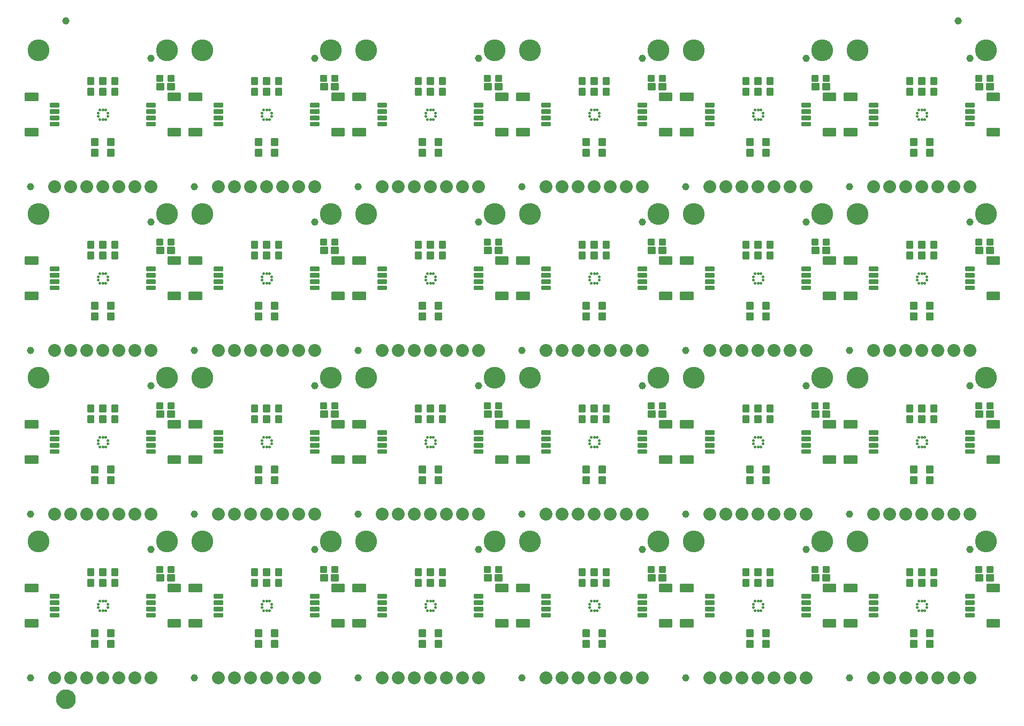
<source format=gts>
G04 EAGLE Gerber RS-274X export*
G75*
%MOMM*%
%FSLAX34Y34*%
%LPD*%
%INSoldermask Top*%
%IPPOS*%
%AMOC8*
5,1,8,0,0,1.08239X$1,22.5*%
G01*
%ADD10C,0.253438*%
%ADD11C,0.243431*%
%ADD12C,0.255816*%
%ADD13C,0.253525*%
%ADD14C,3.454400*%
%ADD15C,1.152400*%
%ADD16C,2.032000*%
%ADD17C,0.449434*%
%ADD18C,1.270000*%
%ADD19C,1.652400*%


D10*
X127755Y135540D02*
X127755Y133700D01*
X126065Y133700D01*
X126065Y135540D01*
X127755Y135540D01*
X122755Y135540D02*
X122755Y133700D01*
X121065Y133700D01*
X121065Y135540D01*
X122755Y135540D01*
X132755Y135540D02*
X132755Y133700D01*
X131065Y133700D01*
X131065Y135540D01*
X132755Y135540D01*
X127755Y120390D02*
X127755Y118550D01*
X126065Y118550D01*
X126065Y120390D01*
X127755Y120390D01*
X122755Y120390D02*
X122755Y118550D01*
X121065Y118550D01*
X121065Y120390D01*
X122755Y120390D01*
X132755Y120390D02*
X132755Y118550D01*
X131065Y118550D01*
X131065Y120390D01*
X132755Y120390D01*
X120180Y125465D02*
X118490Y125465D01*
X120180Y125465D02*
X120180Y123625D01*
X118490Y123625D01*
X118490Y125465D01*
X118490Y130465D02*
X120180Y130465D01*
X120180Y128625D01*
X118490Y128625D01*
X118490Y130465D01*
X133640Y125465D02*
X135330Y125465D01*
X135330Y123625D01*
X133640Y123625D01*
X133640Y125465D01*
X133640Y130465D02*
X135330Y130465D01*
X135330Y128625D01*
X133640Y128625D01*
X133640Y130465D01*
D11*
X4505Y149455D02*
X4505Y160545D01*
X23595Y160545D01*
X23595Y149455D01*
X4505Y149455D01*
X4505Y151767D02*
X23595Y151767D01*
X23595Y154079D02*
X4505Y154079D01*
X4505Y156391D02*
X23595Y156391D01*
X23595Y158703D02*
X4505Y158703D01*
X4505Y104545D02*
X4505Y93455D01*
X4505Y104545D02*
X23595Y104545D01*
X23595Y93455D01*
X4505Y93455D01*
X4505Y95767D02*
X23595Y95767D01*
X23595Y98079D02*
X4505Y98079D01*
X4505Y100391D02*
X23595Y100391D01*
X23595Y102703D02*
X4505Y102703D01*
D12*
X44567Y139517D02*
X44567Y144483D01*
X57033Y144483D01*
X57033Y139517D01*
X44567Y139517D01*
X44567Y141947D02*
X57033Y141947D01*
X57033Y144377D02*
X44567Y144377D01*
X44567Y134483D02*
X44567Y129517D01*
X44567Y134483D02*
X57033Y134483D01*
X57033Y129517D01*
X44567Y129517D01*
X44567Y131947D02*
X57033Y131947D01*
X57033Y134377D02*
X44567Y134377D01*
X44567Y124483D02*
X44567Y119517D01*
X44567Y124483D02*
X57033Y124483D01*
X57033Y119517D01*
X44567Y119517D01*
X44567Y121947D02*
X57033Y121947D01*
X57033Y124377D02*
X44567Y124377D01*
X44567Y114483D02*
X44567Y109517D01*
X44567Y114483D02*
X57033Y114483D01*
X57033Y109517D01*
X44567Y109517D01*
X44567Y111947D02*
X57033Y111947D01*
X57033Y114377D02*
X44567Y114377D01*
D11*
X249495Y104545D02*
X249495Y93455D01*
X230405Y93455D01*
X230405Y104545D01*
X249495Y104545D01*
X249495Y95767D02*
X230405Y95767D01*
X230405Y98079D02*
X249495Y98079D01*
X249495Y100391D02*
X230405Y100391D01*
X230405Y102703D02*
X249495Y102703D01*
X249495Y149455D02*
X249495Y160545D01*
X249495Y149455D02*
X230405Y149455D01*
X230405Y160545D01*
X249495Y160545D01*
X249495Y151767D02*
X230405Y151767D01*
X230405Y154079D02*
X249495Y154079D01*
X249495Y156391D02*
X230405Y156391D01*
X230405Y158703D02*
X249495Y158703D01*
D12*
X209433Y114483D02*
X209433Y109517D01*
X196967Y109517D01*
X196967Y114483D01*
X209433Y114483D01*
X209433Y111947D02*
X196967Y111947D01*
X196967Y114377D02*
X209433Y114377D01*
X209433Y119517D02*
X209433Y124483D01*
X209433Y119517D02*
X196967Y119517D01*
X196967Y124483D01*
X209433Y124483D01*
X209433Y121947D02*
X196967Y121947D01*
X196967Y124377D02*
X209433Y124377D01*
X209433Y129517D02*
X209433Y134483D01*
X209433Y129517D02*
X196967Y129517D01*
X196967Y134483D01*
X209433Y134483D01*
X209433Y131947D02*
X196967Y131947D01*
X196967Y134377D02*
X209433Y134377D01*
X209433Y139517D02*
X209433Y144483D01*
X209433Y139517D02*
X196967Y139517D01*
X196967Y144483D01*
X209433Y144483D01*
X209433Y141947D02*
X196967Y141947D01*
X196967Y144377D02*
X209433Y144377D01*
D13*
X131495Y157955D02*
X131495Y167945D01*
X131495Y157955D02*
X122505Y157955D01*
X122505Y167945D01*
X131495Y167945D01*
X131495Y160363D02*
X122505Y160363D01*
X122505Y162771D02*
X131495Y162771D01*
X131495Y165179D02*
X122505Y165179D01*
X122505Y167587D02*
X131495Y167587D01*
X131495Y174955D02*
X131495Y184945D01*
X131495Y174955D02*
X122505Y174955D01*
X122505Y184945D01*
X131495Y184945D01*
X131495Y177363D02*
X122505Y177363D01*
X122505Y179771D02*
X131495Y179771D01*
X131495Y182179D02*
X122505Y182179D01*
X122505Y184587D02*
X131495Y184587D01*
D14*
X228600Y228600D03*
X25400Y228600D03*
D13*
X118795Y71425D02*
X118795Y61435D01*
X109805Y61435D01*
X109805Y71425D01*
X118795Y71425D01*
X118795Y63843D02*
X109805Y63843D01*
X109805Y66251D02*
X118795Y66251D01*
X118795Y68659D02*
X109805Y68659D01*
X109805Y71067D02*
X118795Y71067D01*
X118795Y78435D02*
X118795Y88425D01*
X118795Y78435D02*
X109805Y78435D01*
X109805Y88425D01*
X118795Y88425D01*
X118795Y80843D02*
X109805Y80843D01*
X109805Y83251D02*
X118795Y83251D01*
X118795Y85659D02*
X109805Y85659D01*
X109805Y88067D02*
X118795Y88067D01*
X135205Y88425D02*
X135205Y78435D01*
X135205Y88425D02*
X144195Y88425D01*
X144195Y78435D01*
X135205Y78435D01*
X135205Y80843D02*
X144195Y80843D01*
X144195Y83251D02*
X135205Y83251D01*
X135205Y85659D02*
X144195Y85659D01*
X144195Y88067D02*
X135205Y88067D01*
X135205Y71425D02*
X135205Y61435D01*
X135205Y71425D02*
X144195Y71425D01*
X144195Y61435D01*
X135205Y61435D01*
X135205Y63843D02*
X144195Y63843D01*
X144195Y66251D02*
X135205Y66251D01*
X135205Y68659D02*
X144195Y68659D01*
X144195Y71067D02*
X135205Y71067D01*
D15*
X12700Y12700D03*
X203200Y215900D03*
D16*
X50800Y12700D03*
X76200Y12700D03*
X101600Y12700D03*
X127000Y12700D03*
X152400Y12700D03*
X177800Y12700D03*
X203200Y12700D03*
D13*
X103455Y174955D02*
X103455Y184945D01*
X112445Y184945D01*
X112445Y174955D01*
X103455Y174955D01*
X103455Y177363D02*
X112445Y177363D01*
X112445Y179771D02*
X103455Y179771D01*
X103455Y182179D02*
X112445Y182179D01*
X112445Y184587D02*
X103455Y184587D01*
X103455Y167945D02*
X103455Y157955D01*
X103455Y167945D02*
X112445Y167945D01*
X112445Y157955D01*
X103455Y157955D01*
X103455Y160363D02*
X112445Y160363D01*
X112445Y162771D02*
X103455Y162771D01*
X103455Y165179D02*
X112445Y165179D01*
X112445Y167587D02*
X103455Y167587D01*
X150545Y167945D02*
X150545Y157955D01*
X141555Y157955D01*
X141555Y167945D01*
X150545Y167945D01*
X150545Y160363D02*
X141555Y160363D01*
X141555Y162771D02*
X150545Y162771D01*
X150545Y165179D02*
X141555Y165179D01*
X141555Y167587D02*
X150545Y167587D01*
X150545Y174955D02*
X150545Y184945D01*
X150545Y174955D02*
X141555Y174955D01*
X141555Y184945D01*
X150545Y184945D01*
X150545Y177363D02*
X141555Y177363D01*
X141555Y179771D02*
X150545Y179771D01*
X150545Y182179D02*
X141555Y182179D01*
X141555Y184587D02*
X150545Y184587D01*
D17*
X231315Y187665D02*
X231315Y180635D01*
X231315Y187665D02*
X238345Y187665D01*
X238345Y180635D01*
X231315Y180635D01*
X231315Y184904D02*
X238345Y184904D01*
X213775Y187665D02*
X213775Y180635D01*
X213775Y187665D02*
X220805Y187665D01*
X220805Y180635D01*
X213775Y180635D01*
X213775Y184904D02*
X220805Y184904D01*
D13*
X222555Y166955D02*
X212565Y166955D01*
X212565Y175945D01*
X222555Y175945D01*
X222555Y166955D01*
X222555Y169363D02*
X212565Y169363D01*
X212565Y171771D02*
X222555Y171771D01*
X222555Y174179D02*
X212565Y174179D01*
X229565Y166955D02*
X239555Y166955D01*
X229565Y166955D02*
X229565Y175945D01*
X239555Y175945D01*
X239555Y166955D01*
X239555Y169363D02*
X229565Y169363D01*
X229565Y171771D02*
X239555Y171771D01*
X239555Y174179D02*
X229565Y174179D01*
D10*
X386835Y135540D02*
X386835Y133700D01*
X385145Y133700D01*
X385145Y135540D01*
X386835Y135540D01*
X381835Y135540D02*
X381835Y133700D01*
X380145Y133700D01*
X380145Y135540D01*
X381835Y135540D01*
X391835Y135540D02*
X391835Y133700D01*
X390145Y133700D01*
X390145Y135540D01*
X391835Y135540D01*
X386835Y120390D02*
X386835Y118550D01*
X385145Y118550D01*
X385145Y120390D01*
X386835Y120390D01*
X381835Y120390D02*
X381835Y118550D01*
X380145Y118550D01*
X380145Y120390D01*
X381835Y120390D01*
X391835Y120390D02*
X391835Y118550D01*
X390145Y118550D01*
X390145Y120390D01*
X391835Y120390D01*
X379260Y125465D02*
X377570Y125465D01*
X379260Y125465D02*
X379260Y123625D01*
X377570Y123625D01*
X377570Y125465D01*
X377570Y130465D02*
X379260Y130465D01*
X379260Y128625D01*
X377570Y128625D01*
X377570Y130465D01*
X392720Y125465D02*
X394410Y125465D01*
X394410Y123625D01*
X392720Y123625D01*
X392720Y125465D01*
X392720Y130465D02*
X394410Y130465D01*
X394410Y128625D01*
X392720Y128625D01*
X392720Y130465D01*
D11*
X263585Y149455D02*
X263585Y160545D01*
X282675Y160545D01*
X282675Y149455D01*
X263585Y149455D01*
X263585Y151767D02*
X282675Y151767D01*
X282675Y154079D02*
X263585Y154079D01*
X263585Y156391D02*
X282675Y156391D01*
X282675Y158703D02*
X263585Y158703D01*
X263585Y104545D02*
X263585Y93455D01*
X263585Y104545D02*
X282675Y104545D01*
X282675Y93455D01*
X263585Y93455D01*
X263585Y95767D02*
X282675Y95767D01*
X282675Y98079D02*
X263585Y98079D01*
X263585Y100391D02*
X282675Y100391D01*
X282675Y102703D02*
X263585Y102703D01*
D12*
X303647Y139517D02*
X303647Y144483D01*
X316113Y144483D01*
X316113Y139517D01*
X303647Y139517D01*
X303647Y141947D02*
X316113Y141947D01*
X316113Y144377D02*
X303647Y144377D01*
X303647Y134483D02*
X303647Y129517D01*
X303647Y134483D02*
X316113Y134483D01*
X316113Y129517D01*
X303647Y129517D01*
X303647Y131947D02*
X316113Y131947D01*
X316113Y134377D02*
X303647Y134377D01*
X303647Y124483D02*
X303647Y119517D01*
X303647Y124483D02*
X316113Y124483D01*
X316113Y119517D01*
X303647Y119517D01*
X303647Y121947D02*
X316113Y121947D01*
X316113Y124377D02*
X303647Y124377D01*
X303647Y114483D02*
X303647Y109517D01*
X303647Y114483D02*
X316113Y114483D01*
X316113Y109517D01*
X303647Y109517D01*
X303647Y111947D02*
X316113Y111947D01*
X316113Y114377D02*
X303647Y114377D01*
D11*
X508575Y104545D02*
X508575Y93455D01*
X489485Y93455D01*
X489485Y104545D01*
X508575Y104545D01*
X508575Y95767D02*
X489485Y95767D01*
X489485Y98079D02*
X508575Y98079D01*
X508575Y100391D02*
X489485Y100391D01*
X489485Y102703D02*
X508575Y102703D01*
X508575Y149455D02*
X508575Y160545D01*
X508575Y149455D02*
X489485Y149455D01*
X489485Y160545D01*
X508575Y160545D01*
X508575Y151767D02*
X489485Y151767D01*
X489485Y154079D02*
X508575Y154079D01*
X508575Y156391D02*
X489485Y156391D01*
X489485Y158703D02*
X508575Y158703D01*
D12*
X468513Y114483D02*
X468513Y109517D01*
X456047Y109517D01*
X456047Y114483D01*
X468513Y114483D01*
X468513Y111947D02*
X456047Y111947D01*
X456047Y114377D02*
X468513Y114377D01*
X468513Y119517D02*
X468513Y124483D01*
X468513Y119517D02*
X456047Y119517D01*
X456047Y124483D01*
X468513Y124483D01*
X468513Y121947D02*
X456047Y121947D01*
X456047Y124377D02*
X468513Y124377D01*
X468513Y129517D02*
X468513Y134483D01*
X468513Y129517D02*
X456047Y129517D01*
X456047Y134483D01*
X468513Y134483D01*
X468513Y131947D02*
X456047Y131947D01*
X456047Y134377D02*
X468513Y134377D01*
X468513Y139517D02*
X468513Y144483D01*
X468513Y139517D02*
X456047Y139517D01*
X456047Y144483D01*
X468513Y144483D01*
X468513Y141947D02*
X456047Y141947D01*
X456047Y144377D02*
X468513Y144377D01*
D13*
X390575Y157955D02*
X390575Y167945D01*
X390575Y157955D02*
X381585Y157955D01*
X381585Y167945D01*
X390575Y167945D01*
X390575Y160363D02*
X381585Y160363D01*
X381585Y162771D02*
X390575Y162771D01*
X390575Y165179D02*
X381585Y165179D01*
X381585Y167587D02*
X390575Y167587D01*
X390575Y174955D02*
X390575Y184945D01*
X390575Y174955D02*
X381585Y174955D01*
X381585Y184945D01*
X390575Y184945D01*
X390575Y177363D02*
X381585Y177363D01*
X381585Y179771D02*
X390575Y179771D01*
X390575Y182179D02*
X381585Y182179D01*
X381585Y184587D02*
X390575Y184587D01*
D14*
X487680Y228600D03*
X284480Y228600D03*
D13*
X377875Y71425D02*
X377875Y61435D01*
X368885Y61435D01*
X368885Y71425D01*
X377875Y71425D01*
X377875Y63843D02*
X368885Y63843D01*
X368885Y66251D02*
X377875Y66251D01*
X377875Y68659D02*
X368885Y68659D01*
X368885Y71067D02*
X377875Y71067D01*
X377875Y78435D02*
X377875Y88425D01*
X377875Y78435D02*
X368885Y78435D01*
X368885Y88425D01*
X377875Y88425D01*
X377875Y80843D02*
X368885Y80843D01*
X368885Y83251D02*
X377875Y83251D01*
X377875Y85659D02*
X368885Y85659D01*
X368885Y88067D02*
X377875Y88067D01*
X394285Y88425D02*
X394285Y78435D01*
X394285Y88425D02*
X403275Y88425D01*
X403275Y78435D01*
X394285Y78435D01*
X394285Y80843D02*
X403275Y80843D01*
X403275Y83251D02*
X394285Y83251D01*
X394285Y85659D02*
X403275Y85659D01*
X403275Y88067D02*
X394285Y88067D01*
X394285Y71425D02*
X394285Y61435D01*
X394285Y71425D02*
X403275Y71425D01*
X403275Y61435D01*
X394285Y61435D01*
X394285Y63843D02*
X403275Y63843D01*
X403275Y66251D02*
X394285Y66251D01*
X394285Y68659D02*
X403275Y68659D01*
X403275Y71067D02*
X394285Y71067D01*
D15*
X271780Y12700D03*
X462280Y215900D03*
D16*
X309880Y12700D03*
X335280Y12700D03*
X360680Y12700D03*
X386080Y12700D03*
X411480Y12700D03*
X436880Y12700D03*
X462280Y12700D03*
D13*
X362535Y174955D02*
X362535Y184945D01*
X371525Y184945D01*
X371525Y174955D01*
X362535Y174955D01*
X362535Y177363D02*
X371525Y177363D01*
X371525Y179771D02*
X362535Y179771D01*
X362535Y182179D02*
X371525Y182179D01*
X371525Y184587D02*
X362535Y184587D01*
X362535Y167945D02*
X362535Y157955D01*
X362535Y167945D02*
X371525Y167945D01*
X371525Y157955D01*
X362535Y157955D01*
X362535Y160363D02*
X371525Y160363D01*
X371525Y162771D02*
X362535Y162771D01*
X362535Y165179D02*
X371525Y165179D01*
X371525Y167587D02*
X362535Y167587D01*
X409625Y167945D02*
X409625Y157955D01*
X400635Y157955D01*
X400635Y167945D01*
X409625Y167945D01*
X409625Y160363D02*
X400635Y160363D01*
X400635Y162771D02*
X409625Y162771D01*
X409625Y165179D02*
X400635Y165179D01*
X400635Y167587D02*
X409625Y167587D01*
X409625Y174955D02*
X409625Y184945D01*
X409625Y174955D02*
X400635Y174955D01*
X400635Y184945D01*
X409625Y184945D01*
X409625Y177363D02*
X400635Y177363D01*
X400635Y179771D02*
X409625Y179771D01*
X409625Y182179D02*
X400635Y182179D01*
X400635Y184587D02*
X409625Y184587D01*
D17*
X490395Y187665D02*
X490395Y180635D01*
X490395Y187665D02*
X497425Y187665D01*
X497425Y180635D01*
X490395Y180635D01*
X490395Y184904D02*
X497425Y184904D01*
X472855Y187665D02*
X472855Y180635D01*
X472855Y187665D02*
X479885Y187665D01*
X479885Y180635D01*
X472855Y180635D01*
X472855Y184904D02*
X479885Y184904D01*
D13*
X481635Y166955D02*
X471645Y166955D01*
X471645Y175945D01*
X481635Y175945D01*
X481635Y166955D01*
X481635Y169363D02*
X471645Y169363D01*
X471645Y171771D02*
X481635Y171771D01*
X481635Y174179D02*
X471645Y174179D01*
X488645Y166955D02*
X498635Y166955D01*
X488645Y166955D02*
X488645Y175945D01*
X498635Y175945D01*
X498635Y166955D01*
X498635Y169363D02*
X488645Y169363D01*
X488645Y171771D02*
X498635Y171771D01*
X498635Y174179D02*
X488645Y174179D01*
D10*
X645915Y135540D02*
X645915Y133700D01*
X644225Y133700D01*
X644225Y135540D01*
X645915Y135540D01*
X640915Y135540D02*
X640915Y133700D01*
X639225Y133700D01*
X639225Y135540D01*
X640915Y135540D01*
X650915Y135540D02*
X650915Y133700D01*
X649225Y133700D01*
X649225Y135540D01*
X650915Y135540D01*
X645915Y120390D02*
X645915Y118550D01*
X644225Y118550D01*
X644225Y120390D01*
X645915Y120390D01*
X640915Y120390D02*
X640915Y118550D01*
X639225Y118550D01*
X639225Y120390D01*
X640915Y120390D01*
X650915Y120390D02*
X650915Y118550D01*
X649225Y118550D01*
X649225Y120390D01*
X650915Y120390D01*
X638340Y125465D02*
X636650Y125465D01*
X638340Y125465D02*
X638340Y123625D01*
X636650Y123625D01*
X636650Y125465D01*
X636650Y130465D02*
X638340Y130465D01*
X638340Y128625D01*
X636650Y128625D01*
X636650Y130465D01*
X651800Y125465D02*
X653490Y125465D01*
X653490Y123625D01*
X651800Y123625D01*
X651800Y125465D01*
X651800Y130465D02*
X653490Y130465D01*
X653490Y128625D01*
X651800Y128625D01*
X651800Y130465D01*
D11*
X522665Y149455D02*
X522665Y160545D01*
X541755Y160545D01*
X541755Y149455D01*
X522665Y149455D01*
X522665Y151767D02*
X541755Y151767D01*
X541755Y154079D02*
X522665Y154079D01*
X522665Y156391D02*
X541755Y156391D01*
X541755Y158703D02*
X522665Y158703D01*
X522665Y104545D02*
X522665Y93455D01*
X522665Y104545D02*
X541755Y104545D01*
X541755Y93455D01*
X522665Y93455D01*
X522665Y95767D02*
X541755Y95767D01*
X541755Y98079D02*
X522665Y98079D01*
X522665Y100391D02*
X541755Y100391D01*
X541755Y102703D02*
X522665Y102703D01*
D12*
X562727Y139517D02*
X562727Y144483D01*
X575193Y144483D01*
X575193Y139517D01*
X562727Y139517D01*
X562727Y141947D02*
X575193Y141947D01*
X575193Y144377D02*
X562727Y144377D01*
X562727Y134483D02*
X562727Y129517D01*
X562727Y134483D02*
X575193Y134483D01*
X575193Y129517D01*
X562727Y129517D01*
X562727Y131947D02*
X575193Y131947D01*
X575193Y134377D02*
X562727Y134377D01*
X562727Y124483D02*
X562727Y119517D01*
X562727Y124483D02*
X575193Y124483D01*
X575193Y119517D01*
X562727Y119517D01*
X562727Y121947D02*
X575193Y121947D01*
X575193Y124377D02*
X562727Y124377D01*
X562727Y114483D02*
X562727Y109517D01*
X562727Y114483D02*
X575193Y114483D01*
X575193Y109517D01*
X562727Y109517D01*
X562727Y111947D02*
X575193Y111947D01*
X575193Y114377D02*
X562727Y114377D01*
D11*
X767655Y104545D02*
X767655Y93455D01*
X748565Y93455D01*
X748565Y104545D01*
X767655Y104545D01*
X767655Y95767D02*
X748565Y95767D01*
X748565Y98079D02*
X767655Y98079D01*
X767655Y100391D02*
X748565Y100391D01*
X748565Y102703D02*
X767655Y102703D01*
X767655Y149455D02*
X767655Y160545D01*
X767655Y149455D02*
X748565Y149455D01*
X748565Y160545D01*
X767655Y160545D01*
X767655Y151767D02*
X748565Y151767D01*
X748565Y154079D02*
X767655Y154079D01*
X767655Y156391D02*
X748565Y156391D01*
X748565Y158703D02*
X767655Y158703D01*
D12*
X727593Y114483D02*
X727593Y109517D01*
X715127Y109517D01*
X715127Y114483D01*
X727593Y114483D01*
X727593Y111947D02*
X715127Y111947D01*
X715127Y114377D02*
X727593Y114377D01*
X727593Y119517D02*
X727593Y124483D01*
X727593Y119517D02*
X715127Y119517D01*
X715127Y124483D01*
X727593Y124483D01*
X727593Y121947D02*
X715127Y121947D01*
X715127Y124377D02*
X727593Y124377D01*
X727593Y129517D02*
X727593Y134483D01*
X727593Y129517D02*
X715127Y129517D01*
X715127Y134483D01*
X727593Y134483D01*
X727593Y131947D02*
X715127Y131947D01*
X715127Y134377D02*
X727593Y134377D01*
X727593Y139517D02*
X727593Y144483D01*
X727593Y139517D02*
X715127Y139517D01*
X715127Y144483D01*
X727593Y144483D01*
X727593Y141947D02*
X715127Y141947D01*
X715127Y144377D02*
X727593Y144377D01*
D13*
X649655Y157955D02*
X649655Y167945D01*
X649655Y157955D02*
X640665Y157955D01*
X640665Y167945D01*
X649655Y167945D01*
X649655Y160363D02*
X640665Y160363D01*
X640665Y162771D02*
X649655Y162771D01*
X649655Y165179D02*
X640665Y165179D01*
X640665Y167587D02*
X649655Y167587D01*
X649655Y174955D02*
X649655Y184945D01*
X649655Y174955D02*
X640665Y174955D01*
X640665Y184945D01*
X649655Y184945D01*
X649655Y177363D02*
X640665Y177363D01*
X640665Y179771D02*
X649655Y179771D01*
X649655Y182179D02*
X640665Y182179D01*
X640665Y184587D02*
X649655Y184587D01*
D14*
X746760Y228600D03*
X543560Y228600D03*
D13*
X636955Y71425D02*
X636955Y61435D01*
X627965Y61435D01*
X627965Y71425D01*
X636955Y71425D01*
X636955Y63843D02*
X627965Y63843D01*
X627965Y66251D02*
X636955Y66251D01*
X636955Y68659D02*
X627965Y68659D01*
X627965Y71067D02*
X636955Y71067D01*
X636955Y78435D02*
X636955Y88425D01*
X636955Y78435D02*
X627965Y78435D01*
X627965Y88425D01*
X636955Y88425D01*
X636955Y80843D02*
X627965Y80843D01*
X627965Y83251D02*
X636955Y83251D01*
X636955Y85659D02*
X627965Y85659D01*
X627965Y88067D02*
X636955Y88067D01*
X653365Y88425D02*
X653365Y78435D01*
X653365Y88425D02*
X662355Y88425D01*
X662355Y78435D01*
X653365Y78435D01*
X653365Y80843D02*
X662355Y80843D01*
X662355Y83251D02*
X653365Y83251D01*
X653365Y85659D02*
X662355Y85659D01*
X662355Y88067D02*
X653365Y88067D01*
X653365Y71425D02*
X653365Y61435D01*
X653365Y71425D02*
X662355Y71425D01*
X662355Y61435D01*
X653365Y61435D01*
X653365Y63843D02*
X662355Y63843D01*
X662355Y66251D02*
X653365Y66251D01*
X653365Y68659D02*
X662355Y68659D01*
X662355Y71067D02*
X653365Y71067D01*
D15*
X530860Y12700D03*
X721360Y215900D03*
D16*
X568960Y12700D03*
X594360Y12700D03*
X619760Y12700D03*
X645160Y12700D03*
X670560Y12700D03*
X695960Y12700D03*
X721360Y12700D03*
D13*
X621615Y174955D02*
X621615Y184945D01*
X630605Y184945D01*
X630605Y174955D01*
X621615Y174955D01*
X621615Y177363D02*
X630605Y177363D01*
X630605Y179771D02*
X621615Y179771D01*
X621615Y182179D02*
X630605Y182179D01*
X630605Y184587D02*
X621615Y184587D01*
X621615Y167945D02*
X621615Y157955D01*
X621615Y167945D02*
X630605Y167945D01*
X630605Y157955D01*
X621615Y157955D01*
X621615Y160363D02*
X630605Y160363D01*
X630605Y162771D02*
X621615Y162771D01*
X621615Y165179D02*
X630605Y165179D01*
X630605Y167587D02*
X621615Y167587D01*
X668705Y167945D02*
X668705Y157955D01*
X659715Y157955D01*
X659715Y167945D01*
X668705Y167945D01*
X668705Y160363D02*
X659715Y160363D01*
X659715Y162771D02*
X668705Y162771D01*
X668705Y165179D02*
X659715Y165179D01*
X659715Y167587D02*
X668705Y167587D01*
X668705Y174955D02*
X668705Y184945D01*
X668705Y174955D02*
X659715Y174955D01*
X659715Y184945D01*
X668705Y184945D01*
X668705Y177363D02*
X659715Y177363D01*
X659715Y179771D02*
X668705Y179771D01*
X668705Y182179D02*
X659715Y182179D01*
X659715Y184587D02*
X668705Y184587D01*
D17*
X749475Y187665D02*
X749475Y180635D01*
X749475Y187665D02*
X756505Y187665D01*
X756505Y180635D01*
X749475Y180635D01*
X749475Y184904D02*
X756505Y184904D01*
X731935Y187665D02*
X731935Y180635D01*
X731935Y187665D02*
X738965Y187665D01*
X738965Y180635D01*
X731935Y180635D01*
X731935Y184904D02*
X738965Y184904D01*
D13*
X740715Y166955D02*
X730725Y166955D01*
X730725Y175945D01*
X740715Y175945D01*
X740715Y166955D01*
X740715Y169363D02*
X730725Y169363D01*
X730725Y171771D02*
X740715Y171771D01*
X740715Y174179D02*
X730725Y174179D01*
X747725Y166955D02*
X757715Y166955D01*
X747725Y166955D02*
X747725Y175945D01*
X757715Y175945D01*
X757715Y166955D01*
X757715Y169363D02*
X747725Y169363D01*
X747725Y171771D02*
X757715Y171771D01*
X757715Y174179D02*
X747725Y174179D01*
D10*
X904995Y135540D02*
X904995Y133700D01*
X903305Y133700D01*
X903305Y135540D01*
X904995Y135540D01*
X899995Y135540D02*
X899995Y133700D01*
X898305Y133700D01*
X898305Y135540D01*
X899995Y135540D01*
X909995Y135540D02*
X909995Y133700D01*
X908305Y133700D01*
X908305Y135540D01*
X909995Y135540D01*
X904995Y120390D02*
X904995Y118550D01*
X903305Y118550D01*
X903305Y120390D01*
X904995Y120390D01*
X899995Y120390D02*
X899995Y118550D01*
X898305Y118550D01*
X898305Y120390D01*
X899995Y120390D01*
X909995Y120390D02*
X909995Y118550D01*
X908305Y118550D01*
X908305Y120390D01*
X909995Y120390D01*
X897420Y125465D02*
X895730Y125465D01*
X897420Y125465D02*
X897420Y123625D01*
X895730Y123625D01*
X895730Y125465D01*
X895730Y130465D02*
X897420Y130465D01*
X897420Y128625D01*
X895730Y128625D01*
X895730Y130465D01*
X910880Y125465D02*
X912570Y125465D01*
X912570Y123625D01*
X910880Y123625D01*
X910880Y125465D01*
X910880Y130465D02*
X912570Y130465D01*
X912570Y128625D01*
X910880Y128625D01*
X910880Y130465D01*
D11*
X781745Y149455D02*
X781745Y160545D01*
X800835Y160545D01*
X800835Y149455D01*
X781745Y149455D01*
X781745Y151767D02*
X800835Y151767D01*
X800835Y154079D02*
X781745Y154079D01*
X781745Y156391D02*
X800835Y156391D01*
X800835Y158703D02*
X781745Y158703D01*
X781745Y104545D02*
X781745Y93455D01*
X781745Y104545D02*
X800835Y104545D01*
X800835Y93455D01*
X781745Y93455D01*
X781745Y95767D02*
X800835Y95767D01*
X800835Y98079D02*
X781745Y98079D01*
X781745Y100391D02*
X800835Y100391D01*
X800835Y102703D02*
X781745Y102703D01*
D12*
X821807Y139517D02*
X821807Y144483D01*
X834273Y144483D01*
X834273Y139517D01*
X821807Y139517D01*
X821807Y141947D02*
X834273Y141947D01*
X834273Y144377D02*
X821807Y144377D01*
X821807Y134483D02*
X821807Y129517D01*
X821807Y134483D02*
X834273Y134483D01*
X834273Y129517D01*
X821807Y129517D01*
X821807Y131947D02*
X834273Y131947D01*
X834273Y134377D02*
X821807Y134377D01*
X821807Y124483D02*
X821807Y119517D01*
X821807Y124483D02*
X834273Y124483D01*
X834273Y119517D01*
X821807Y119517D01*
X821807Y121947D02*
X834273Y121947D01*
X834273Y124377D02*
X821807Y124377D01*
X821807Y114483D02*
X821807Y109517D01*
X821807Y114483D02*
X834273Y114483D01*
X834273Y109517D01*
X821807Y109517D01*
X821807Y111947D02*
X834273Y111947D01*
X834273Y114377D02*
X821807Y114377D01*
D11*
X1026735Y104545D02*
X1026735Y93455D01*
X1007645Y93455D01*
X1007645Y104545D01*
X1026735Y104545D01*
X1026735Y95767D02*
X1007645Y95767D01*
X1007645Y98079D02*
X1026735Y98079D01*
X1026735Y100391D02*
X1007645Y100391D01*
X1007645Y102703D02*
X1026735Y102703D01*
X1026735Y149455D02*
X1026735Y160545D01*
X1026735Y149455D02*
X1007645Y149455D01*
X1007645Y160545D01*
X1026735Y160545D01*
X1026735Y151767D02*
X1007645Y151767D01*
X1007645Y154079D02*
X1026735Y154079D01*
X1026735Y156391D02*
X1007645Y156391D01*
X1007645Y158703D02*
X1026735Y158703D01*
D12*
X986673Y114483D02*
X986673Y109517D01*
X974207Y109517D01*
X974207Y114483D01*
X986673Y114483D01*
X986673Y111947D02*
X974207Y111947D01*
X974207Y114377D02*
X986673Y114377D01*
X986673Y119517D02*
X986673Y124483D01*
X986673Y119517D02*
X974207Y119517D01*
X974207Y124483D01*
X986673Y124483D01*
X986673Y121947D02*
X974207Y121947D01*
X974207Y124377D02*
X986673Y124377D01*
X986673Y129517D02*
X986673Y134483D01*
X986673Y129517D02*
X974207Y129517D01*
X974207Y134483D01*
X986673Y134483D01*
X986673Y131947D02*
X974207Y131947D01*
X974207Y134377D02*
X986673Y134377D01*
X986673Y139517D02*
X986673Y144483D01*
X986673Y139517D02*
X974207Y139517D01*
X974207Y144483D01*
X986673Y144483D01*
X986673Y141947D02*
X974207Y141947D01*
X974207Y144377D02*
X986673Y144377D01*
D13*
X908735Y157955D02*
X908735Y167945D01*
X908735Y157955D02*
X899745Y157955D01*
X899745Y167945D01*
X908735Y167945D01*
X908735Y160363D02*
X899745Y160363D01*
X899745Y162771D02*
X908735Y162771D01*
X908735Y165179D02*
X899745Y165179D01*
X899745Y167587D02*
X908735Y167587D01*
X908735Y174955D02*
X908735Y184945D01*
X908735Y174955D02*
X899745Y174955D01*
X899745Y184945D01*
X908735Y184945D01*
X908735Y177363D02*
X899745Y177363D01*
X899745Y179771D02*
X908735Y179771D01*
X908735Y182179D02*
X899745Y182179D01*
X899745Y184587D02*
X908735Y184587D01*
D14*
X1005840Y228600D03*
X802640Y228600D03*
D13*
X896035Y71425D02*
X896035Y61435D01*
X887045Y61435D01*
X887045Y71425D01*
X896035Y71425D01*
X896035Y63843D02*
X887045Y63843D01*
X887045Y66251D02*
X896035Y66251D01*
X896035Y68659D02*
X887045Y68659D01*
X887045Y71067D02*
X896035Y71067D01*
X896035Y78435D02*
X896035Y88425D01*
X896035Y78435D02*
X887045Y78435D01*
X887045Y88425D01*
X896035Y88425D01*
X896035Y80843D02*
X887045Y80843D01*
X887045Y83251D02*
X896035Y83251D01*
X896035Y85659D02*
X887045Y85659D01*
X887045Y88067D02*
X896035Y88067D01*
X912445Y88425D02*
X912445Y78435D01*
X912445Y88425D02*
X921435Y88425D01*
X921435Y78435D01*
X912445Y78435D01*
X912445Y80843D02*
X921435Y80843D01*
X921435Y83251D02*
X912445Y83251D01*
X912445Y85659D02*
X921435Y85659D01*
X921435Y88067D02*
X912445Y88067D01*
X912445Y71425D02*
X912445Y61435D01*
X912445Y71425D02*
X921435Y71425D01*
X921435Y61435D01*
X912445Y61435D01*
X912445Y63843D02*
X921435Y63843D01*
X921435Y66251D02*
X912445Y66251D01*
X912445Y68659D02*
X921435Y68659D01*
X921435Y71067D02*
X912445Y71067D01*
D15*
X789940Y12700D03*
X980440Y215900D03*
D16*
X828040Y12700D03*
X853440Y12700D03*
X878840Y12700D03*
X904240Y12700D03*
X929640Y12700D03*
X955040Y12700D03*
X980440Y12700D03*
D13*
X880695Y174955D02*
X880695Y184945D01*
X889685Y184945D01*
X889685Y174955D01*
X880695Y174955D01*
X880695Y177363D02*
X889685Y177363D01*
X889685Y179771D02*
X880695Y179771D01*
X880695Y182179D02*
X889685Y182179D01*
X889685Y184587D02*
X880695Y184587D01*
X880695Y167945D02*
X880695Y157955D01*
X880695Y167945D02*
X889685Y167945D01*
X889685Y157955D01*
X880695Y157955D01*
X880695Y160363D02*
X889685Y160363D01*
X889685Y162771D02*
X880695Y162771D01*
X880695Y165179D02*
X889685Y165179D01*
X889685Y167587D02*
X880695Y167587D01*
X927785Y167945D02*
X927785Y157955D01*
X918795Y157955D01*
X918795Y167945D01*
X927785Y167945D01*
X927785Y160363D02*
X918795Y160363D01*
X918795Y162771D02*
X927785Y162771D01*
X927785Y165179D02*
X918795Y165179D01*
X918795Y167587D02*
X927785Y167587D01*
X927785Y174955D02*
X927785Y184945D01*
X927785Y174955D02*
X918795Y174955D01*
X918795Y184945D01*
X927785Y184945D01*
X927785Y177363D02*
X918795Y177363D01*
X918795Y179771D02*
X927785Y179771D01*
X927785Y182179D02*
X918795Y182179D01*
X918795Y184587D02*
X927785Y184587D01*
D17*
X1008555Y187665D02*
X1008555Y180635D01*
X1008555Y187665D02*
X1015585Y187665D01*
X1015585Y180635D01*
X1008555Y180635D01*
X1008555Y184904D02*
X1015585Y184904D01*
X991015Y187665D02*
X991015Y180635D01*
X991015Y187665D02*
X998045Y187665D01*
X998045Y180635D01*
X991015Y180635D01*
X991015Y184904D02*
X998045Y184904D01*
D13*
X999795Y166955D02*
X989805Y166955D01*
X989805Y175945D01*
X999795Y175945D01*
X999795Y166955D01*
X999795Y169363D02*
X989805Y169363D01*
X989805Y171771D02*
X999795Y171771D01*
X999795Y174179D02*
X989805Y174179D01*
X1006805Y166955D02*
X1016795Y166955D01*
X1006805Y166955D02*
X1006805Y175945D01*
X1016795Y175945D01*
X1016795Y166955D01*
X1016795Y169363D02*
X1006805Y169363D01*
X1006805Y171771D02*
X1016795Y171771D01*
X1016795Y174179D02*
X1006805Y174179D01*
D10*
X1164075Y135540D02*
X1164075Y133700D01*
X1162385Y133700D01*
X1162385Y135540D01*
X1164075Y135540D01*
X1159075Y135540D02*
X1159075Y133700D01*
X1157385Y133700D01*
X1157385Y135540D01*
X1159075Y135540D01*
X1169075Y135540D02*
X1169075Y133700D01*
X1167385Y133700D01*
X1167385Y135540D01*
X1169075Y135540D01*
X1164075Y120390D02*
X1164075Y118550D01*
X1162385Y118550D01*
X1162385Y120390D01*
X1164075Y120390D01*
X1159075Y120390D02*
X1159075Y118550D01*
X1157385Y118550D01*
X1157385Y120390D01*
X1159075Y120390D01*
X1169075Y120390D02*
X1169075Y118550D01*
X1167385Y118550D01*
X1167385Y120390D01*
X1169075Y120390D01*
X1156500Y125465D02*
X1154810Y125465D01*
X1156500Y125465D02*
X1156500Y123625D01*
X1154810Y123625D01*
X1154810Y125465D01*
X1154810Y130465D02*
X1156500Y130465D01*
X1156500Y128625D01*
X1154810Y128625D01*
X1154810Y130465D01*
X1169960Y125465D02*
X1171650Y125465D01*
X1171650Y123625D01*
X1169960Y123625D01*
X1169960Y125465D01*
X1169960Y130465D02*
X1171650Y130465D01*
X1171650Y128625D01*
X1169960Y128625D01*
X1169960Y130465D01*
D11*
X1040825Y149455D02*
X1040825Y160545D01*
X1059915Y160545D01*
X1059915Y149455D01*
X1040825Y149455D01*
X1040825Y151767D02*
X1059915Y151767D01*
X1059915Y154079D02*
X1040825Y154079D01*
X1040825Y156391D02*
X1059915Y156391D01*
X1059915Y158703D02*
X1040825Y158703D01*
X1040825Y104545D02*
X1040825Y93455D01*
X1040825Y104545D02*
X1059915Y104545D01*
X1059915Y93455D01*
X1040825Y93455D01*
X1040825Y95767D02*
X1059915Y95767D01*
X1059915Y98079D02*
X1040825Y98079D01*
X1040825Y100391D02*
X1059915Y100391D01*
X1059915Y102703D02*
X1040825Y102703D01*
D12*
X1080887Y139517D02*
X1080887Y144483D01*
X1093353Y144483D01*
X1093353Y139517D01*
X1080887Y139517D01*
X1080887Y141947D02*
X1093353Y141947D01*
X1093353Y144377D02*
X1080887Y144377D01*
X1080887Y134483D02*
X1080887Y129517D01*
X1080887Y134483D02*
X1093353Y134483D01*
X1093353Y129517D01*
X1080887Y129517D01*
X1080887Y131947D02*
X1093353Y131947D01*
X1093353Y134377D02*
X1080887Y134377D01*
X1080887Y124483D02*
X1080887Y119517D01*
X1080887Y124483D02*
X1093353Y124483D01*
X1093353Y119517D01*
X1080887Y119517D01*
X1080887Y121947D02*
X1093353Y121947D01*
X1093353Y124377D02*
X1080887Y124377D01*
X1080887Y114483D02*
X1080887Y109517D01*
X1080887Y114483D02*
X1093353Y114483D01*
X1093353Y109517D01*
X1080887Y109517D01*
X1080887Y111947D02*
X1093353Y111947D01*
X1093353Y114377D02*
X1080887Y114377D01*
D11*
X1285815Y104545D02*
X1285815Y93455D01*
X1266725Y93455D01*
X1266725Y104545D01*
X1285815Y104545D01*
X1285815Y95767D02*
X1266725Y95767D01*
X1266725Y98079D02*
X1285815Y98079D01*
X1285815Y100391D02*
X1266725Y100391D01*
X1266725Y102703D02*
X1285815Y102703D01*
X1285815Y149455D02*
X1285815Y160545D01*
X1285815Y149455D02*
X1266725Y149455D01*
X1266725Y160545D01*
X1285815Y160545D01*
X1285815Y151767D02*
X1266725Y151767D01*
X1266725Y154079D02*
X1285815Y154079D01*
X1285815Y156391D02*
X1266725Y156391D01*
X1266725Y158703D02*
X1285815Y158703D01*
D12*
X1245753Y114483D02*
X1245753Y109517D01*
X1233287Y109517D01*
X1233287Y114483D01*
X1245753Y114483D01*
X1245753Y111947D02*
X1233287Y111947D01*
X1233287Y114377D02*
X1245753Y114377D01*
X1245753Y119517D02*
X1245753Y124483D01*
X1245753Y119517D02*
X1233287Y119517D01*
X1233287Y124483D01*
X1245753Y124483D01*
X1245753Y121947D02*
X1233287Y121947D01*
X1233287Y124377D02*
X1245753Y124377D01*
X1245753Y129517D02*
X1245753Y134483D01*
X1245753Y129517D02*
X1233287Y129517D01*
X1233287Y134483D01*
X1245753Y134483D01*
X1245753Y131947D02*
X1233287Y131947D01*
X1233287Y134377D02*
X1245753Y134377D01*
X1245753Y139517D02*
X1245753Y144483D01*
X1245753Y139517D02*
X1233287Y139517D01*
X1233287Y144483D01*
X1245753Y144483D01*
X1245753Y141947D02*
X1233287Y141947D01*
X1233287Y144377D02*
X1245753Y144377D01*
D13*
X1167815Y157955D02*
X1167815Y167945D01*
X1167815Y157955D02*
X1158825Y157955D01*
X1158825Y167945D01*
X1167815Y167945D01*
X1167815Y160363D02*
X1158825Y160363D01*
X1158825Y162771D02*
X1167815Y162771D01*
X1167815Y165179D02*
X1158825Y165179D01*
X1158825Y167587D02*
X1167815Y167587D01*
X1167815Y174955D02*
X1167815Y184945D01*
X1167815Y174955D02*
X1158825Y174955D01*
X1158825Y184945D01*
X1167815Y184945D01*
X1167815Y177363D02*
X1158825Y177363D01*
X1158825Y179771D02*
X1167815Y179771D01*
X1167815Y182179D02*
X1158825Y182179D01*
X1158825Y184587D02*
X1167815Y184587D01*
D14*
X1264920Y228600D03*
X1061720Y228600D03*
D13*
X1155115Y71425D02*
X1155115Y61435D01*
X1146125Y61435D01*
X1146125Y71425D01*
X1155115Y71425D01*
X1155115Y63843D02*
X1146125Y63843D01*
X1146125Y66251D02*
X1155115Y66251D01*
X1155115Y68659D02*
X1146125Y68659D01*
X1146125Y71067D02*
X1155115Y71067D01*
X1155115Y78435D02*
X1155115Y88425D01*
X1155115Y78435D02*
X1146125Y78435D01*
X1146125Y88425D01*
X1155115Y88425D01*
X1155115Y80843D02*
X1146125Y80843D01*
X1146125Y83251D02*
X1155115Y83251D01*
X1155115Y85659D02*
X1146125Y85659D01*
X1146125Y88067D02*
X1155115Y88067D01*
X1171525Y88425D02*
X1171525Y78435D01*
X1171525Y88425D02*
X1180515Y88425D01*
X1180515Y78435D01*
X1171525Y78435D01*
X1171525Y80843D02*
X1180515Y80843D01*
X1180515Y83251D02*
X1171525Y83251D01*
X1171525Y85659D02*
X1180515Y85659D01*
X1180515Y88067D02*
X1171525Y88067D01*
X1171525Y71425D02*
X1171525Y61435D01*
X1171525Y71425D02*
X1180515Y71425D01*
X1180515Y61435D01*
X1171525Y61435D01*
X1171525Y63843D02*
X1180515Y63843D01*
X1180515Y66251D02*
X1171525Y66251D01*
X1171525Y68659D02*
X1180515Y68659D01*
X1180515Y71067D02*
X1171525Y71067D01*
D15*
X1049020Y12700D03*
X1239520Y215900D03*
D16*
X1087120Y12700D03*
X1112520Y12700D03*
X1137920Y12700D03*
X1163320Y12700D03*
X1188720Y12700D03*
X1214120Y12700D03*
X1239520Y12700D03*
D13*
X1139775Y174955D02*
X1139775Y184945D01*
X1148765Y184945D01*
X1148765Y174955D01*
X1139775Y174955D01*
X1139775Y177363D02*
X1148765Y177363D01*
X1148765Y179771D02*
X1139775Y179771D01*
X1139775Y182179D02*
X1148765Y182179D01*
X1148765Y184587D02*
X1139775Y184587D01*
X1139775Y167945D02*
X1139775Y157955D01*
X1139775Y167945D02*
X1148765Y167945D01*
X1148765Y157955D01*
X1139775Y157955D01*
X1139775Y160363D02*
X1148765Y160363D01*
X1148765Y162771D02*
X1139775Y162771D01*
X1139775Y165179D02*
X1148765Y165179D01*
X1148765Y167587D02*
X1139775Y167587D01*
X1186865Y167945D02*
X1186865Y157955D01*
X1177875Y157955D01*
X1177875Y167945D01*
X1186865Y167945D01*
X1186865Y160363D02*
X1177875Y160363D01*
X1177875Y162771D02*
X1186865Y162771D01*
X1186865Y165179D02*
X1177875Y165179D01*
X1177875Y167587D02*
X1186865Y167587D01*
X1186865Y174955D02*
X1186865Y184945D01*
X1186865Y174955D02*
X1177875Y174955D01*
X1177875Y184945D01*
X1186865Y184945D01*
X1186865Y177363D02*
X1177875Y177363D01*
X1177875Y179771D02*
X1186865Y179771D01*
X1186865Y182179D02*
X1177875Y182179D01*
X1177875Y184587D02*
X1186865Y184587D01*
D17*
X1267635Y187665D02*
X1267635Y180635D01*
X1267635Y187665D02*
X1274665Y187665D01*
X1274665Y180635D01*
X1267635Y180635D01*
X1267635Y184904D02*
X1274665Y184904D01*
X1250095Y187665D02*
X1250095Y180635D01*
X1250095Y187665D02*
X1257125Y187665D01*
X1257125Y180635D01*
X1250095Y180635D01*
X1250095Y184904D02*
X1257125Y184904D01*
D13*
X1258875Y166955D02*
X1248885Y166955D01*
X1248885Y175945D01*
X1258875Y175945D01*
X1258875Y166955D01*
X1258875Y169363D02*
X1248885Y169363D01*
X1248885Y171771D02*
X1258875Y171771D01*
X1258875Y174179D02*
X1248885Y174179D01*
X1265885Y166955D02*
X1275875Y166955D01*
X1265885Y166955D02*
X1265885Y175945D01*
X1275875Y175945D01*
X1275875Y166955D01*
X1275875Y169363D02*
X1265885Y169363D01*
X1265885Y171771D02*
X1275875Y171771D01*
X1275875Y174179D02*
X1265885Y174179D01*
D10*
X1423155Y135540D02*
X1423155Y133700D01*
X1421465Y133700D01*
X1421465Y135540D01*
X1423155Y135540D01*
X1418155Y135540D02*
X1418155Y133700D01*
X1416465Y133700D01*
X1416465Y135540D01*
X1418155Y135540D01*
X1428155Y135540D02*
X1428155Y133700D01*
X1426465Y133700D01*
X1426465Y135540D01*
X1428155Y135540D01*
X1423155Y120390D02*
X1423155Y118550D01*
X1421465Y118550D01*
X1421465Y120390D01*
X1423155Y120390D01*
X1418155Y120390D02*
X1418155Y118550D01*
X1416465Y118550D01*
X1416465Y120390D01*
X1418155Y120390D01*
X1428155Y120390D02*
X1428155Y118550D01*
X1426465Y118550D01*
X1426465Y120390D01*
X1428155Y120390D01*
X1415580Y125465D02*
X1413890Y125465D01*
X1415580Y125465D02*
X1415580Y123625D01*
X1413890Y123625D01*
X1413890Y125465D01*
X1413890Y130465D02*
X1415580Y130465D01*
X1415580Y128625D01*
X1413890Y128625D01*
X1413890Y130465D01*
X1429040Y125465D02*
X1430730Y125465D01*
X1430730Y123625D01*
X1429040Y123625D01*
X1429040Y125465D01*
X1429040Y130465D02*
X1430730Y130465D01*
X1430730Y128625D01*
X1429040Y128625D01*
X1429040Y130465D01*
D11*
X1299905Y149455D02*
X1299905Y160545D01*
X1318995Y160545D01*
X1318995Y149455D01*
X1299905Y149455D01*
X1299905Y151767D02*
X1318995Y151767D01*
X1318995Y154079D02*
X1299905Y154079D01*
X1299905Y156391D02*
X1318995Y156391D01*
X1318995Y158703D02*
X1299905Y158703D01*
X1299905Y104545D02*
X1299905Y93455D01*
X1299905Y104545D02*
X1318995Y104545D01*
X1318995Y93455D01*
X1299905Y93455D01*
X1299905Y95767D02*
X1318995Y95767D01*
X1318995Y98079D02*
X1299905Y98079D01*
X1299905Y100391D02*
X1318995Y100391D01*
X1318995Y102703D02*
X1299905Y102703D01*
D12*
X1339967Y139517D02*
X1339967Y144483D01*
X1352433Y144483D01*
X1352433Y139517D01*
X1339967Y139517D01*
X1339967Y141947D02*
X1352433Y141947D01*
X1352433Y144377D02*
X1339967Y144377D01*
X1339967Y134483D02*
X1339967Y129517D01*
X1339967Y134483D02*
X1352433Y134483D01*
X1352433Y129517D01*
X1339967Y129517D01*
X1339967Y131947D02*
X1352433Y131947D01*
X1352433Y134377D02*
X1339967Y134377D01*
X1339967Y124483D02*
X1339967Y119517D01*
X1339967Y124483D02*
X1352433Y124483D01*
X1352433Y119517D01*
X1339967Y119517D01*
X1339967Y121947D02*
X1352433Y121947D01*
X1352433Y124377D02*
X1339967Y124377D01*
X1339967Y114483D02*
X1339967Y109517D01*
X1339967Y114483D02*
X1352433Y114483D01*
X1352433Y109517D01*
X1339967Y109517D01*
X1339967Y111947D02*
X1352433Y111947D01*
X1352433Y114377D02*
X1339967Y114377D01*
D11*
X1544895Y104545D02*
X1544895Y93455D01*
X1525805Y93455D01*
X1525805Y104545D01*
X1544895Y104545D01*
X1544895Y95767D02*
X1525805Y95767D01*
X1525805Y98079D02*
X1544895Y98079D01*
X1544895Y100391D02*
X1525805Y100391D01*
X1525805Y102703D02*
X1544895Y102703D01*
X1544895Y149455D02*
X1544895Y160545D01*
X1544895Y149455D02*
X1525805Y149455D01*
X1525805Y160545D01*
X1544895Y160545D01*
X1544895Y151767D02*
X1525805Y151767D01*
X1525805Y154079D02*
X1544895Y154079D01*
X1544895Y156391D02*
X1525805Y156391D01*
X1525805Y158703D02*
X1544895Y158703D01*
D12*
X1504833Y114483D02*
X1504833Y109517D01*
X1492367Y109517D01*
X1492367Y114483D01*
X1504833Y114483D01*
X1504833Y111947D02*
X1492367Y111947D01*
X1492367Y114377D02*
X1504833Y114377D01*
X1504833Y119517D02*
X1504833Y124483D01*
X1504833Y119517D02*
X1492367Y119517D01*
X1492367Y124483D01*
X1504833Y124483D01*
X1504833Y121947D02*
X1492367Y121947D01*
X1492367Y124377D02*
X1504833Y124377D01*
X1504833Y129517D02*
X1504833Y134483D01*
X1504833Y129517D02*
X1492367Y129517D01*
X1492367Y134483D01*
X1504833Y134483D01*
X1504833Y131947D02*
X1492367Y131947D01*
X1492367Y134377D02*
X1504833Y134377D01*
X1504833Y139517D02*
X1504833Y144483D01*
X1504833Y139517D02*
X1492367Y139517D01*
X1492367Y144483D01*
X1504833Y144483D01*
X1504833Y141947D02*
X1492367Y141947D01*
X1492367Y144377D02*
X1504833Y144377D01*
D13*
X1426895Y157955D02*
X1426895Y167945D01*
X1426895Y157955D02*
X1417905Y157955D01*
X1417905Y167945D01*
X1426895Y167945D01*
X1426895Y160363D02*
X1417905Y160363D01*
X1417905Y162771D02*
X1426895Y162771D01*
X1426895Y165179D02*
X1417905Y165179D01*
X1417905Y167587D02*
X1426895Y167587D01*
X1426895Y174955D02*
X1426895Y184945D01*
X1426895Y174955D02*
X1417905Y174955D01*
X1417905Y184945D01*
X1426895Y184945D01*
X1426895Y177363D02*
X1417905Y177363D01*
X1417905Y179771D02*
X1426895Y179771D01*
X1426895Y182179D02*
X1417905Y182179D01*
X1417905Y184587D02*
X1426895Y184587D01*
D14*
X1524000Y228600D03*
X1320800Y228600D03*
D13*
X1414195Y71425D02*
X1414195Y61435D01*
X1405205Y61435D01*
X1405205Y71425D01*
X1414195Y71425D01*
X1414195Y63843D02*
X1405205Y63843D01*
X1405205Y66251D02*
X1414195Y66251D01*
X1414195Y68659D02*
X1405205Y68659D01*
X1405205Y71067D02*
X1414195Y71067D01*
X1414195Y78435D02*
X1414195Y88425D01*
X1414195Y78435D02*
X1405205Y78435D01*
X1405205Y88425D01*
X1414195Y88425D01*
X1414195Y80843D02*
X1405205Y80843D01*
X1405205Y83251D02*
X1414195Y83251D01*
X1414195Y85659D02*
X1405205Y85659D01*
X1405205Y88067D02*
X1414195Y88067D01*
X1430605Y88425D02*
X1430605Y78435D01*
X1430605Y88425D02*
X1439595Y88425D01*
X1439595Y78435D01*
X1430605Y78435D01*
X1430605Y80843D02*
X1439595Y80843D01*
X1439595Y83251D02*
X1430605Y83251D01*
X1430605Y85659D02*
X1439595Y85659D01*
X1439595Y88067D02*
X1430605Y88067D01*
X1430605Y71425D02*
X1430605Y61435D01*
X1430605Y71425D02*
X1439595Y71425D01*
X1439595Y61435D01*
X1430605Y61435D01*
X1430605Y63843D02*
X1439595Y63843D01*
X1439595Y66251D02*
X1430605Y66251D01*
X1430605Y68659D02*
X1439595Y68659D01*
X1439595Y71067D02*
X1430605Y71067D01*
D15*
X1308100Y12700D03*
X1498600Y215900D03*
D16*
X1346200Y12700D03*
X1371600Y12700D03*
X1397000Y12700D03*
X1422400Y12700D03*
X1447800Y12700D03*
X1473200Y12700D03*
X1498600Y12700D03*
D13*
X1398855Y174955D02*
X1398855Y184945D01*
X1407845Y184945D01*
X1407845Y174955D01*
X1398855Y174955D01*
X1398855Y177363D02*
X1407845Y177363D01*
X1407845Y179771D02*
X1398855Y179771D01*
X1398855Y182179D02*
X1407845Y182179D01*
X1407845Y184587D02*
X1398855Y184587D01*
X1398855Y167945D02*
X1398855Y157955D01*
X1398855Y167945D02*
X1407845Y167945D01*
X1407845Y157955D01*
X1398855Y157955D01*
X1398855Y160363D02*
X1407845Y160363D01*
X1407845Y162771D02*
X1398855Y162771D01*
X1398855Y165179D02*
X1407845Y165179D01*
X1407845Y167587D02*
X1398855Y167587D01*
X1445945Y167945D02*
X1445945Y157955D01*
X1436955Y157955D01*
X1436955Y167945D01*
X1445945Y167945D01*
X1445945Y160363D02*
X1436955Y160363D01*
X1436955Y162771D02*
X1445945Y162771D01*
X1445945Y165179D02*
X1436955Y165179D01*
X1436955Y167587D02*
X1445945Y167587D01*
X1445945Y174955D02*
X1445945Y184945D01*
X1445945Y174955D02*
X1436955Y174955D01*
X1436955Y184945D01*
X1445945Y184945D01*
X1445945Y177363D02*
X1436955Y177363D01*
X1436955Y179771D02*
X1445945Y179771D01*
X1445945Y182179D02*
X1436955Y182179D01*
X1436955Y184587D02*
X1445945Y184587D01*
D17*
X1526715Y187665D02*
X1526715Y180635D01*
X1526715Y187665D02*
X1533745Y187665D01*
X1533745Y180635D01*
X1526715Y180635D01*
X1526715Y184904D02*
X1533745Y184904D01*
X1509175Y187665D02*
X1509175Y180635D01*
X1509175Y187665D02*
X1516205Y187665D01*
X1516205Y180635D01*
X1509175Y180635D01*
X1509175Y184904D02*
X1516205Y184904D01*
D13*
X1517955Y166955D02*
X1507965Y166955D01*
X1507965Y175945D01*
X1517955Y175945D01*
X1517955Y166955D01*
X1517955Y169363D02*
X1507965Y169363D01*
X1507965Y171771D02*
X1517955Y171771D01*
X1517955Y174179D02*
X1507965Y174179D01*
X1524965Y166955D02*
X1534955Y166955D01*
X1524965Y166955D02*
X1524965Y175945D01*
X1534955Y175945D01*
X1534955Y166955D01*
X1534955Y169363D02*
X1524965Y169363D01*
X1524965Y171771D02*
X1534955Y171771D01*
X1534955Y174179D02*
X1524965Y174179D01*
D10*
X127755Y392780D02*
X127755Y394620D01*
X127755Y392780D02*
X126065Y392780D01*
X126065Y394620D01*
X127755Y394620D01*
X122755Y394620D02*
X122755Y392780D01*
X121065Y392780D01*
X121065Y394620D01*
X122755Y394620D01*
X132755Y394620D02*
X132755Y392780D01*
X131065Y392780D01*
X131065Y394620D01*
X132755Y394620D01*
X127755Y379470D02*
X127755Y377630D01*
X126065Y377630D01*
X126065Y379470D01*
X127755Y379470D01*
X122755Y379470D02*
X122755Y377630D01*
X121065Y377630D01*
X121065Y379470D01*
X122755Y379470D01*
X132755Y379470D02*
X132755Y377630D01*
X131065Y377630D01*
X131065Y379470D01*
X132755Y379470D01*
X120180Y384545D02*
X118490Y384545D01*
X120180Y384545D02*
X120180Y382705D01*
X118490Y382705D01*
X118490Y384545D01*
X118490Y389545D02*
X120180Y389545D01*
X120180Y387705D01*
X118490Y387705D01*
X118490Y389545D01*
X133640Y384545D02*
X135330Y384545D01*
X135330Y382705D01*
X133640Y382705D01*
X133640Y384545D01*
X133640Y389545D02*
X135330Y389545D01*
X135330Y387705D01*
X133640Y387705D01*
X133640Y389545D01*
D11*
X4505Y408535D02*
X4505Y419625D01*
X23595Y419625D01*
X23595Y408535D01*
X4505Y408535D01*
X4505Y410847D02*
X23595Y410847D01*
X23595Y413159D02*
X4505Y413159D01*
X4505Y415471D02*
X23595Y415471D01*
X23595Y417783D02*
X4505Y417783D01*
X4505Y363625D02*
X4505Y352535D01*
X4505Y363625D02*
X23595Y363625D01*
X23595Y352535D01*
X4505Y352535D01*
X4505Y354847D02*
X23595Y354847D01*
X23595Y357159D02*
X4505Y357159D01*
X4505Y359471D02*
X23595Y359471D01*
X23595Y361783D02*
X4505Y361783D01*
D12*
X44567Y398597D02*
X44567Y403563D01*
X57033Y403563D01*
X57033Y398597D01*
X44567Y398597D01*
X44567Y401027D02*
X57033Y401027D01*
X57033Y403457D02*
X44567Y403457D01*
X44567Y393563D02*
X44567Y388597D01*
X44567Y393563D02*
X57033Y393563D01*
X57033Y388597D01*
X44567Y388597D01*
X44567Y391027D02*
X57033Y391027D01*
X57033Y393457D02*
X44567Y393457D01*
X44567Y383563D02*
X44567Y378597D01*
X44567Y383563D02*
X57033Y383563D01*
X57033Y378597D01*
X44567Y378597D01*
X44567Y381027D02*
X57033Y381027D01*
X57033Y383457D02*
X44567Y383457D01*
X44567Y373563D02*
X44567Y368597D01*
X44567Y373563D02*
X57033Y373563D01*
X57033Y368597D01*
X44567Y368597D01*
X44567Y371027D02*
X57033Y371027D01*
X57033Y373457D02*
X44567Y373457D01*
D11*
X249495Y363625D02*
X249495Y352535D01*
X230405Y352535D01*
X230405Y363625D01*
X249495Y363625D01*
X249495Y354847D02*
X230405Y354847D01*
X230405Y357159D02*
X249495Y357159D01*
X249495Y359471D02*
X230405Y359471D01*
X230405Y361783D02*
X249495Y361783D01*
X249495Y408535D02*
X249495Y419625D01*
X249495Y408535D02*
X230405Y408535D01*
X230405Y419625D01*
X249495Y419625D01*
X249495Y410847D02*
X230405Y410847D01*
X230405Y413159D02*
X249495Y413159D01*
X249495Y415471D02*
X230405Y415471D01*
X230405Y417783D02*
X249495Y417783D01*
D12*
X209433Y373563D02*
X209433Y368597D01*
X196967Y368597D01*
X196967Y373563D01*
X209433Y373563D01*
X209433Y371027D02*
X196967Y371027D01*
X196967Y373457D02*
X209433Y373457D01*
X209433Y378597D02*
X209433Y383563D01*
X209433Y378597D02*
X196967Y378597D01*
X196967Y383563D01*
X209433Y383563D01*
X209433Y381027D02*
X196967Y381027D01*
X196967Y383457D02*
X209433Y383457D01*
X209433Y388597D02*
X209433Y393563D01*
X209433Y388597D02*
X196967Y388597D01*
X196967Y393563D01*
X209433Y393563D01*
X209433Y391027D02*
X196967Y391027D01*
X196967Y393457D02*
X209433Y393457D01*
X209433Y398597D02*
X209433Y403563D01*
X209433Y398597D02*
X196967Y398597D01*
X196967Y403563D01*
X209433Y403563D01*
X209433Y401027D02*
X196967Y401027D01*
X196967Y403457D02*
X209433Y403457D01*
D13*
X131495Y417035D02*
X131495Y427025D01*
X131495Y417035D02*
X122505Y417035D01*
X122505Y427025D01*
X131495Y427025D01*
X131495Y419443D02*
X122505Y419443D01*
X122505Y421851D02*
X131495Y421851D01*
X131495Y424259D02*
X122505Y424259D01*
X122505Y426667D02*
X131495Y426667D01*
X131495Y434035D02*
X131495Y444025D01*
X131495Y434035D02*
X122505Y434035D01*
X122505Y444025D01*
X131495Y444025D01*
X131495Y436443D02*
X122505Y436443D01*
X122505Y438851D02*
X131495Y438851D01*
X131495Y441259D02*
X122505Y441259D01*
X122505Y443667D02*
X131495Y443667D01*
D14*
X228600Y487680D03*
X25400Y487680D03*
D13*
X118795Y330505D02*
X118795Y320515D01*
X109805Y320515D01*
X109805Y330505D01*
X118795Y330505D01*
X118795Y322923D02*
X109805Y322923D01*
X109805Y325331D02*
X118795Y325331D01*
X118795Y327739D02*
X109805Y327739D01*
X109805Y330147D02*
X118795Y330147D01*
X118795Y337515D02*
X118795Y347505D01*
X118795Y337515D02*
X109805Y337515D01*
X109805Y347505D01*
X118795Y347505D01*
X118795Y339923D02*
X109805Y339923D01*
X109805Y342331D02*
X118795Y342331D01*
X118795Y344739D02*
X109805Y344739D01*
X109805Y347147D02*
X118795Y347147D01*
X135205Y347505D02*
X135205Y337515D01*
X135205Y347505D02*
X144195Y347505D01*
X144195Y337515D01*
X135205Y337515D01*
X135205Y339923D02*
X144195Y339923D01*
X144195Y342331D02*
X135205Y342331D01*
X135205Y344739D02*
X144195Y344739D01*
X144195Y347147D02*
X135205Y347147D01*
X135205Y330505D02*
X135205Y320515D01*
X135205Y330505D02*
X144195Y330505D01*
X144195Y320515D01*
X135205Y320515D01*
X135205Y322923D02*
X144195Y322923D01*
X144195Y325331D02*
X135205Y325331D01*
X135205Y327739D02*
X144195Y327739D01*
X144195Y330147D02*
X135205Y330147D01*
D15*
X12700Y271780D03*
X203200Y474980D03*
D16*
X50800Y271780D03*
X76200Y271780D03*
X101600Y271780D03*
X127000Y271780D03*
X152400Y271780D03*
X177800Y271780D03*
X203200Y271780D03*
D13*
X103455Y434035D02*
X103455Y444025D01*
X112445Y444025D01*
X112445Y434035D01*
X103455Y434035D01*
X103455Y436443D02*
X112445Y436443D01*
X112445Y438851D02*
X103455Y438851D01*
X103455Y441259D02*
X112445Y441259D01*
X112445Y443667D02*
X103455Y443667D01*
X103455Y427025D02*
X103455Y417035D01*
X103455Y427025D02*
X112445Y427025D01*
X112445Y417035D01*
X103455Y417035D01*
X103455Y419443D02*
X112445Y419443D01*
X112445Y421851D02*
X103455Y421851D01*
X103455Y424259D02*
X112445Y424259D01*
X112445Y426667D02*
X103455Y426667D01*
X150545Y427025D02*
X150545Y417035D01*
X141555Y417035D01*
X141555Y427025D01*
X150545Y427025D01*
X150545Y419443D02*
X141555Y419443D01*
X141555Y421851D02*
X150545Y421851D01*
X150545Y424259D02*
X141555Y424259D01*
X141555Y426667D02*
X150545Y426667D01*
X150545Y434035D02*
X150545Y444025D01*
X150545Y434035D02*
X141555Y434035D01*
X141555Y444025D01*
X150545Y444025D01*
X150545Y436443D02*
X141555Y436443D01*
X141555Y438851D02*
X150545Y438851D01*
X150545Y441259D02*
X141555Y441259D01*
X141555Y443667D02*
X150545Y443667D01*
D17*
X231315Y446745D02*
X231315Y439715D01*
X231315Y446745D02*
X238345Y446745D01*
X238345Y439715D01*
X231315Y439715D01*
X231315Y443984D02*
X238345Y443984D01*
X213775Y446745D02*
X213775Y439715D01*
X213775Y446745D02*
X220805Y446745D01*
X220805Y439715D01*
X213775Y439715D01*
X213775Y443984D02*
X220805Y443984D01*
D13*
X222555Y426035D02*
X212565Y426035D01*
X212565Y435025D01*
X222555Y435025D01*
X222555Y426035D01*
X222555Y428443D02*
X212565Y428443D01*
X212565Y430851D02*
X222555Y430851D01*
X222555Y433259D02*
X212565Y433259D01*
X229565Y426035D02*
X239555Y426035D01*
X229565Y426035D02*
X229565Y435025D01*
X239555Y435025D01*
X239555Y426035D01*
X239555Y428443D02*
X229565Y428443D01*
X229565Y430851D02*
X239555Y430851D01*
X239555Y433259D02*
X229565Y433259D01*
D10*
X386835Y394620D02*
X386835Y392780D01*
X385145Y392780D01*
X385145Y394620D01*
X386835Y394620D01*
X381835Y394620D02*
X381835Y392780D01*
X380145Y392780D01*
X380145Y394620D01*
X381835Y394620D01*
X391835Y394620D02*
X391835Y392780D01*
X390145Y392780D01*
X390145Y394620D01*
X391835Y394620D01*
X386835Y379470D02*
X386835Y377630D01*
X385145Y377630D01*
X385145Y379470D01*
X386835Y379470D01*
X381835Y379470D02*
X381835Y377630D01*
X380145Y377630D01*
X380145Y379470D01*
X381835Y379470D01*
X391835Y379470D02*
X391835Y377630D01*
X390145Y377630D01*
X390145Y379470D01*
X391835Y379470D01*
X379260Y384545D02*
X377570Y384545D01*
X379260Y384545D02*
X379260Y382705D01*
X377570Y382705D01*
X377570Y384545D01*
X377570Y389545D02*
X379260Y389545D01*
X379260Y387705D01*
X377570Y387705D01*
X377570Y389545D01*
X392720Y384545D02*
X394410Y384545D01*
X394410Y382705D01*
X392720Y382705D01*
X392720Y384545D01*
X392720Y389545D02*
X394410Y389545D01*
X394410Y387705D01*
X392720Y387705D01*
X392720Y389545D01*
D11*
X263585Y408535D02*
X263585Y419625D01*
X282675Y419625D01*
X282675Y408535D01*
X263585Y408535D01*
X263585Y410847D02*
X282675Y410847D01*
X282675Y413159D02*
X263585Y413159D01*
X263585Y415471D02*
X282675Y415471D01*
X282675Y417783D02*
X263585Y417783D01*
X263585Y363625D02*
X263585Y352535D01*
X263585Y363625D02*
X282675Y363625D01*
X282675Y352535D01*
X263585Y352535D01*
X263585Y354847D02*
X282675Y354847D01*
X282675Y357159D02*
X263585Y357159D01*
X263585Y359471D02*
X282675Y359471D01*
X282675Y361783D02*
X263585Y361783D01*
D12*
X303647Y398597D02*
X303647Y403563D01*
X316113Y403563D01*
X316113Y398597D01*
X303647Y398597D01*
X303647Y401027D02*
X316113Y401027D01*
X316113Y403457D02*
X303647Y403457D01*
X303647Y393563D02*
X303647Y388597D01*
X303647Y393563D02*
X316113Y393563D01*
X316113Y388597D01*
X303647Y388597D01*
X303647Y391027D02*
X316113Y391027D01*
X316113Y393457D02*
X303647Y393457D01*
X303647Y383563D02*
X303647Y378597D01*
X303647Y383563D02*
X316113Y383563D01*
X316113Y378597D01*
X303647Y378597D01*
X303647Y381027D02*
X316113Y381027D01*
X316113Y383457D02*
X303647Y383457D01*
X303647Y373563D02*
X303647Y368597D01*
X303647Y373563D02*
X316113Y373563D01*
X316113Y368597D01*
X303647Y368597D01*
X303647Y371027D02*
X316113Y371027D01*
X316113Y373457D02*
X303647Y373457D01*
D11*
X508575Y363625D02*
X508575Y352535D01*
X489485Y352535D01*
X489485Y363625D01*
X508575Y363625D01*
X508575Y354847D02*
X489485Y354847D01*
X489485Y357159D02*
X508575Y357159D01*
X508575Y359471D02*
X489485Y359471D01*
X489485Y361783D02*
X508575Y361783D01*
X508575Y408535D02*
X508575Y419625D01*
X508575Y408535D02*
X489485Y408535D01*
X489485Y419625D01*
X508575Y419625D01*
X508575Y410847D02*
X489485Y410847D01*
X489485Y413159D02*
X508575Y413159D01*
X508575Y415471D02*
X489485Y415471D01*
X489485Y417783D02*
X508575Y417783D01*
D12*
X468513Y373563D02*
X468513Y368597D01*
X456047Y368597D01*
X456047Y373563D01*
X468513Y373563D01*
X468513Y371027D02*
X456047Y371027D01*
X456047Y373457D02*
X468513Y373457D01*
X468513Y378597D02*
X468513Y383563D01*
X468513Y378597D02*
X456047Y378597D01*
X456047Y383563D01*
X468513Y383563D01*
X468513Y381027D02*
X456047Y381027D01*
X456047Y383457D02*
X468513Y383457D01*
X468513Y388597D02*
X468513Y393563D01*
X468513Y388597D02*
X456047Y388597D01*
X456047Y393563D01*
X468513Y393563D01*
X468513Y391027D02*
X456047Y391027D01*
X456047Y393457D02*
X468513Y393457D01*
X468513Y398597D02*
X468513Y403563D01*
X468513Y398597D02*
X456047Y398597D01*
X456047Y403563D01*
X468513Y403563D01*
X468513Y401027D02*
X456047Y401027D01*
X456047Y403457D02*
X468513Y403457D01*
D13*
X390575Y417035D02*
X390575Y427025D01*
X390575Y417035D02*
X381585Y417035D01*
X381585Y427025D01*
X390575Y427025D01*
X390575Y419443D02*
X381585Y419443D01*
X381585Y421851D02*
X390575Y421851D01*
X390575Y424259D02*
X381585Y424259D01*
X381585Y426667D02*
X390575Y426667D01*
X390575Y434035D02*
X390575Y444025D01*
X390575Y434035D02*
X381585Y434035D01*
X381585Y444025D01*
X390575Y444025D01*
X390575Y436443D02*
X381585Y436443D01*
X381585Y438851D02*
X390575Y438851D01*
X390575Y441259D02*
X381585Y441259D01*
X381585Y443667D02*
X390575Y443667D01*
D14*
X487680Y487680D03*
X284480Y487680D03*
D13*
X377875Y330505D02*
X377875Y320515D01*
X368885Y320515D01*
X368885Y330505D01*
X377875Y330505D01*
X377875Y322923D02*
X368885Y322923D01*
X368885Y325331D02*
X377875Y325331D01*
X377875Y327739D02*
X368885Y327739D01*
X368885Y330147D02*
X377875Y330147D01*
X377875Y337515D02*
X377875Y347505D01*
X377875Y337515D02*
X368885Y337515D01*
X368885Y347505D01*
X377875Y347505D01*
X377875Y339923D02*
X368885Y339923D01*
X368885Y342331D02*
X377875Y342331D01*
X377875Y344739D02*
X368885Y344739D01*
X368885Y347147D02*
X377875Y347147D01*
X394285Y347505D02*
X394285Y337515D01*
X394285Y347505D02*
X403275Y347505D01*
X403275Y337515D01*
X394285Y337515D01*
X394285Y339923D02*
X403275Y339923D01*
X403275Y342331D02*
X394285Y342331D01*
X394285Y344739D02*
X403275Y344739D01*
X403275Y347147D02*
X394285Y347147D01*
X394285Y330505D02*
X394285Y320515D01*
X394285Y330505D02*
X403275Y330505D01*
X403275Y320515D01*
X394285Y320515D01*
X394285Y322923D02*
X403275Y322923D01*
X403275Y325331D02*
X394285Y325331D01*
X394285Y327739D02*
X403275Y327739D01*
X403275Y330147D02*
X394285Y330147D01*
D15*
X271780Y271780D03*
X462280Y474980D03*
D16*
X309880Y271780D03*
X335280Y271780D03*
X360680Y271780D03*
X386080Y271780D03*
X411480Y271780D03*
X436880Y271780D03*
X462280Y271780D03*
D13*
X362535Y434035D02*
X362535Y444025D01*
X371525Y444025D01*
X371525Y434035D01*
X362535Y434035D01*
X362535Y436443D02*
X371525Y436443D01*
X371525Y438851D02*
X362535Y438851D01*
X362535Y441259D02*
X371525Y441259D01*
X371525Y443667D02*
X362535Y443667D01*
X362535Y427025D02*
X362535Y417035D01*
X362535Y427025D02*
X371525Y427025D01*
X371525Y417035D01*
X362535Y417035D01*
X362535Y419443D02*
X371525Y419443D01*
X371525Y421851D02*
X362535Y421851D01*
X362535Y424259D02*
X371525Y424259D01*
X371525Y426667D02*
X362535Y426667D01*
X409625Y427025D02*
X409625Y417035D01*
X400635Y417035D01*
X400635Y427025D01*
X409625Y427025D01*
X409625Y419443D02*
X400635Y419443D01*
X400635Y421851D02*
X409625Y421851D01*
X409625Y424259D02*
X400635Y424259D01*
X400635Y426667D02*
X409625Y426667D01*
X409625Y434035D02*
X409625Y444025D01*
X409625Y434035D02*
X400635Y434035D01*
X400635Y444025D01*
X409625Y444025D01*
X409625Y436443D02*
X400635Y436443D01*
X400635Y438851D02*
X409625Y438851D01*
X409625Y441259D02*
X400635Y441259D01*
X400635Y443667D02*
X409625Y443667D01*
D17*
X490395Y446745D02*
X490395Y439715D01*
X490395Y446745D02*
X497425Y446745D01*
X497425Y439715D01*
X490395Y439715D01*
X490395Y443984D02*
X497425Y443984D01*
X472855Y446745D02*
X472855Y439715D01*
X472855Y446745D02*
X479885Y446745D01*
X479885Y439715D01*
X472855Y439715D01*
X472855Y443984D02*
X479885Y443984D01*
D13*
X481635Y426035D02*
X471645Y426035D01*
X471645Y435025D01*
X481635Y435025D01*
X481635Y426035D01*
X481635Y428443D02*
X471645Y428443D01*
X471645Y430851D02*
X481635Y430851D01*
X481635Y433259D02*
X471645Y433259D01*
X488645Y426035D02*
X498635Y426035D01*
X488645Y426035D02*
X488645Y435025D01*
X498635Y435025D01*
X498635Y426035D01*
X498635Y428443D02*
X488645Y428443D01*
X488645Y430851D02*
X498635Y430851D01*
X498635Y433259D02*
X488645Y433259D01*
D10*
X645915Y394620D02*
X645915Y392780D01*
X644225Y392780D01*
X644225Y394620D01*
X645915Y394620D01*
X640915Y394620D02*
X640915Y392780D01*
X639225Y392780D01*
X639225Y394620D01*
X640915Y394620D01*
X650915Y394620D02*
X650915Y392780D01*
X649225Y392780D01*
X649225Y394620D01*
X650915Y394620D01*
X645915Y379470D02*
X645915Y377630D01*
X644225Y377630D01*
X644225Y379470D01*
X645915Y379470D01*
X640915Y379470D02*
X640915Y377630D01*
X639225Y377630D01*
X639225Y379470D01*
X640915Y379470D01*
X650915Y379470D02*
X650915Y377630D01*
X649225Y377630D01*
X649225Y379470D01*
X650915Y379470D01*
X638340Y384545D02*
X636650Y384545D01*
X638340Y384545D02*
X638340Y382705D01*
X636650Y382705D01*
X636650Y384545D01*
X636650Y389545D02*
X638340Y389545D01*
X638340Y387705D01*
X636650Y387705D01*
X636650Y389545D01*
X651800Y384545D02*
X653490Y384545D01*
X653490Y382705D01*
X651800Y382705D01*
X651800Y384545D01*
X651800Y389545D02*
X653490Y389545D01*
X653490Y387705D01*
X651800Y387705D01*
X651800Y389545D01*
D11*
X522665Y408535D02*
X522665Y419625D01*
X541755Y419625D01*
X541755Y408535D01*
X522665Y408535D01*
X522665Y410847D02*
X541755Y410847D01*
X541755Y413159D02*
X522665Y413159D01*
X522665Y415471D02*
X541755Y415471D01*
X541755Y417783D02*
X522665Y417783D01*
X522665Y363625D02*
X522665Y352535D01*
X522665Y363625D02*
X541755Y363625D01*
X541755Y352535D01*
X522665Y352535D01*
X522665Y354847D02*
X541755Y354847D01*
X541755Y357159D02*
X522665Y357159D01*
X522665Y359471D02*
X541755Y359471D01*
X541755Y361783D02*
X522665Y361783D01*
D12*
X562727Y398597D02*
X562727Y403563D01*
X575193Y403563D01*
X575193Y398597D01*
X562727Y398597D01*
X562727Y401027D02*
X575193Y401027D01*
X575193Y403457D02*
X562727Y403457D01*
X562727Y393563D02*
X562727Y388597D01*
X562727Y393563D02*
X575193Y393563D01*
X575193Y388597D01*
X562727Y388597D01*
X562727Y391027D02*
X575193Y391027D01*
X575193Y393457D02*
X562727Y393457D01*
X562727Y383563D02*
X562727Y378597D01*
X562727Y383563D02*
X575193Y383563D01*
X575193Y378597D01*
X562727Y378597D01*
X562727Y381027D02*
X575193Y381027D01*
X575193Y383457D02*
X562727Y383457D01*
X562727Y373563D02*
X562727Y368597D01*
X562727Y373563D02*
X575193Y373563D01*
X575193Y368597D01*
X562727Y368597D01*
X562727Y371027D02*
X575193Y371027D01*
X575193Y373457D02*
X562727Y373457D01*
D11*
X767655Y363625D02*
X767655Y352535D01*
X748565Y352535D01*
X748565Y363625D01*
X767655Y363625D01*
X767655Y354847D02*
X748565Y354847D01*
X748565Y357159D02*
X767655Y357159D01*
X767655Y359471D02*
X748565Y359471D01*
X748565Y361783D02*
X767655Y361783D01*
X767655Y408535D02*
X767655Y419625D01*
X767655Y408535D02*
X748565Y408535D01*
X748565Y419625D01*
X767655Y419625D01*
X767655Y410847D02*
X748565Y410847D01*
X748565Y413159D02*
X767655Y413159D01*
X767655Y415471D02*
X748565Y415471D01*
X748565Y417783D02*
X767655Y417783D01*
D12*
X727593Y373563D02*
X727593Y368597D01*
X715127Y368597D01*
X715127Y373563D01*
X727593Y373563D01*
X727593Y371027D02*
X715127Y371027D01*
X715127Y373457D02*
X727593Y373457D01*
X727593Y378597D02*
X727593Y383563D01*
X727593Y378597D02*
X715127Y378597D01*
X715127Y383563D01*
X727593Y383563D01*
X727593Y381027D02*
X715127Y381027D01*
X715127Y383457D02*
X727593Y383457D01*
X727593Y388597D02*
X727593Y393563D01*
X727593Y388597D02*
X715127Y388597D01*
X715127Y393563D01*
X727593Y393563D01*
X727593Y391027D02*
X715127Y391027D01*
X715127Y393457D02*
X727593Y393457D01*
X727593Y398597D02*
X727593Y403563D01*
X727593Y398597D02*
X715127Y398597D01*
X715127Y403563D01*
X727593Y403563D01*
X727593Y401027D02*
X715127Y401027D01*
X715127Y403457D02*
X727593Y403457D01*
D13*
X649655Y417035D02*
X649655Y427025D01*
X649655Y417035D02*
X640665Y417035D01*
X640665Y427025D01*
X649655Y427025D01*
X649655Y419443D02*
X640665Y419443D01*
X640665Y421851D02*
X649655Y421851D01*
X649655Y424259D02*
X640665Y424259D01*
X640665Y426667D02*
X649655Y426667D01*
X649655Y434035D02*
X649655Y444025D01*
X649655Y434035D02*
X640665Y434035D01*
X640665Y444025D01*
X649655Y444025D01*
X649655Y436443D02*
X640665Y436443D01*
X640665Y438851D02*
X649655Y438851D01*
X649655Y441259D02*
X640665Y441259D01*
X640665Y443667D02*
X649655Y443667D01*
D14*
X746760Y487680D03*
X543560Y487680D03*
D13*
X636955Y330505D02*
X636955Y320515D01*
X627965Y320515D01*
X627965Y330505D01*
X636955Y330505D01*
X636955Y322923D02*
X627965Y322923D01*
X627965Y325331D02*
X636955Y325331D01*
X636955Y327739D02*
X627965Y327739D01*
X627965Y330147D02*
X636955Y330147D01*
X636955Y337515D02*
X636955Y347505D01*
X636955Y337515D02*
X627965Y337515D01*
X627965Y347505D01*
X636955Y347505D01*
X636955Y339923D02*
X627965Y339923D01*
X627965Y342331D02*
X636955Y342331D01*
X636955Y344739D02*
X627965Y344739D01*
X627965Y347147D02*
X636955Y347147D01*
X653365Y347505D02*
X653365Y337515D01*
X653365Y347505D02*
X662355Y347505D01*
X662355Y337515D01*
X653365Y337515D01*
X653365Y339923D02*
X662355Y339923D01*
X662355Y342331D02*
X653365Y342331D01*
X653365Y344739D02*
X662355Y344739D01*
X662355Y347147D02*
X653365Y347147D01*
X653365Y330505D02*
X653365Y320515D01*
X653365Y330505D02*
X662355Y330505D01*
X662355Y320515D01*
X653365Y320515D01*
X653365Y322923D02*
X662355Y322923D01*
X662355Y325331D02*
X653365Y325331D01*
X653365Y327739D02*
X662355Y327739D01*
X662355Y330147D02*
X653365Y330147D01*
D15*
X530860Y271780D03*
X721360Y474980D03*
D16*
X568960Y271780D03*
X594360Y271780D03*
X619760Y271780D03*
X645160Y271780D03*
X670560Y271780D03*
X695960Y271780D03*
X721360Y271780D03*
D13*
X621615Y434035D02*
X621615Y444025D01*
X630605Y444025D01*
X630605Y434035D01*
X621615Y434035D01*
X621615Y436443D02*
X630605Y436443D01*
X630605Y438851D02*
X621615Y438851D01*
X621615Y441259D02*
X630605Y441259D01*
X630605Y443667D02*
X621615Y443667D01*
X621615Y427025D02*
X621615Y417035D01*
X621615Y427025D02*
X630605Y427025D01*
X630605Y417035D01*
X621615Y417035D01*
X621615Y419443D02*
X630605Y419443D01*
X630605Y421851D02*
X621615Y421851D01*
X621615Y424259D02*
X630605Y424259D01*
X630605Y426667D02*
X621615Y426667D01*
X668705Y427025D02*
X668705Y417035D01*
X659715Y417035D01*
X659715Y427025D01*
X668705Y427025D01*
X668705Y419443D02*
X659715Y419443D01*
X659715Y421851D02*
X668705Y421851D01*
X668705Y424259D02*
X659715Y424259D01*
X659715Y426667D02*
X668705Y426667D01*
X668705Y434035D02*
X668705Y444025D01*
X668705Y434035D02*
X659715Y434035D01*
X659715Y444025D01*
X668705Y444025D01*
X668705Y436443D02*
X659715Y436443D01*
X659715Y438851D02*
X668705Y438851D01*
X668705Y441259D02*
X659715Y441259D01*
X659715Y443667D02*
X668705Y443667D01*
D17*
X749475Y446745D02*
X749475Y439715D01*
X749475Y446745D02*
X756505Y446745D01*
X756505Y439715D01*
X749475Y439715D01*
X749475Y443984D02*
X756505Y443984D01*
X731935Y446745D02*
X731935Y439715D01*
X731935Y446745D02*
X738965Y446745D01*
X738965Y439715D01*
X731935Y439715D01*
X731935Y443984D02*
X738965Y443984D01*
D13*
X740715Y426035D02*
X730725Y426035D01*
X730725Y435025D01*
X740715Y435025D01*
X740715Y426035D01*
X740715Y428443D02*
X730725Y428443D01*
X730725Y430851D02*
X740715Y430851D01*
X740715Y433259D02*
X730725Y433259D01*
X747725Y426035D02*
X757715Y426035D01*
X747725Y426035D02*
X747725Y435025D01*
X757715Y435025D01*
X757715Y426035D01*
X757715Y428443D02*
X747725Y428443D01*
X747725Y430851D02*
X757715Y430851D01*
X757715Y433259D02*
X747725Y433259D01*
D10*
X904995Y394620D02*
X904995Y392780D01*
X903305Y392780D01*
X903305Y394620D01*
X904995Y394620D01*
X899995Y394620D02*
X899995Y392780D01*
X898305Y392780D01*
X898305Y394620D01*
X899995Y394620D01*
X909995Y394620D02*
X909995Y392780D01*
X908305Y392780D01*
X908305Y394620D01*
X909995Y394620D01*
X904995Y379470D02*
X904995Y377630D01*
X903305Y377630D01*
X903305Y379470D01*
X904995Y379470D01*
X899995Y379470D02*
X899995Y377630D01*
X898305Y377630D01*
X898305Y379470D01*
X899995Y379470D01*
X909995Y379470D02*
X909995Y377630D01*
X908305Y377630D01*
X908305Y379470D01*
X909995Y379470D01*
X897420Y384545D02*
X895730Y384545D01*
X897420Y384545D02*
X897420Y382705D01*
X895730Y382705D01*
X895730Y384545D01*
X895730Y389545D02*
X897420Y389545D01*
X897420Y387705D01*
X895730Y387705D01*
X895730Y389545D01*
X910880Y384545D02*
X912570Y384545D01*
X912570Y382705D01*
X910880Y382705D01*
X910880Y384545D01*
X910880Y389545D02*
X912570Y389545D01*
X912570Y387705D01*
X910880Y387705D01*
X910880Y389545D01*
D11*
X781745Y408535D02*
X781745Y419625D01*
X800835Y419625D01*
X800835Y408535D01*
X781745Y408535D01*
X781745Y410847D02*
X800835Y410847D01*
X800835Y413159D02*
X781745Y413159D01*
X781745Y415471D02*
X800835Y415471D01*
X800835Y417783D02*
X781745Y417783D01*
X781745Y363625D02*
X781745Y352535D01*
X781745Y363625D02*
X800835Y363625D01*
X800835Y352535D01*
X781745Y352535D01*
X781745Y354847D02*
X800835Y354847D01*
X800835Y357159D02*
X781745Y357159D01*
X781745Y359471D02*
X800835Y359471D01*
X800835Y361783D02*
X781745Y361783D01*
D12*
X821807Y398597D02*
X821807Y403563D01*
X834273Y403563D01*
X834273Y398597D01*
X821807Y398597D01*
X821807Y401027D02*
X834273Y401027D01*
X834273Y403457D02*
X821807Y403457D01*
X821807Y393563D02*
X821807Y388597D01*
X821807Y393563D02*
X834273Y393563D01*
X834273Y388597D01*
X821807Y388597D01*
X821807Y391027D02*
X834273Y391027D01*
X834273Y393457D02*
X821807Y393457D01*
X821807Y383563D02*
X821807Y378597D01*
X821807Y383563D02*
X834273Y383563D01*
X834273Y378597D01*
X821807Y378597D01*
X821807Y381027D02*
X834273Y381027D01*
X834273Y383457D02*
X821807Y383457D01*
X821807Y373563D02*
X821807Y368597D01*
X821807Y373563D02*
X834273Y373563D01*
X834273Y368597D01*
X821807Y368597D01*
X821807Y371027D02*
X834273Y371027D01*
X834273Y373457D02*
X821807Y373457D01*
D11*
X1026735Y363625D02*
X1026735Y352535D01*
X1007645Y352535D01*
X1007645Y363625D01*
X1026735Y363625D01*
X1026735Y354847D02*
X1007645Y354847D01*
X1007645Y357159D02*
X1026735Y357159D01*
X1026735Y359471D02*
X1007645Y359471D01*
X1007645Y361783D02*
X1026735Y361783D01*
X1026735Y408535D02*
X1026735Y419625D01*
X1026735Y408535D02*
X1007645Y408535D01*
X1007645Y419625D01*
X1026735Y419625D01*
X1026735Y410847D02*
X1007645Y410847D01*
X1007645Y413159D02*
X1026735Y413159D01*
X1026735Y415471D02*
X1007645Y415471D01*
X1007645Y417783D02*
X1026735Y417783D01*
D12*
X986673Y373563D02*
X986673Y368597D01*
X974207Y368597D01*
X974207Y373563D01*
X986673Y373563D01*
X986673Y371027D02*
X974207Y371027D01*
X974207Y373457D02*
X986673Y373457D01*
X986673Y378597D02*
X986673Y383563D01*
X986673Y378597D02*
X974207Y378597D01*
X974207Y383563D01*
X986673Y383563D01*
X986673Y381027D02*
X974207Y381027D01*
X974207Y383457D02*
X986673Y383457D01*
X986673Y388597D02*
X986673Y393563D01*
X986673Y388597D02*
X974207Y388597D01*
X974207Y393563D01*
X986673Y393563D01*
X986673Y391027D02*
X974207Y391027D01*
X974207Y393457D02*
X986673Y393457D01*
X986673Y398597D02*
X986673Y403563D01*
X986673Y398597D02*
X974207Y398597D01*
X974207Y403563D01*
X986673Y403563D01*
X986673Y401027D02*
X974207Y401027D01*
X974207Y403457D02*
X986673Y403457D01*
D13*
X908735Y417035D02*
X908735Y427025D01*
X908735Y417035D02*
X899745Y417035D01*
X899745Y427025D01*
X908735Y427025D01*
X908735Y419443D02*
X899745Y419443D01*
X899745Y421851D02*
X908735Y421851D01*
X908735Y424259D02*
X899745Y424259D01*
X899745Y426667D02*
X908735Y426667D01*
X908735Y434035D02*
X908735Y444025D01*
X908735Y434035D02*
X899745Y434035D01*
X899745Y444025D01*
X908735Y444025D01*
X908735Y436443D02*
X899745Y436443D01*
X899745Y438851D02*
X908735Y438851D01*
X908735Y441259D02*
X899745Y441259D01*
X899745Y443667D02*
X908735Y443667D01*
D14*
X1005840Y487680D03*
X802640Y487680D03*
D13*
X896035Y330505D02*
X896035Y320515D01*
X887045Y320515D01*
X887045Y330505D01*
X896035Y330505D01*
X896035Y322923D02*
X887045Y322923D01*
X887045Y325331D02*
X896035Y325331D01*
X896035Y327739D02*
X887045Y327739D01*
X887045Y330147D02*
X896035Y330147D01*
X896035Y337515D02*
X896035Y347505D01*
X896035Y337515D02*
X887045Y337515D01*
X887045Y347505D01*
X896035Y347505D01*
X896035Y339923D02*
X887045Y339923D01*
X887045Y342331D02*
X896035Y342331D01*
X896035Y344739D02*
X887045Y344739D01*
X887045Y347147D02*
X896035Y347147D01*
X912445Y347505D02*
X912445Y337515D01*
X912445Y347505D02*
X921435Y347505D01*
X921435Y337515D01*
X912445Y337515D01*
X912445Y339923D02*
X921435Y339923D01*
X921435Y342331D02*
X912445Y342331D01*
X912445Y344739D02*
X921435Y344739D01*
X921435Y347147D02*
X912445Y347147D01*
X912445Y330505D02*
X912445Y320515D01*
X912445Y330505D02*
X921435Y330505D01*
X921435Y320515D01*
X912445Y320515D01*
X912445Y322923D02*
X921435Y322923D01*
X921435Y325331D02*
X912445Y325331D01*
X912445Y327739D02*
X921435Y327739D01*
X921435Y330147D02*
X912445Y330147D01*
D15*
X789940Y271780D03*
X980440Y474980D03*
D16*
X828040Y271780D03*
X853440Y271780D03*
X878840Y271780D03*
X904240Y271780D03*
X929640Y271780D03*
X955040Y271780D03*
X980440Y271780D03*
D13*
X880695Y434035D02*
X880695Y444025D01*
X889685Y444025D01*
X889685Y434035D01*
X880695Y434035D01*
X880695Y436443D02*
X889685Y436443D01*
X889685Y438851D02*
X880695Y438851D01*
X880695Y441259D02*
X889685Y441259D01*
X889685Y443667D02*
X880695Y443667D01*
X880695Y427025D02*
X880695Y417035D01*
X880695Y427025D02*
X889685Y427025D01*
X889685Y417035D01*
X880695Y417035D01*
X880695Y419443D02*
X889685Y419443D01*
X889685Y421851D02*
X880695Y421851D01*
X880695Y424259D02*
X889685Y424259D01*
X889685Y426667D02*
X880695Y426667D01*
X927785Y427025D02*
X927785Y417035D01*
X918795Y417035D01*
X918795Y427025D01*
X927785Y427025D01*
X927785Y419443D02*
X918795Y419443D01*
X918795Y421851D02*
X927785Y421851D01*
X927785Y424259D02*
X918795Y424259D01*
X918795Y426667D02*
X927785Y426667D01*
X927785Y434035D02*
X927785Y444025D01*
X927785Y434035D02*
X918795Y434035D01*
X918795Y444025D01*
X927785Y444025D01*
X927785Y436443D02*
X918795Y436443D01*
X918795Y438851D02*
X927785Y438851D01*
X927785Y441259D02*
X918795Y441259D01*
X918795Y443667D02*
X927785Y443667D01*
D17*
X1008555Y446745D02*
X1008555Y439715D01*
X1008555Y446745D02*
X1015585Y446745D01*
X1015585Y439715D01*
X1008555Y439715D01*
X1008555Y443984D02*
X1015585Y443984D01*
X991015Y446745D02*
X991015Y439715D01*
X991015Y446745D02*
X998045Y446745D01*
X998045Y439715D01*
X991015Y439715D01*
X991015Y443984D02*
X998045Y443984D01*
D13*
X999795Y426035D02*
X989805Y426035D01*
X989805Y435025D01*
X999795Y435025D01*
X999795Y426035D01*
X999795Y428443D02*
X989805Y428443D01*
X989805Y430851D02*
X999795Y430851D01*
X999795Y433259D02*
X989805Y433259D01*
X1006805Y426035D02*
X1016795Y426035D01*
X1006805Y426035D02*
X1006805Y435025D01*
X1016795Y435025D01*
X1016795Y426035D01*
X1016795Y428443D02*
X1006805Y428443D01*
X1006805Y430851D02*
X1016795Y430851D01*
X1016795Y433259D02*
X1006805Y433259D01*
D10*
X1164075Y394620D02*
X1164075Y392780D01*
X1162385Y392780D01*
X1162385Y394620D01*
X1164075Y394620D01*
X1159075Y394620D02*
X1159075Y392780D01*
X1157385Y392780D01*
X1157385Y394620D01*
X1159075Y394620D01*
X1169075Y394620D02*
X1169075Y392780D01*
X1167385Y392780D01*
X1167385Y394620D01*
X1169075Y394620D01*
X1164075Y379470D02*
X1164075Y377630D01*
X1162385Y377630D01*
X1162385Y379470D01*
X1164075Y379470D01*
X1159075Y379470D02*
X1159075Y377630D01*
X1157385Y377630D01*
X1157385Y379470D01*
X1159075Y379470D01*
X1169075Y379470D02*
X1169075Y377630D01*
X1167385Y377630D01*
X1167385Y379470D01*
X1169075Y379470D01*
X1156500Y384545D02*
X1154810Y384545D01*
X1156500Y384545D02*
X1156500Y382705D01*
X1154810Y382705D01*
X1154810Y384545D01*
X1154810Y389545D02*
X1156500Y389545D01*
X1156500Y387705D01*
X1154810Y387705D01*
X1154810Y389545D01*
X1169960Y384545D02*
X1171650Y384545D01*
X1171650Y382705D01*
X1169960Y382705D01*
X1169960Y384545D01*
X1169960Y389545D02*
X1171650Y389545D01*
X1171650Y387705D01*
X1169960Y387705D01*
X1169960Y389545D01*
D11*
X1040825Y408535D02*
X1040825Y419625D01*
X1059915Y419625D01*
X1059915Y408535D01*
X1040825Y408535D01*
X1040825Y410847D02*
X1059915Y410847D01*
X1059915Y413159D02*
X1040825Y413159D01*
X1040825Y415471D02*
X1059915Y415471D01*
X1059915Y417783D02*
X1040825Y417783D01*
X1040825Y363625D02*
X1040825Y352535D01*
X1040825Y363625D02*
X1059915Y363625D01*
X1059915Y352535D01*
X1040825Y352535D01*
X1040825Y354847D02*
X1059915Y354847D01*
X1059915Y357159D02*
X1040825Y357159D01*
X1040825Y359471D02*
X1059915Y359471D01*
X1059915Y361783D02*
X1040825Y361783D01*
D12*
X1080887Y398597D02*
X1080887Y403563D01*
X1093353Y403563D01*
X1093353Y398597D01*
X1080887Y398597D01*
X1080887Y401027D02*
X1093353Y401027D01*
X1093353Y403457D02*
X1080887Y403457D01*
X1080887Y393563D02*
X1080887Y388597D01*
X1080887Y393563D02*
X1093353Y393563D01*
X1093353Y388597D01*
X1080887Y388597D01*
X1080887Y391027D02*
X1093353Y391027D01*
X1093353Y393457D02*
X1080887Y393457D01*
X1080887Y383563D02*
X1080887Y378597D01*
X1080887Y383563D02*
X1093353Y383563D01*
X1093353Y378597D01*
X1080887Y378597D01*
X1080887Y381027D02*
X1093353Y381027D01*
X1093353Y383457D02*
X1080887Y383457D01*
X1080887Y373563D02*
X1080887Y368597D01*
X1080887Y373563D02*
X1093353Y373563D01*
X1093353Y368597D01*
X1080887Y368597D01*
X1080887Y371027D02*
X1093353Y371027D01*
X1093353Y373457D02*
X1080887Y373457D01*
D11*
X1285815Y363625D02*
X1285815Y352535D01*
X1266725Y352535D01*
X1266725Y363625D01*
X1285815Y363625D01*
X1285815Y354847D02*
X1266725Y354847D01*
X1266725Y357159D02*
X1285815Y357159D01*
X1285815Y359471D02*
X1266725Y359471D01*
X1266725Y361783D02*
X1285815Y361783D01*
X1285815Y408535D02*
X1285815Y419625D01*
X1285815Y408535D02*
X1266725Y408535D01*
X1266725Y419625D01*
X1285815Y419625D01*
X1285815Y410847D02*
X1266725Y410847D01*
X1266725Y413159D02*
X1285815Y413159D01*
X1285815Y415471D02*
X1266725Y415471D01*
X1266725Y417783D02*
X1285815Y417783D01*
D12*
X1245753Y373563D02*
X1245753Y368597D01*
X1233287Y368597D01*
X1233287Y373563D01*
X1245753Y373563D01*
X1245753Y371027D02*
X1233287Y371027D01*
X1233287Y373457D02*
X1245753Y373457D01*
X1245753Y378597D02*
X1245753Y383563D01*
X1245753Y378597D02*
X1233287Y378597D01*
X1233287Y383563D01*
X1245753Y383563D01*
X1245753Y381027D02*
X1233287Y381027D01*
X1233287Y383457D02*
X1245753Y383457D01*
X1245753Y388597D02*
X1245753Y393563D01*
X1245753Y388597D02*
X1233287Y388597D01*
X1233287Y393563D01*
X1245753Y393563D01*
X1245753Y391027D02*
X1233287Y391027D01*
X1233287Y393457D02*
X1245753Y393457D01*
X1245753Y398597D02*
X1245753Y403563D01*
X1245753Y398597D02*
X1233287Y398597D01*
X1233287Y403563D01*
X1245753Y403563D01*
X1245753Y401027D02*
X1233287Y401027D01*
X1233287Y403457D02*
X1245753Y403457D01*
D13*
X1167815Y417035D02*
X1167815Y427025D01*
X1167815Y417035D02*
X1158825Y417035D01*
X1158825Y427025D01*
X1167815Y427025D01*
X1167815Y419443D02*
X1158825Y419443D01*
X1158825Y421851D02*
X1167815Y421851D01*
X1167815Y424259D02*
X1158825Y424259D01*
X1158825Y426667D02*
X1167815Y426667D01*
X1167815Y434035D02*
X1167815Y444025D01*
X1167815Y434035D02*
X1158825Y434035D01*
X1158825Y444025D01*
X1167815Y444025D01*
X1167815Y436443D02*
X1158825Y436443D01*
X1158825Y438851D02*
X1167815Y438851D01*
X1167815Y441259D02*
X1158825Y441259D01*
X1158825Y443667D02*
X1167815Y443667D01*
D14*
X1264920Y487680D03*
X1061720Y487680D03*
D13*
X1155115Y330505D02*
X1155115Y320515D01*
X1146125Y320515D01*
X1146125Y330505D01*
X1155115Y330505D01*
X1155115Y322923D02*
X1146125Y322923D01*
X1146125Y325331D02*
X1155115Y325331D01*
X1155115Y327739D02*
X1146125Y327739D01*
X1146125Y330147D02*
X1155115Y330147D01*
X1155115Y337515D02*
X1155115Y347505D01*
X1155115Y337515D02*
X1146125Y337515D01*
X1146125Y347505D01*
X1155115Y347505D01*
X1155115Y339923D02*
X1146125Y339923D01*
X1146125Y342331D02*
X1155115Y342331D01*
X1155115Y344739D02*
X1146125Y344739D01*
X1146125Y347147D02*
X1155115Y347147D01*
X1171525Y347505D02*
X1171525Y337515D01*
X1171525Y347505D02*
X1180515Y347505D01*
X1180515Y337515D01*
X1171525Y337515D01*
X1171525Y339923D02*
X1180515Y339923D01*
X1180515Y342331D02*
X1171525Y342331D01*
X1171525Y344739D02*
X1180515Y344739D01*
X1180515Y347147D02*
X1171525Y347147D01*
X1171525Y330505D02*
X1171525Y320515D01*
X1171525Y330505D02*
X1180515Y330505D01*
X1180515Y320515D01*
X1171525Y320515D01*
X1171525Y322923D02*
X1180515Y322923D01*
X1180515Y325331D02*
X1171525Y325331D01*
X1171525Y327739D02*
X1180515Y327739D01*
X1180515Y330147D02*
X1171525Y330147D01*
D15*
X1049020Y271780D03*
X1239520Y474980D03*
D16*
X1087120Y271780D03*
X1112520Y271780D03*
X1137920Y271780D03*
X1163320Y271780D03*
X1188720Y271780D03*
X1214120Y271780D03*
X1239520Y271780D03*
D13*
X1139775Y434035D02*
X1139775Y444025D01*
X1148765Y444025D01*
X1148765Y434035D01*
X1139775Y434035D01*
X1139775Y436443D02*
X1148765Y436443D01*
X1148765Y438851D02*
X1139775Y438851D01*
X1139775Y441259D02*
X1148765Y441259D01*
X1148765Y443667D02*
X1139775Y443667D01*
X1139775Y427025D02*
X1139775Y417035D01*
X1139775Y427025D02*
X1148765Y427025D01*
X1148765Y417035D01*
X1139775Y417035D01*
X1139775Y419443D02*
X1148765Y419443D01*
X1148765Y421851D02*
X1139775Y421851D01*
X1139775Y424259D02*
X1148765Y424259D01*
X1148765Y426667D02*
X1139775Y426667D01*
X1186865Y427025D02*
X1186865Y417035D01*
X1177875Y417035D01*
X1177875Y427025D01*
X1186865Y427025D01*
X1186865Y419443D02*
X1177875Y419443D01*
X1177875Y421851D02*
X1186865Y421851D01*
X1186865Y424259D02*
X1177875Y424259D01*
X1177875Y426667D02*
X1186865Y426667D01*
X1186865Y434035D02*
X1186865Y444025D01*
X1186865Y434035D02*
X1177875Y434035D01*
X1177875Y444025D01*
X1186865Y444025D01*
X1186865Y436443D02*
X1177875Y436443D01*
X1177875Y438851D02*
X1186865Y438851D01*
X1186865Y441259D02*
X1177875Y441259D01*
X1177875Y443667D02*
X1186865Y443667D01*
D17*
X1267635Y446745D02*
X1267635Y439715D01*
X1267635Y446745D02*
X1274665Y446745D01*
X1274665Y439715D01*
X1267635Y439715D01*
X1267635Y443984D02*
X1274665Y443984D01*
X1250095Y446745D02*
X1250095Y439715D01*
X1250095Y446745D02*
X1257125Y446745D01*
X1257125Y439715D01*
X1250095Y439715D01*
X1250095Y443984D02*
X1257125Y443984D01*
D13*
X1258875Y426035D02*
X1248885Y426035D01*
X1248885Y435025D01*
X1258875Y435025D01*
X1258875Y426035D01*
X1258875Y428443D02*
X1248885Y428443D01*
X1248885Y430851D02*
X1258875Y430851D01*
X1258875Y433259D02*
X1248885Y433259D01*
X1265885Y426035D02*
X1275875Y426035D01*
X1265885Y426035D02*
X1265885Y435025D01*
X1275875Y435025D01*
X1275875Y426035D01*
X1275875Y428443D02*
X1265885Y428443D01*
X1265885Y430851D02*
X1275875Y430851D01*
X1275875Y433259D02*
X1265885Y433259D01*
D10*
X1423155Y394620D02*
X1423155Y392780D01*
X1421465Y392780D01*
X1421465Y394620D01*
X1423155Y394620D01*
X1418155Y394620D02*
X1418155Y392780D01*
X1416465Y392780D01*
X1416465Y394620D01*
X1418155Y394620D01*
X1428155Y394620D02*
X1428155Y392780D01*
X1426465Y392780D01*
X1426465Y394620D01*
X1428155Y394620D01*
X1423155Y379470D02*
X1423155Y377630D01*
X1421465Y377630D01*
X1421465Y379470D01*
X1423155Y379470D01*
X1418155Y379470D02*
X1418155Y377630D01*
X1416465Y377630D01*
X1416465Y379470D01*
X1418155Y379470D01*
X1428155Y379470D02*
X1428155Y377630D01*
X1426465Y377630D01*
X1426465Y379470D01*
X1428155Y379470D01*
X1415580Y384545D02*
X1413890Y384545D01*
X1415580Y384545D02*
X1415580Y382705D01*
X1413890Y382705D01*
X1413890Y384545D01*
X1413890Y389545D02*
X1415580Y389545D01*
X1415580Y387705D01*
X1413890Y387705D01*
X1413890Y389545D01*
X1429040Y384545D02*
X1430730Y384545D01*
X1430730Y382705D01*
X1429040Y382705D01*
X1429040Y384545D01*
X1429040Y389545D02*
X1430730Y389545D01*
X1430730Y387705D01*
X1429040Y387705D01*
X1429040Y389545D01*
D11*
X1299905Y408535D02*
X1299905Y419625D01*
X1318995Y419625D01*
X1318995Y408535D01*
X1299905Y408535D01*
X1299905Y410847D02*
X1318995Y410847D01*
X1318995Y413159D02*
X1299905Y413159D01*
X1299905Y415471D02*
X1318995Y415471D01*
X1318995Y417783D02*
X1299905Y417783D01*
X1299905Y363625D02*
X1299905Y352535D01*
X1299905Y363625D02*
X1318995Y363625D01*
X1318995Y352535D01*
X1299905Y352535D01*
X1299905Y354847D02*
X1318995Y354847D01*
X1318995Y357159D02*
X1299905Y357159D01*
X1299905Y359471D02*
X1318995Y359471D01*
X1318995Y361783D02*
X1299905Y361783D01*
D12*
X1339967Y398597D02*
X1339967Y403563D01*
X1352433Y403563D01*
X1352433Y398597D01*
X1339967Y398597D01*
X1339967Y401027D02*
X1352433Y401027D01*
X1352433Y403457D02*
X1339967Y403457D01*
X1339967Y393563D02*
X1339967Y388597D01*
X1339967Y393563D02*
X1352433Y393563D01*
X1352433Y388597D01*
X1339967Y388597D01*
X1339967Y391027D02*
X1352433Y391027D01*
X1352433Y393457D02*
X1339967Y393457D01*
X1339967Y383563D02*
X1339967Y378597D01*
X1339967Y383563D02*
X1352433Y383563D01*
X1352433Y378597D01*
X1339967Y378597D01*
X1339967Y381027D02*
X1352433Y381027D01*
X1352433Y383457D02*
X1339967Y383457D01*
X1339967Y373563D02*
X1339967Y368597D01*
X1339967Y373563D02*
X1352433Y373563D01*
X1352433Y368597D01*
X1339967Y368597D01*
X1339967Y371027D02*
X1352433Y371027D01*
X1352433Y373457D02*
X1339967Y373457D01*
D11*
X1544895Y363625D02*
X1544895Y352535D01*
X1525805Y352535D01*
X1525805Y363625D01*
X1544895Y363625D01*
X1544895Y354847D02*
X1525805Y354847D01*
X1525805Y357159D02*
X1544895Y357159D01*
X1544895Y359471D02*
X1525805Y359471D01*
X1525805Y361783D02*
X1544895Y361783D01*
X1544895Y408535D02*
X1544895Y419625D01*
X1544895Y408535D02*
X1525805Y408535D01*
X1525805Y419625D01*
X1544895Y419625D01*
X1544895Y410847D02*
X1525805Y410847D01*
X1525805Y413159D02*
X1544895Y413159D01*
X1544895Y415471D02*
X1525805Y415471D01*
X1525805Y417783D02*
X1544895Y417783D01*
D12*
X1504833Y373563D02*
X1504833Y368597D01*
X1492367Y368597D01*
X1492367Y373563D01*
X1504833Y373563D01*
X1504833Y371027D02*
X1492367Y371027D01*
X1492367Y373457D02*
X1504833Y373457D01*
X1504833Y378597D02*
X1504833Y383563D01*
X1504833Y378597D02*
X1492367Y378597D01*
X1492367Y383563D01*
X1504833Y383563D01*
X1504833Y381027D02*
X1492367Y381027D01*
X1492367Y383457D02*
X1504833Y383457D01*
X1504833Y388597D02*
X1504833Y393563D01*
X1504833Y388597D02*
X1492367Y388597D01*
X1492367Y393563D01*
X1504833Y393563D01*
X1504833Y391027D02*
X1492367Y391027D01*
X1492367Y393457D02*
X1504833Y393457D01*
X1504833Y398597D02*
X1504833Y403563D01*
X1504833Y398597D02*
X1492367Y398597D01*
X1492367Y403563D01*
X1504833Y403563D01*
X1504833Y401027D02*
X1492367Y401027D01*
X1492367Y403457D02*
X1504833Y403457D01*
D13*
X1426895Y417035D02*
X1426895Y427025D01*
X1426895Y417035D02*
X1417905Y417035D01*
X1417905Y427025D01*
X1426895Y427025D01*
X1426895Y419443D02*
X1417905Y419443D01*
X1417905Y421851D02*
X1426895Y421851D01*
X1426895Y424259D02*
X1417905Y424259D01*
X1417905Y426667D02*
X1426895Y426667D01*
X1426895Y434035D02*
X1426895Y444025D01*
X1426895Y434035D02*
X1417905Y434035D01*
X1417905Y444025D01*
X1426895Y444025D01*
X1426895Y436443D02*
X1417905Y436443D01*
X1417905Y438851D02*
X1426895Y438851D01*
X1426895Y441259D02*
X1417905Y441259D01*
X1417905Y443667D02*
X1426895Y443667D01*
D14*
X1524000Y487680D03*
X1320800Y487680D03*
D13*
X1414195Y330505D02*
X1414195Y320515D01*
X1405205Y320515D01*
X1405205Y330505D01*
X1414195Y330505D01*
X1414195Y322923D02*
X1405205Y322923D01*
X1405205Y325331D02*
X1414195Y325331D01*
X1414195Y327739D02*
X1405205Y327739D01*
X1405205Y330147D02*
X1414195Y330147D01*
X1414195Y337515D02*
X1414195Y347505D01*
X1414195Y337515D02*
X1405205Y337515D01*
X1405205Y347505D01*
X1414195Y347505D01*
X1414195Y339923D02*
X1405205Y339923D01*
X1405205Y342331D02*
X1414195Y342331D01*
X1414195Y344739D02*
X1405205Y344739D01*
X1405205Y347147D02*
X1414195Y347147D01*
X1430605Y347505D02*
X1430605Y337515D01*
X1430605Y347505D02*
X1439595Y347505D01*
X1439595Y337515D01*
X1430605Y337515D01*
X1430605Y339923D02*
X1439595Y339923D01*
X1439595Y342331D02*
X1430605Y342331D01*
X1430605Y344739D02*
X1439595Y344739D01*
X1439595Y347147D02*
X1430605Y347147D01*
X1430605Y330505D02*
X1430605Y320515D01*
X1430605Y330505D02*
X1439595Y330505D01*
X1439595Y320515D01*
X1430605Y320515D01*
X1430605Y322923D02*
X1439595Y322923D01*
X1439595Y325331D02*
X1430605Y325331D01*
X1430605Y327739D02*
X1439595Y327739D01*
X1439595Y330147D02*
X1430605Y330147D01*
D15*
X1308100Y271780D03*
X1498600Y474980D03*
D16*
X1346200Y271780D03*
X1371600Y271780D03*
X1397000Y271780D03*
X1422400Y271780D03*
X1447800Y271780D03*
X1473200Y271780D03*
X1498600Y271780D03*
D13*
X1398855Y434035D02*
X1398855Y444025D01*
X1407845Y444025D01*
X1407845Y434035D01*
X1398855Y434035D01*
X1398855Y436443D02*
X1407845Y436443D01*
X1407845Y438851D02*
X1398855Y438851D01*
X1398855Y441259D02*
X1407845Y441259D01*
X1407845Y443667D02*
X1398855Y443667D01*
X1398855Y427025D02*
X1398855Y417035D01*
X1398855Y427025D02*
X1407845Y427025D01*
X1407845Y417035D01*
X1398855Y417035D01*
X1398855Y419443D02*
X1407845Y419443D01*
X1407845Y421851D02*
X1398855Y421851D01*
X1398855Y424259D02*
X1407845Y424259D01*
X1407845Y426667D02*
X1398855Y426667D01*
X1445945Y427025D02*
X1445945Y417035D01*
X1436955Y417035D01*
X1436955Y427025D01*
X1445945Y427025D01*
X1445945Y419443D02*
X1436955Y419443D01*
X1436955Y421851D02*
X1445945Y421851D01*
X1445945Y424259D02*
X1436955Y424259D01*
X1436955Y426667D02*
X1445945Y426667D01*
X1445945Y434035D02*
X1445945Y444025D01*
X1445945Y434035D02*
X1436955Y434035D01*
X1436955Y444025D01*
X1445945Y444025D01*
X1445945Y436443D02*
X1436955Y436443D01*
X1436955Y438851D02*
X1445945Y438851D01*
X1445945Y441259D02*
X1436955Y441259D01*
X1436955Y443667D02*
X1445945Y443667D01*
D17*
X1526715Y446745D02*
X1526715Y439715D01*
X1526715Y446745D02*
X1533745Y446745D01*
X1533745Y439715D01*
X1526715Y439715D01*
X1526715Y443984D02*
X1533745Y443984D01*
X1509175Y446745D02*
X1509175Y439715D01*
X1509175Y446745D02*
X1516205Y446745D01*
X1516205Y439715D01*
X1509175Y439715D01*
X1509175Y443984D02*
X1516205Y443984D01*
D13*
X1517955Y426035D02*
X1507965Y426035D01*
X1507965Y435025D01*
X1517955Y435025D01*
X1517955Y426035D01*
X1517955Y428443D02*
X1507965Y428443D01*
X1507965Y430851D02*
X1517955Y430851D01*
X1517955Y433259D02*
X1507965Y433259D01*
X1524965Y426035D02*
X1534955Y426035D01*
X1524965Y426035D02*
X1524965Y435025D01*
X1534955Y435025D01*
X1534955Y426035D01*
X1534955Y428443D02*
X1524965Y428443D01*
X1524965Y430851D02*
X1534955Y430851D01*
X1534955Y433259D02*
X1524965Y433259D01*
D10*
X127755Y651860D02*
X127755Y653700D01*
X127755Y651860D02*
X126065Y651860D01*
X126065Y653700D01*
X127755Y653700D01*
X122755Y653700D02*
X122755Y651860D01*
X121065Y651860D01*
X121065Y653700D01*
X122755Y653700D01*
X132755Y653700D02*
X132755Y651860D01*
X131065Y651860D01*
X131065Y653700D01*
X132755Y653700D01*
X127755Y638550D02*
X127755Y636710D01*
X126065Y636710D01*
X126065Y638550D01*
X127755Y638550D01*
X122755Y638550D02*
X122755Y636710D01*
X121065Y636710D01*
X121065Y638550D01*
X122755Y638550D01*
X132755Y638550D02*
X132755Y636710D01*
X131065Y636710D01*
X131065Y638550D01*
X132755Y638550D01*
X120180Y643625D02*
X118490Y643625D01*
X120180Y643625D02*
X120180Y641785D01*
X118490Y641785D01*
X118490Y643625D01*
X118490Y648625D02*
X120180Y648625D01*
X120180Y646785D01*
X118490Y646785D01*
X118490Y648625D01*
X133640Y643625D02*
X135330Y643625D01*
X135330Y641785D01*
X133640Y641785D01*
X133640Y643625D01*
X133640Y648625D02*
X135330Y648625D01*
X135330Y646785D01*
X133640Y646785D01*
X133640Y648625D01*
D11*
X4505Y667615D02*
X4505Y678705D01*
X23595Y678705D01*
X23595Y667615D01*
X4505Y667615D01*
X4505Y669927D02*
X23595Y669927D01*
X23595Y672239D02*
X4505Y672239D01*
X4505Y674551D02*
X23595Y674551D01*
X23595Y676863D02*
X4505Y676863D01*
X4505Y622705D02*
X4505Y611615D01*
X4505Y622705D02*
X23595Y622705D01*
X23595Y611615D01*
X4505Y611615D01*
X4505Y613927D02*
X23595Y613927D01*
X23595Y616239D02*
X4505Y616239D01*
X4505Y618551D02*
X23595Y618551D01*
X23595Y620863D02*
X4505Y620863D01*
D12*
X44567Y657677D02*
X44567Y662643D01*
X57033Y662643D01*
X57033Y657677D01*
X44567Y657677D01*
X44567Y660107D02*
X57033Y660107D01*
X57033Y662537D02*
X44567Y662537D01*
X44567Y652643D02*
X44567Y647677D01*
X44567Y652643D02*
X57033Y652643D01*
X57033Y647677D01*
X44567Y647677D01*
X44567Y650107D02*
X57033Y650107D01*
X57033Y652537D02*
X44567Y652537D01*
X44567Y642643D02*
X44567Y637677D01*
X44567Y642643D02*
X57033Y642643D01*
X57033Y637677D01*
X44567Y637677D01*
X44567Y640107D02*
X57033Y640107D01*
X57033Y642537D02*
X44567Y642537D01*
X44567Y632643D02*
X44567Y627677D01*
X44567Y632643D02*
X57033Y632643D01*
X57033Y627677D01*
X44567Y627677D01*
X44567Y630107D02*
X57033Y630107D01*
X57033Y632537D02*
X44567Y632537D01*
D11*
X249495Y622705D02*
X249495Y611615D01*
X230405Y611615D01*
X230405Y622705D01*
X249495Y622705D01*
X249495Y613927D02*
X230405Y613927D01*
X230405Y616239D02*
X249495Y616239D01*
X249495Y618551D02*
X230405Y618551D01*
X230405Y620863D02*
X249495Y620863D01*
X249495Y667615D02*
X249495Y678705D01*
X249495Y667615D02*
X230405Y667615D01*
X230405Y678705D01*
X249495Y678705D01*
X249495Y669927D02*
X230405Y669927D01*
X230405Y672239D02*
X249495Y672239D01*
X249495Y674551D02*
X230405Y674551D01*
X230405Y676863D02*
X249495Y676863D01*
D12*
X209433Y632643D02*
X209433Y627677D01*
X196967Y627677D01*
X196967Y632643D01*
X209433Y632643D01*
X209433Y630107D02*
X196967Y630107D01*
X196967Y632537D02*
X209433Y632537D01*
X209433Y637677D02*
X209433Y642643D01*
X209433Y637677D02*
X196967Y637677D01*
X196967Y642643D01*
X209433Y642643D01*
X209433Y640107D02*
X196967Y640107D01*
X196967Y642537D02*
X209433Y642537D01*
X209433Y647677D02*
X209433Y652643D01*
X209433Y647677D02*
X196967Y647677D01*
X196967Y652643D01*
X209433Y652643D01*
X209433Y650107D02*
X196967Y650107D01*
X196967Y652537D02*
X209433Y652537D01*
X209433Y657677D02*
X209433Y662643D01*
X209433Y657677D02*
X196967Y657677D01*
X196967Y662643D01*
X209433Y662643D01*
X209433Y660107D02*
X196967Y660107D01*
X196967Y662537D02*
X209433Y662537D01*
D13*
X131495Y676115D02*
X131495Y686105D01*
X131495Y676115D02*
X122505Y676115D01*
X122505Y686105D01*
X131495Y686105D01*
X131495Y678523D02*
X122505Y678523D01*
X122505Y680931D02*
X131495Y680931D01*
X131495Y683339D02*
X122505Y683339D01*
X122505Y685747D02*
X131495Y685747D01*
X131495Y693115D02*
X131495Y703105D01*
X131495Y693115D02*
X122505Y693115D01*
X122505Y703105D01*
X131495Y703105D01*
X131495Y695523D02*
X122505Y695523D01*
X122505Y697931D02*
X131495Y697931D01*
X131495Y700339D02*
X122505Y700339D01*
X122505Y702747D02*
X131495Y702747D01*
D14*
X228600Y746760D03*
X25400Y746760D03*
D13*
X118795Y589585D02*
X118795Y579595D01*
X109805Y579595D01*
X109805Y589585D01*
X118795Y589585D01*
X118795Y582003D02*
X109805Y582003D01*
X109805Y584411D02*
X118795Y584411D01*
X118795Y586819D02*
X109805Y586819D01*
X109805Y589227D02*
X118795Y589227D01*
X118795Y596595D02*
X118795Y606585D01*
X118795Y596595D02*
X109805Y596595D01*
X109805Y606585D01*
X118795Y606585D01*
X118795Y599003D02*
X109805Y599003D01*
X109805Y601411D02*
X118795Y601411D01*
X118795Y603819D02*
X109805Y603819D01*
X109805Y606227D02*
X118795Y606227D01*
X135205Y606585D02*
X135205Y596595D01*
X135205Y606585D02*
X144195Y606585D01*
X144195Y596595D01*
X135205Y596595D01*
X135205Y599003D02*
X144195Y599003D01*
X144195Y601411D02*
X135205Y601411D01*
X135205Y603819D02*
X144195Y603819D01*
X144195Y606227D02*
X135205Y606227D01*
X135205Y589585D02*
X135205Y579595D01*
X135205Y589585D02*
X144195Y589585D01*
X144195Y579595D01*
X135205Y579595D01*
X135205Y582003D02*
X144195Y582003D01*
X144195Y584411D02*
X135205Y584411D01*
X135205Y586819D02*
X144195Y586819D01*
X144195Y589227D02*
X135205Y589227D01*
D15*
X12700Y530860D03*
X203200Y734060D03*
D16*
X50800Y530860D03*
X76200Y530860D03*
X101600Y530860D03*
X127000Y530860D03*
X152400Y530860D03*
X177800Y530860D03*
X203200Y530860D03*
D13*
X103455Y693115D02*
X103455Y703105D01*
X112445Y703105D01*
X112445Y693115D01*
X103455Y693115D01*
X103455Y695523D02*
X112445Y695523D01*
X112445Y697931D02*
X103455Y697931D01*
X103455Y700339D02*
X112445Y700339D01*
X112445Y702747D02*
X103455Y702747D01*
X103455Y686105D02*
X103455Y676115D01*
X103455Y686105D02*
X112445Y686105D01*
X112445Y676115D01*
X103455Y676115D01*
X103455Y678523D02*
X112445Y678523D01*
X112445Y680931D02*
X103455Y680931D01*
X103455Y683339D02*
X112445Y683339D01*
X112445Y685747D02*
X103455Y685747D01*
X150545Y686105D02*
X150545Y676115D01*
X141555Y676115D01*
X141555Y686105D01*
X150545Y686105D01*
X150545Y678523D02*
X141555Y678523D01*
X141555Y680931D02*
X150545Y680931D01*
X150545Y683339D02*
X141555Y683339D01*
X141555Y685747D02*
X150545Y685747D01*
X150545Y693115D02*
X150545Y703105D01*
X150545Y693115D02*
X141555Y693115D01*
X141555Y703105D01*
X150545Y703105D01*
X150545Y695523D02*
X141555Y695523D01*
X141555Y697931D02*
X150545Y697931D01*
X150545Y700339D02*
X141555Y700339D01*
X141555Y702747D02*
X150545Y702747D01*
D17*
X231315Y705825D02*
X231315Y698795D01*
X231315Y705825D02*
X238345Y705825D01*
X238345Y698795D01*
X231315Y698795D01*
X231315Y703064D02*
X238345Y703064D01*
X213775Y705825D02*
X213775Y698795D01*
X213775Y705825D02*
X220805Y705825D01*
X220805Y698795D01*
X213775Y698795D01*
X213775Y703064D02*
X220805Y703064D01*
D13*
X222555Y685115D02*
X212565Y685115D01*
X212565Y694105D01*
X222555Y694105D01*
X222555Y685115D01*
X222555Y687523D02*
X212565Y687523D01*
X212565Y689931D02*
X222555Y689931D01*
X222555Y692339D02*
X212565Y692339D01*
X229565Y685115D02*
X239555Y685115D01*
X229565Y685115D02*
X229565Y694105D01*
X239555Y694105D01*
X239555Y685115D01*
X239555Y687523D02*
X229565Y687523D01*
X229565Y689931D02*
X239555Y689931D01*
X239555Y692339D02*
X229565Y692339D01*
D10*
X386835Y653700D02*
X386835Y651860D01*
X385145Y651860D01*
X385145Y653700D01*
X386835Y653700D01*
X381835Y653700D02*
X381835Y651860D01*
X380145Y651860D01*
X380145Y653700D01*
X381835Y653700D01*
X391835Y653700D02*
X391835Y651860D01*
X390145Y651860D01*
X390145Y653700D01*
X391835Y653700D01*
X386835Y638550D02*
X386835Y636710D01*
X385145Y636710D01*
X385145Y638550D01*
X386835Y638550D01*
X381835Y638550D02*
X381835Y636710D01*
X380145Y636710D01*
X380145Y638550D01*
X381835Y638550D01*
X391835Y638550D02*
X391835Y636710D01*
X390145Y636710D01*
X390145Y638550D01*
X391835Y638550D01*
X379260Y643625D02*
X377570Y643625D01*
X379260Y643625D02*
X379260Y641785D01*
X377570Y641785D01*
X377570Y643625D01*
X377570Y648625D02*
X379260Y648625D01*
X379260Y646785D01*
X377570Y646785D01*
X377570Y648625D01*
X392720Y643625D02*
X394410Y643625D01*
X394410Y641785D01*
X392720Y641785D01*
X392720Y643625D01*
X392720Y648625D02*
X394410Y648625D01*
X394410Y646785D01*
X392720Y646785D01*
X392720Y648625D01*
D11*
X263585Y667615D02*
X263585Y678705D01*
X282675Y678705D01*
X282675Y667615D01*
X263585Y667615D01*
X263585Y669927D02*
X282675Y669927D01*
X282675Y672239D02*
X263585Y672239D01*
X263585Y674551D02*
X282675Y674551D01*
X282675Y676863D02*
X263585Y676863D01*
X263585Y622705D02*
X263585Y611615D01*
X263585Y622705D02*
X282675Y622705D01*
X282675Y611615D01*
X263585Y611615D01*
X263585Y613927D02*
X282675Y613927D01*
X282675Y616239D02*
X263585Y616239D01*
X263585Y618551D02*
X282675Y618551D01*
X282675Y620863D02*
X263585Y620863D01*
D12*
X303647Y657677D02*
X303647Y662643D01*
X316113Y662643D01*
X316113Y657677D01*
X303647Y657677D01*
X303647Y660107D02*
X316113Y660107D01*
X316113Y662537D02*
X303647Y662537D01*
X303647Y652643D02*
X303647Y647677D01*
X303647Y652643D02*
X316113Y652643D01*
X316113Y647677D01*
X303647Y647677D01*
X303647Y650107D02*
X316113Y650107D01*
X316113Y652537D02*
X303647Y652537D01*
X303647Y642643D02*
X303647Y637677D01*
X303647Y642643D02*
X316113Y642643D01*
X316113Y637677D01*
X303647Y637677D01*
X303647Y640107D02*
X316113Y640107D01*
X316113Y642537D02*
X303647Y642537D01*
X303647Y632643D02*
X303647Y627677D01*
X303647Y632643D02*
X316113Y632643D01*
X316113Y627677D01*
X303647Y627677D01*
X303647Y630107D02*
X316113Y630107D01*
X316113Y632537D02*
X303647Y632537D01*
D11*
X508575Y622705D02*
X508575Y611615D01*
X489485Y611615D01*
X489485Y622705D01*
X508575Y622705D01*
X508575Y613927D02*
X489485Y613927D01*
X489485Y616239D02*
X508575Y616239D01*
X508575Y618551D02*
X489485Y618551D01*
X489485Y620863D02*
X508575Y620863D01*
X508575Y667615D02*
X508575Y678705D01*
X508575Y667615D02*
X489485Y667615D01*
X489485Y678705D01*
X508575Y678705D01*
X508575Y669927D02*
X489485Y669927D01*
X489485Y672239D02*
X508575Y672239D01*
X508575Y674551D02*
X489485Y674551D01*
X489485Y676863D02*
X508575Y676863D01*
D12*
X468513Y632643D02*
X468513Y627677D01*
X456047Y627677D01*
X456047Y632643D01*
X468513Y632643D01*
X468513Y630107D02*
X456047Y630107D01*
X456047Y632537D02*
X468513Y632537D01*
X468513Y637677D02*
X468513Y642643D01*
X468513Y637677D02*
X456047Y637677D01*
X456047Y642643D01*
X468513Y642643D01*
X468513Y640107D02*
X456047Y640107D01*
X456047Y642537D02*
X468513Y642537D01*
X468513Y647677D02*
X468513Y652643D01*
X468513Y647677D02*
X456047Y647677D01*
X456047Y652643D01*
X468513Y652643D01*
X468513Y650107D02*
X456047Y650107D01*
X456047Y652537D02*
X468513Y652537D01*
X468513Y657677D02*
X468513Y662643D01*
X468513Y657677D02*
X456047Y657677D01*
X456047Y662643D01*
X468513Y662643D01*
X468513Y660107D02*
X456047Y660107D01*
X456047Y662537D02*
X468513Y662537D01*
D13*
X390575Y676115D02*
X390575Y686105D01*
X390575Y676115D02*
X381585Y676115D01*
X381585Y686105D01*
X390575Y686105D01*
X390575Y678523D02*
X381585Y678523D01*
X381585Y680931D02*
X390575Y680931D01*
X390575Y683339D02*
X381585Y683339D01*
X381585Y685747D02*
X390575Y685747D01*
X390575Y693115D02*
X390575Y703105D01*
X390575Y693115D02*
X381585Y693115D01*
X381585Y703105D01*
X390575Y703105D01*
X390575Y695523D02*
X381585Y695523D01*
X381585Y697931D02*
X390575Y697931D01*
X390575Y700339D02*
X381585Y700339D01*
X381585Y702747D02*
X390575Y702747D01*
D14*
X487680Y746760D03*
X284480Y746760D03*
D13*
X377875Y589585D02*
X377875Y579595D01*
X368885Y579595D01*
X368885Y589585D01*
X377875Y589585D01*
X377875Y582003D02*
X368885Y582003D01*
X368885Y584411D02*
X377875Y584411D01*
X377875Y586819D02*
X368885Y586819D01*
X368885Y589227D02*
X377875Y589227D01*
X377875Y596595D02*
X377875Y606585D01*
X377875Y596595D02*
X368885Y596595D01*
X368885Y606585D01*
X377875Y606585D01*
X377875Y599003D02*
X368885Y599003D01*
X368885Y601411D02*
X377875Y601411D01*
X377875Y603819D02*
X368885Y603819D01*
X368885Y606227D02*
X377875Y606227D01*
X394285Y606585D02*
X394285Y596595D01*
X394285Y606585D02*
X403275Y606585D01*
X403275Y596595D01*
X394285Y596595D01*
X394285Y599003D02*
X403275Y599003D01*
X403275Y601411D02*
X394285Y601411D01*
X394285Y603819D02*
X403275Y603819D01*
X403275Y606227D02*
X394285Y606227D01*
X394285Y589585D02*
X394285Y579595D01*
X394285Y589585D02*
X403275Y589585D01*
X403275Y579595D01*
X394285Y579595D01*
X394285Y582003D02*
X403275Y582003D01*
X403275Y584411D02*
X394285Y584411D01*
X394285Y586819D02*
X403275Y586819D01*
X403275Y589227D02*
X394285Y589227D01*
D15*
X271780Y530860D03*
X462280Y734060D03*
D16*
X309880Y530860D03*
X335280Y530860D03*
X360680Y530860D03*
X386080Y530860D03*
X411480Y530860D03*
X436880Y530860D03*
X462280Y530860D03*
D13*
X362535Y693115D02*
X362535Y703105D01*
X371525Y703105D01*
X371525Y693115D01*
X362535Y693115D01*
X362535Y695523D02*
X371525Y695523D01*
X371525Y697931D02*
X362535Y697931D01*
X362535Y700339D02*
X371525Y700339D01*
X371525Y702747D02*
X362535Y702747D01*
X362535Y686105D02*
X362535Y676115D01*
X362535Y686105D02*
X371525Y686105D01*
X371525Y676115D01*
X362535Y676115D01*
X362535Y678523D02*
X371525Y678523D01*
X371525Y680931D02*
X362535Y680931D01*
X362535Y683339D02*
X371525Y683339D01*
X371525Y685747D02*
X362535Y685747D01*
X409625Y686105D02*
X409625Y676115D01*
X400635Y676115D01*
X400635Y686105D01*
X409625Y686105D01*
X409625Y678523D02*
X400635Y678523D01*
X400635Y680931D02*
X409625Y680931D01*
X409625Y683339D02*
X400635Y683339D01*
X400635Y685747D02*
X409625Y685747D01*
X409625Y693115D02*
X409625Y703105D01*
X409625Y693115D02*
X400635Y693115D01*
X400635Y703105D01*
X409625Y703105D01*
X409625Y695523D02*
X400635Y695523D01*
X400635Y697931D02*
X409625Y697931D01*
X409625Y700339D02*
X400635Y700339D01*
X400635Y702747D02*
X409625Y702747D01*
D17*
X490395Y705825D02*
X490395Y698795D01*
X490395Y705825D02*
X497425Y705825D01*
X497425Y698795D01*
X490395Y698795D01*
X490395Y703064D02*
X497425Y703064D01*
X472855Y705825D02*
X472855Y698795D01*
X472855Y705825D02*
X479885Y705825D01*
X479885Y698795D01*
X472855Y698795D01*
X472855Y703064D02*
X479885Y703064D01*
D13*
X481635Y685115D02*
X471645Y685115D01*
X471645Y694105D01*
X481635Y694105D01*
X481635Y685115D01*
X481635Y687523D02*
X471645Y687523D01*
X471645Y689931D02*
X481635Y689931D01*
X481635Y692339D02*
X471645Y692339D01*
X488645Y685115D02*
X498635Y685115D01*
X488645Y685115D02*
X488645Y694105D01*
X498635Y694105D01*
X498635Y685115D01*
X498635Y687523D02*
X488645Y687523D01*
X488645Y689931D02*
X498635Y689931D01*
X498635Y692339D02*
X488645Y692339D01*
D10*
X645915Y653700D02*
X645915Y651860D01*
X644225Y651860D01*
X644225Y653700D01*
X645915Y653700D01*
X640915Y653700D02*
X640915Y651860D01*
X639225Y651860D01*
X639225Y653700D01*
X640915Y653700D01*
X650915Y653700D02*
X650915Y651860D01*
X649225Y651860D01*
X649225Y653700D01*
X650915Y653700D01*
X645915Y638550D02*
X645915Y636710D01*
X644225Y636710D01*
X644225Y638550D01*
X645915Y638550D01*
X640915Y638550D02*
X640915Y636710D01*
X639225Y636710D01*
X639225Y638550D01*
X640915Y638550D01*
X650915Y638550D02*
X650915Y636710D01*
X649225Y636710D01*
X649225Y638550D01*
X650915Y638550D01*
X638340Y643625D02*
X636650Y643625D01*
X638340Y643625D02*
X638340Y641785D01*
X636650Y641785D01*
X636650Y643625D01*
X636650Y648625D02*
X638340Y648625D01*
X638340Y646785D01*
X636650Y646785D01*
X636650Y648625D01*
X651800Y643625D02*
X653490Y643625D01*
X653490Y641785D01*
X651800Y641785D01*
X651800Y643625D01*
X651800Y648625D02*
X653490Y648625D01*
X653490Y646785D01*
X651800Y646785D01*
X651800Y648625D01*
D11*
X522665Y667615D02*
X522665Y678705D01*
X541755Y678705D01*
X541755Y667615D01*
X522665Y667615D01*
X522665Y669927D02*
X541755Y669927D01*
X541755Y672239D02*
X522665Y672239D01*
X522665Y674551D02*
X541755Y674551D01*
X541755Y676863D02*
X522665Y676863D01*
X522665Y622705D02*
X522665Y611615D01*
X522665Y622705D02*
X541755Y622705D01*
X541755Y611615D01*
X522665Y611615D01*
X522665Y613927D02*
X541755Y613927D01*
X541755Y616239D02*
X522665Y616239D01*
X522665Y618551D02*
X541755Y618551D01*
X541755Y620863D02*
X522665Y620863D01*
D12*
X562727Y657677D02*
X562727Y662643D01*
X575193Y662643D01*
X575193Y657677D01*
X562727Y657677D01*
X562727Y660107D02*
X575193Y660107D01*
X575193Y662537D02*
X562727Y662537D01*
X562727Y652643D02*
X562727Y647677D01*
X562727Y652643D02*
X575193Y652643D01*
X575193Y647677D01*
X562727Y647677D01*
X562727Y650107D02*
X575193Y650107D01*
X575193Y652537D02*
X562727Y652537D01*
X562727Y642643D02*
X562727Y637677D01*
X562727Y642643D02*
X575193Y642643D01*
X575193Y637677D01*
X562727Y637677D01*
X562727Y640107D02*
X575193Y640107D01*
X575193Y642537D02*
X562727Y642537D01*
X562727Y632643D02*
X562727Y627677D01*
X562727Y632643D02*
X575193Y632643D01*
X575193Y627677D01*
X562727Y627677D01*
X562727Y630107D02*
X575193Y630107D01*
X575193Y632537D02*
X562727Y632537D01*
D11*
X767655Y622705D02*
X767655Y611615D01*
X748565Y611615D01*
X748565Y622705D01*
X767655Y622705D01*
X767655Y613927D02*
X748565Y613927D01*
X748565Y616239D02*
X767655Y616239D01*
X767655Y618551D02*
X748565Y618551D01*
X748565Y620863D02*
X767655Y620863D01*
X767655Y667615D02*
X767655Y678705D01*
X767655Y667615D02*
X748565Y667615D01*
X748565Y678705D01*
X767655Y678705D01*
X767655Y669927D02*
X748565Y669927D01*
X748565Y672239D02*
X767655Y672239D01*
X767655Y674551D02*
X748565Y674551D01*
X748565Y676863D02*
X767655Y676863D01*
D12*
X727593Y632643D02*
X727593Y627677D01*
X715127Y627677D01*
X715127Y632643D01*
X727593Y632643D01*
X727593Y630107D02*
X715127Y630107D01*
X715127Y632537D02*
X727593Y632537D01*
X727593Y637677D02*
X727593Y642643D01*
X727593Y637677D02*
X715127Y637677D01*
X715127Y642643D01*
X727593Y642643D01*
X727593Y640107D02*
X715127Y640107D01*
X715127Y642537D02*
X727593Y642537D01*
X727593Y647677D02*
X727593Y652643D01*
X727593Y647677D02*
X715127Y647677D01*
X715127Y652643D01*
X727593Y652643D01*
X727593Y650107D02*
X715127Y650107D01*
X715127Y652537D02*
X727593Y652537D01*
X727593Y657677D02*
X727593Y662643D01*
X727593Y657677D02*
X715127Y657677D01*
X715127Y662643D01*
X727593Y662643D01*
X727593Y660107D02*
X715127Y660107D01*
X715127Y662537D02*
X727593Y662537D01*
D13*
X649655Y676115D02*
X649655Y686105D01*
X649655Y676115D02*
X640665Y676115D01*
X640665Y686105D01*
X649655Y686105D01*
X649655Y678523D02*
X640665Y678523D01*
X640665Y680931D02*
X649655Y680931D01*
X649655Y683339D02*
X640665Y683339D01*
X640665Y685747D02*
X649655Y685747D01*
X649655Y693115D02*
X649655Y703105D01*
X649655Y693115D02*
X640665Y693115D01*
X640665Y703105D01*
X649655Y703105D01*
X649655Y695523D02*
X640665Y695523D01*
X640665Y697931D02*
X649655Y697931D01*
X649655Y700339D02*
X640665Y700339D01*
X640665Y702747D02*
X649655Y702747D01*
D14*
X746760Y746760D03*
X543560Y746760D03*
D13*
X636955Y589585D02*
X636955Y579595D01*
X627965Y579595D01*
X627965Y589585D01*
X636955Y589585D01*
X636955Y582003D02*
X627965Y582003D01*
X627965Y584411D02*
X636955Y584411D01*
X636955Y586819D02*
X627965Y586819D01*
X627965Y589227D02*
X636955Y589227D01*
X636955Y596595D02*
X636955Y606585D01*
X636955Y596595D02*
X627965Y596595D01*
X627965Y606585D01*
X636955Y606585D01*
X636955Y599003D02*
X627965Y599003D01*
X627965Y601411D02*
X636955Y601411D01*
X636955Y603819D02*
X627965Y603819D01*
X627965Y606227D02*
X636955Y606227D01*
X653365Y606585D02*
X653365Y596595D01*
X653365Y606585D02*
X662355Y606585D01*
X662355Y596595D01*
X653365Y596595D01*
X653365Y599003D02*
X662355Y599003D01*
X662355Y601411D02*
X653365Y601411D01*
X653365Y603819D02*
X662355Y603819D01*
X662355Y606227D02*
X653365Y606227D01*
X653365Y589585D02*
X653365Y579595D01*
X653365Y589585D02*
X662355Y589585D01*
X662355Y579595D01*
X653365Y579595D01*
X653365Y582003D02*
X662355Y582003D01*
X662355Y584411D02*
X653365Y584411D01*
X653365Y586819D02*
X662355Y586819D01*
X662355Y589227D02*
X653365Y589227D01*
D15*
X530860Y530860D03*
X721360Y734060D03*
D16*
X568960Y530860D03*
X594360Y530860D03*
X619760Y530860D03*
X645160Y530860D03*
X670560Y530860D03*
X695960Y530860D03*
X721360Y530860D03*
D13*
X621615Y693115D02*
X621615Y703105D01*
X630605Y703105D01*
X630605Y693115D01*
X621615Y693115D01*
X621615Y695523D02*
X630605Y695523D01*
X630605Y697931D02*
X621615Y697931D01*
X621615Y700339D02*
X630605Y700339D01*
X630605Y702747D02*
X621615Y702747D01*
X621615Y686105D02*
X621615Y676115D01*
X621615Y686105D02*
X630605Y686105D01*
X630605Y676115D01*
X621615Y676115D01*
X621615Y678523D02*
X630605Y678523D01*
X630605Y680931D02*
X621615Y680931D01*
X621615Y683339D02*
X630605Y683339D01*
X630605Y685747D02*
X621615Y685747D01*
X668705Y686105D02*
X668705Y676115D01*
X659715Y676115D01*
X659715Y686105D01*
X668705Y686105D01*
X668705Y678523D02*
X659715Y678523D01*
X659715Y680931D02*
X668705Y680931D01*
X668705Y683339D02*
X659715Y683339D01*
X659715Y685747D02*
X668705Y685747D01*
X668705Y693115D02*
X668705Y703105D01*
X668705Y693115D02*
X659715Y693115D01*
X659715Y703105D01*
X668705Y703105D01*
X668705Y695523D02*
X659715Y695523D01*
X659715Y697931D02*
X668705Y697931D01*
X668705Y700339D02*
X659715Y700339D01*
X659715Y702747D02*
X668705Y702747D01*
D17*
X749475Y705825D02*
X749475Y698795D01*
X749475Y705825D02*
X756505Y705825D01*
X756505Y698795D01*
X749475Y698795D01*
X749475Y703064D02*
X756505Y703064D01*
X731935Y705825D02*
X731935Y698795D01*
X731935Y705825D02*
X738965Y705825D01*
X738965Y698795D01*
X731935Y698795D01*
X731935Y703064D02*
X738965Y703064D01*
D13*
X740715Y685115D02*
X730725Y685115D01*
X730725Y694105D01*
X740715Y694105D01*
X740715Y685115D01*
X740715Y687523D02*
X730725Y687523D01*
X730725Y689931D02*
X740715Y689931D01*
X740715Y692339D02*
X730725Y692339D01*
X747725Y685115D02*
X757715Y685115D01*
X747725Y685115D02*
X747725Y694105D01*
X757715Y694105D01*
X757715Y685115D01*
X757715Y687523D02*
X747725Y687523D01*
X747725Y689931D02*
X757715Y689931D01*
X757715Y692339D02*
X747725Y692339D01*
D10*
X904995Y653700D02*
X904995Y651860D01*
X903305Y651860D01*
X903305Y653700D01*
X904995Y653700D01*
X899995Y653700D02*
X899995Y651860D01*
X898305Y651860D01*
X898305Y653700D01*
X899995Y653700D01*
X909995Y653700D02*
X909995Y651860D01*
X908305Y651860D01*
X908305Y653700D01*
X909995Y653700D01*
X904995Y638550D02*
X904995Y636710D01*
X903305Y636710D01*
X903305Y638550D01*
X904995Y638550D01*
X899995Y638550D02*
X899995Y636710D01*
X898305Y636710D01*
X898305Y638550D01*
X899995Y638550D01*
X909995Y638550D02*
X909995Y636710D01*
X908305Y636710D01*
X908305Y638550D01*
X909995Y638550D01*
X897420Y643625D02*
X895730Y643625D01*
X897420Y643625D02*
X897420Y641785D01*
X895730Y641785D01*
X895730Y643625D01*
X895730Y648625D02*
X897420Y648625D01*
X897420Y646785D01*
X895730Y646785D01*
X895730Y648625D01*
X910880Y643625D02*
X912570Y643625D01*
X912570Y641785D01*
X910880Y641785D01*
X910880Y643625D01*
X910880Y648625D02*
X912570Y648625D01*
X912570Y646785D01*
X910880Y646785D01*
X910880Y648625D01*
D11*
X781745Y667615D02*
X781745Y678705D01*
X800835Y678705D01*
X800835Y667615D01*
X781745Y667615D01*
X781745Y669927D02*
X800835Y669927D01*
X800835Y672239D02*
X781745Y672239D01*
X781745Y674551D02*
X800835Y674551D01*
X800835Y676863D02*
X781745Y676863D01*
X781745Y622705D02*
X781745Y611615D01*
X781745Y622705D02*
X800835Y622705D01*
X800835Y611615D01*
X781745Y611615D01*
X781745Y613927D02*
X800835Y613927D01*
X800835Y616239D02*
X781745Y616239D01*
X781745Y618551D02*
X800835Y618551D01*
X800835Y620863D02*
X781745Y620863D01*
D12*
X821807Y657677D02*
X821807Y662643D01*
X834273Y662643D01*
X834273Y657677D01*
X821807Y657677D01*
X821807Y660107D02*
X834273Y660107D01*
X834273Y662537D02*
X821807Y662537D01*
X821807Y652643D02*
X821807Y647677D01*
X821807Y652643D02*
X834273Y652643D01*
X834273Y647677D01*
X821807Y647677D01*
X821807Y650107D02*
X834273Y650107D01*
X834273Y652537D02*
X821807Y652537D01*
X821807Y642643D02*
X821807Y637677D01*
X821807Y642643D02*
X834273Y642643D01*
X834273Y637677D01*
X821807Y637677D01*
X821807Y640107D02*
X834273Y640107D01*
X834273Y642537D02*
X821807Y642537D01*
X821807Y632643D02*
X821807Y627677D01*
X821807Y632643D02*
X834273Y632643D01*
X834273Y627677D01*
X821807Y627677D01*
X821807Y630107D02*
X834273Y630107D01*
X834273Y632537D02*
X821807Y632537D01*
D11*
X1026735Y622705D02*
X1026735Y611615D01*
X1007645Y611615D01*
X1007645Y622705D01*
X1026735Y622705D01*
X1026735Y613927D02*
X1007645Y613927D01*
X1007645Y616239D02*
X1026735Y616239D01*
X1026735Y618551D02*
X1007645Y618551D01*
X1007645Y620863D02*
X1026735Y620863D01*
X1026735Y667615D02*
X1026735Y678705D01*
X1026735Y667615D02*
X1007645Y667615D01*
X1007645Y678705D01*
X1026735Y678705D01*
X1026735Y669927D02*
X1007645Y669927D01*
X1007645Y672239D02*
X1026735Y672239D01*
X1026735Y674551D02*
X1007645Y674551D01*
X1007645Y676863D02*
X1026735Y676863D01*
D12*
X986673Y632643D02*
X986673Y627677D01*
X974207Y627677D01*
X974207Y632643D01*
X986673Y632643D01*
X986673Y630107D02*
X974207Y630107D01*
X974207Y632537D02*
X986673Y632537D01*
X986673Y637677D02*
X986673Y642643D01*
X986673Y637677D02*
X974207Y637677D01*
X974207Y642643D01*
X986673Y642643D01*
X986673Y640107D02*
X974207Y640107D01*
X974207Y642537D02*
X986673Y642537D01*
X986673Y647677D02*
X986673Y652643D01*
X986673Y647677D02*
X974207Y647677D01*
X974207Y652643D01*
X986673Y652643D01*
X986673Y650107D02*
X974207Y650107D01*
X974207Y652537D02*
X986673Y652537D01*
X986673Y657677D02*
X986673Y662643D01*
X986673Y657677D02*
X974207Y657677D01*
X974207Y662643D01*
X986673Y662643D01*
X986673Y660107D02*
X974207Y660107D01*
X974207Y662537D02*
X986673Y662537D01*
D13*
X908735Y676115D02*
X908735Y686105D01*
X908735Y676115D02*
X899745Y676115D01*
X899745Y686105D01*
X908735Y686105D01*
X908735Y678523D02*
X899745Y678523D01*
X899745Y680931D02*
X908735Y680931D01*
X908735Y683339D02*
X899745Y683339D01*
X899745Y685747D02*
X908735Y685747D01*
X908735Y693115D02*
X908735Y703105D01*
X908735Y693115D02*
X899745Y693115D01*
X899745Y703105D01*
X908735Y703105D01*
X908735Y695523D02*
X899745Y695523D01*
X899745Y697931D02*
X908735Y697931D01*
X908735Y700339D02*
X899745Y700339D01*
X899745Y702747D02*
X908735Y702747D01*
D14*
X1005840Y746760D03*
X802640Y746760D03*
D13*
X896035Y589585D02*
X896035Y579595D01*
X887045Y579595D01*
X887045Y589585D01*
X896035Y589585D01*
X896035Y582003D02*
X887045Y582003D01*
X887045Y584411D02*
X896035Y584411D01*
X896035Y586819D02*
X887045Y586819D01*
X887045Y589227D02*
X896035Y589227D01*
X896035Y596595D02*
X896035Y606585D01*
X896035Y596595D02*
X887045Y596595D01*
X887045Y606585D01*
X896035Y606585D01*
X896035Y599003D02*
X887045Y599003D01*
X887045Y601411D02*
X896035Y601411D01*
X896035Y603819D02*
X887045Y603819D01*
X887045Y606227D02*
X896035Y606227D01*
X912445Y606585D02*
X912445Y596595D01*
X912445Y606585D02*
X921435Y606585D01*
X921435Y596595D01*
X912445Y596595D01*
X912445Y599003D02*
X921435Y599003D01*
X921435Y601411D02*
X912445Y601411D01*
X912445Y603819D02*
X921435Y603819D01*
X921435Y606227D02*
X912445Y606227D01*
X912445Y589585D02*
X912445Y579595D01*
X912445Y589585D02*
X921435Y589585D01*
X921435Y579595D01*
X912445Y579595D01*
X912445Y582003D02*
X921435Y582003D01*
X921435Y584411D02*
X912445Y584411D01*
X912445Y586819D02*
X921435Y586819D01*
X921435Y589227D02*
X912445Y589227D01*
D15*
X789940Y530860D03*
X980440Y734060D03*
D16*
X828040Y530860D03*
X853440Y530860D03*
X878840Y530860D03*
X904240Y530860D03*
X929640Y530860D03*
X955040Y530860D03*
X980440Y530860D03*
D13*
X880695Y693115D02*
X880695Y703105D01*
X889685Y703105D01*
X889685Y693115D01*
X880695Y693115D01*
X880695Y695523D02*
X889685Y695523D01*
X889685Y697931D02*
X880695Y697931D01*
X880695Y700339D02*
X889685Y700339D01*
X889685Y702747D02*
X880695Y702747D01*
X880695Y686105D02*
X880695Y676115D01*
X880695Y686105D02*
X889685Y686105D01*
X889685Y676115D01*
X880695Y676115D01*
X880695Y678523D02*
X889685Y678523D01*
X889685Y680931D02*
X880695Y680931D01*
X880695Y683339D02*
X889685Y683339D01*
X889685Y685747D02*
X880695Y685747D01*
X927785Y686105D02*
X927785Y676115D01*
X918795Y676115D01*
X918795Y686105D01*
X927785Y686105D01*
X927785Y678523D02*
X918795Y678523D01*
X918795Y680931D02*
X927785Y680931D01*
X927785Y683339D02*
X918795Y683339D01*
X918795Y685747D02*
X927785Y685747D01*
X927785Y693115D02*
X927785Y703105D01*
X927785Y693115D02*
X918795Y693115D01*
X918795Y703105D01*
X927785Y703105D01*
X927785Y695523D02*
X918795Y695523D01*
X918795Y697931D02*
X927785Y697931D01*
X927785Y700339D02*
X918795Y700339D01*
X918795Y702747D02*
X927785Y702747D01*
D17*
X1008555Y705825D02*
X1008555Y698795D01*
X1008555Y705825D02*
X1015585Y705825D01*
X1015585Y698795D01*
X1008555Y698795D01*
X1008555Y703064D02*
X1015585Y703064D01*
X991015Y705825D02*
X991015Y698795D01*
X991015Y705825D02*
X998045Y705825D01*
X998045Y698795D01*
X991015Y698795D01*
X991015Y703064D02*
X998045Y703064D01*
D13*
X999795Y685115D02*
X989805Y685115D01*
X989805Y694105D01*
X999795Y694105D01*
X999795Y685115D01*
X999795Y687523D02*
X989805Y687523D01*
X989805Y689931D02*
X999795Y689931D01*
X999795Y692339D02*
X989805Y692339D01*
X1006805Y685115D02*
X1016795Y685115D01*
X1006805Y685115D02*
X1006805Y694105D01*
X1016795Y694105D01*
X1016795Y685115D01*
X1016795Y687523D02*
X1006805Y687523D01*
X1006805Y689931D02*
X1016795Y689931D01*
X1016795Y692339D02*
X1006805Y692339D01*
D10*
X1164075Y653700D02*
X1164075Y651860D01*
X1162385Y651860D01*
X1162385Y653700D01*
X1164075Y653700D01*
X1159075Y653700D02*
X1159075Y651860D01*
X1157385Y651860D01*
X1157385Y653700D01*
X1159075Y653700D01*
X1169075Y653700D02*
X1169075Y651860D01*
X1167385Y651860D01*
X1167385Y653700D01*
X1169075Y653700D01*
X1164075Y638550D02*
X1164075Y636710D01*
X1162385Y636710D01*
X1162385Y638550D01*
X1164075Y638550D01*
X1159075Y638550D02*
X1159075Y636710D01*
X1157385Y636710D01*
X1157385Y638550D01*
X1159075Y638550D01*
X1169075Y638550D02*
X1169075Y636710D01*
X1167385Y636710D01*
X1167385Y638550D01*
X1169075Y638550D01*
X1156500Y643625D02*
X1154810Y643625D01*
X1156500Y643625D02*
X1156500Y641785D01*
X1154810Y641785D01*
X1154810Y643625D01*
X1154810Y648625D02*
X1156500Y648625D01*
X1156500Y646785D01*
X1154810Y646785D01*
X1154810Y648625D01*
X1169960Y643625D02*
X1171650Y643625D01*
X1171650Y641785D01*
X1169960Y641785D01*
X1169960Y643625D01*
X1169960Y648625D02*
X1171650Y648625D01*
X1171650Y646785D01*
X1169960Y646785D01*
X1169960Y648625D01*
D11*
X1040825Y667615D02*
X1040825Y678705D01*
X1059915Y678705D01*
X1059915Y667615D01*
X1040825Y667615D01*
X1040825Y669927D02*
X1059915Y669927D01*
X1059915Y672239D02*
X1040825Y672239D01*
X1040825Y674551D02*
X1059915Y674551D01*
X1059915Y676863D02*
X1040825Y676863D01*
X1040825Y622705D02*
X1040825Y611615D01*
X1040825Y622705D02*
X1059915Y622705D01*
X1059915Y611615D01*
X1040825Y611615D01*
X1040825Y613927D02*
X1059915Y613927D01*
X1059915Y616239D02*
X1040825Y616239D01*
X1040825Y618551D02*
X1059915Y618551D01*
X1059915Y620863D02*
X1040825Y620863D01*
D12*
X1080887Y657677D02*
X1080887Y662643D01*
X1093353Y662643D01*
X1093353Y657677D01*
X1080887Y657677D01*
X1080887Y660107D02*
X1093353Y660107D01*
X1093353Y662537D02*
X1080887Y662537D01*
X1080887Y652643D02*
X1080887Y647677D01*
X1080887Y652643D02*
X1093353Y652643D01*
X1093353Y647677D01*
X1080887Y647677D01*
X1080887Y650107D02*
X1093353Y650107D01*
X1093353Y652537D02*
X1080887Y652537D01*
X1080887Y642643D02*
X1080887Y637677D01*
X1080887Y642643D02*
X1093353Y642643D01*
X1093353Y637677D01*
X1080887Y637677D01*
X1080887Y640107D02*
X1093353Y640107D01*
X1093353Y642537D02*
X1080887Y642537D01*
X1080887Y632643D02*
X1080887Y627677D01*
X1080887Y632643D02*
X1093353Y632643D01*
X1093353Y627677D01*
X1080887Y627677D01*
X1080887Y630107D02*
X1093353Y630107D01*
X1093353Y632537D02*
X1080887Y632537D01*
D11*
X1285815Y622705D02*
X1285815Y611615D01*
X1266725Y611615D01*
X1266725Y622705D01*
X1285815Y622705D01*
X1285815Y613927D02*
X1266725Y613927D01*
X1266725Y616239D02*
X1285815Y616239D01*
X1285815Y618551D02*
X1266725Y618551D01*
X1266725Y620863D02*
X1285815Y620863D01*
X1285815Y667615D02*
X1285815Y678705D01*
X1285815Y667615D02*
X1266725Y667615D01*
X1266725Y678705D01*
X1285815Y678705D01*
X1285815Y669927D02*
X1266725Y669927D01*
X1266725Y672239D02*
X1285815Y672239D01*
X1285815Y674551D02*
X1266725Y674551D01*
X1266725Y676863D02*
X1285815Y676863D01*
D12*
X1245753Y632643D02*
X1245753Y627677D01*
X1233287Y627677D01*
X1233287Y632643D01*
X1245753Y632643D01*
X1245753Y630107D02*
X1233287Y630107D01*
X1233287Y632537D02*
X1245753Y632537D01*
X1245753Y637677D02*
X1245753Y642643D01*
X1245753Y637677D02*
X1233287Y637677D01*
X1233287Y642643D01*
X1245753Y642643D01*
X1245753Y640107D02*
X1233287Y640107D01*
X1233287Y642537D02*
X1245753Y642537D01*
X1245753Y647677D02*
X1245753Y652643D01*
X1245753Y647677D02*
X1233287Y647677D01*
X1233287Y652643D01*
X1245753Y652643D01*
X1245753Y650107D02*
X1233287Y650107D01*
X1233287Y652537D02*
X1245753Y652537D01*
X1245753Y657677D02*
X1245753Y662643D01*
X1245753Y657677D02*
X1233287Y657677D01*
X1233287Y662643D01*
X1245753Y662643D01*
X1245753Y660107D02*
X1233287Y660107D01*
X1233287Y662537D02*
X1245753Y662537D01*
D13*
X1167815Y676115D02*
X1167815Y686105D01*
X1167815Y676115D02*
X1158825Y676115D01*
X1158825Y686105D01*
X1167815Y686105D01*
X1167815Y678523D02*
X1158825Y678523D01*
X1158825Y680931D02*
X1167815Y680931D01*
X1167815Y683339D02*
X1158825Y683339D01*
X1158825Y685747D02*
X1167815Y685747D01*
X1167815Y693115D02*
X1167815Y703105D01*
X1167815Y693115D02*
X1158825Y693115D01*
X1158825Y703105D01*
X1167815Y703105D01*
X1167815Y695523D02*
X1158825Y695523D01*
X1158825Y697931D02*
X1167815Y697931D01*
X1167815Y700339D02*
X1158825Y700339D01*
X1158825Y702747D02*
X1167815Y702747D01*
D14*
X1264920Y746760D03*
X1061720Y746760D03*
D13*
X1155115Y589585D02*
X1155115Y579595D01*
X1146125Y579595D01*
X1146125Y589585D01*
X1155115Y589585D01*
X1155115Y582003D02*
X1146125Y582003D01*
X1146125Y584411D02*
X1155115Y584411D01*
X1155115Y586819D02*
X1146125Y586819D01*
X1146125Y589227D02*
X1155115Y589227D01*
X1155115Y596595D02*
X1155115Y606585D01*
X1155115Y596595D02*
X1146125Y596595D01*
X1146125Y606585D01*
X1155115Y606585D01*
X1155115Y599003D02*
X1146125Y599003D01*
X1146125Y601411D02*
X1155115Y601411D01*
X1155115Y603819D02*
X1146125Y603819D01*
X1146125Y606227D02*
X1155115Y606227D01*
X1171525Y606585D02*
X1171525Y596595D01*
X1171525Y606585D02*
X1180515Y606585D01*
X1180515Y596595D01*
X1171525Y596595D01*
X1171525Y599003D02*
X1180515Y599003D01*
X1180515Y601411D02*
X1171525Y601411D01*
X1171525Y603819D02*
X1180515Y603819D01*
X1180515Y606227D02*
X1171525Y606227D01*
X1171525Y589585D02*
X1171525Y579595D01*
X1171525Y589585D02*
X1180515Y589585D01*
X1180515Y579595D01*
X1171525Y579595D01*
X1171525Y582003D02*
X1180515Y582003D01*
X1180515Y584411D02*
X1171525Y584411D01*
X1171525Y586819D02*
X1180515Y586819D01*
X1180515Y589227D02*
X1171525Y589227D01*
D15*
X1049020Y530860D03*
X1239520Y734060D03*
D16*
X1087120Y530860D03*
X1112520Y530860D03*
X1137920Y530860D03*
X1163320Y530860D03*
X1188720Y530860D03*
X1214120Y530860D03*
X1239520Y530860D03*
D13*
X1139775Y693115D02*
X1139775Y703105D01*
X1148765Y703105D01*
X1148765Y693115D01*
X1139775Y693115D01*
X1139775Y695523D02*
X1148765Y695523D01*
X1148765Y697931D02*
X1139775Y697931D01*
X1139775Y700339D02*
X1148765Y700339D01*
X1148765Y702747D02*
X1139775Y702747D01*
X1139775Y686105D02*
X1139775Y676115D01*
X1139775Y686105D02*
X1148765Y686105D01*
X1148765Y676115D01*
X1139775Y676115D01*
X1139775Y678523D02*
X1148765Y678523D01*
X1148765Y680931D02*
X1139775Y680931D01*
X1139775Y683339D02*
X1148765Y683339D01*
X1148765Y685747D02*
X1139775Y685747D01*
X1186865Y686105D02*
X1186865Y676115D01*
X1177875Y676115D01*
X1177875Y686105D01*
X1186865Y686105D01*
X1186865Y678523D02*
X1177875Y678523D01*
X1177875Y680931D02*
X1186865Y680931D01*
X1186865Y683339D02*
X1177875Y683339D01*
X1177875Y685747D02*
X1186865Y685747D01*
X1186865Y693115D02*
X1186865Y703105D01*
X1186865Y693115D02*
X1177875Y693115D01*
X1177875Y703105D01*
X1186865Y703105D01*
X1186865Y695523D02*
X1177875Y695523D01*
X1177875Y697931D02*
X1186865Y697931D01*
X1186865Y700339D02*
X1177875Y700339D01*
X1177875Y702747D02*
X1186865Y702747D01*
D17*
X1267635Y705825D02*
X1267635Y698795D01*
X1267635Y705825D02*
X1274665Y705825D01*
X1274665Y698795D01*
X1267635Y698795D01*
X1267635Y703064D02*
X1274665Y703064D01*
X1250095Y705825D02*
X1250095Y698795D01*
X1250095Y705825D02*
X1257125Y705825D01*
X1257125Y698795D01*
X1250095Y698795D01*
X1250095Y703064D02*
X1257125Y703064D01*
D13*
X1258875Y685115D02*
X1248885Y685115D01*
X1248885Y694105D01*
X1258875Y694105D01*
X1258875Y685115D01*
X1258875Y687523D02*
X1248885Y687523D01*
X1248885Y689931D02*
X1258875Y689931D01*
X1258875Y692339D02*
X1248885Y692339D01*
X1265885Y685115D02*
X1275875Y685115D01*
X1265885Y685115D02*
X1265885Y694105D01*
X1275875Y694105D01*
X1275875Y685115D01*
X1275875Y687523D02*
X1265885Y687523D01*
X1265885Y689931D02*
X1275875Y689931D01*
X1275875Y692339D02*
X1265885Y692339D01*
D10*
X1423155Y653700D02*
X1423155Y651860D01*
X1421465Y651860D01*
X1421465Y653700D01*
X1423155Y653700D01*
X1418155Y653700D02*
X1418155Y651860D01*
X1416465Y651860D01*
X1416465Y653700D01*
X1418155Y653700D01*
X1428155Y653700D02*
X1428155Y651860D01*
X1426465Y651860D01*
X1426465Y653700D01*
X1428155Y653700D01*
X1423155Y638550D02*
X1423155Y636710D01*
X1421465Y636710D01*
X1421465Y638550D01*
X1423155Y638550D01*
X1418155Y638550D02*
X1418155Y636710D01*
X1416465Y636710D01*
X1416465Y638550D01*
X1418155Y638550D01*
X1428155Y638550D02*
X1428155Y636710D01*
X1426465Y636710D01*
X1426465Y638550D01*
X1428155Y638550D01*
X1415580Y643625D02*
X1413890Y643625D01*
X1415580Y643625D02*
X1415580Y641785D01*
X1413890Y641785D01*
X1413890Y643625D01*
X1413890Y648625D02*
X1415580Y648625D01*
X1415580Y646785D01*
X1413890Y646785D01*
X1413890Y648625D01*
X1429040Y643625D02*
X1430730Y643625D01*
X1430730Y641785D01*
X1429040Y641785D01*
X1429040Y643625D01*
X1429040Y648625D02*
X1430730Y648625D01*
X1430730Y646785D01*
X1429040Y646785D01*
X1429040Y648625D01*
D11*
X1299905Y667615D02*
X1299905Y678705D01*
X1318995Y678705D01*
X1318995Y667615D01*
X1299905Y667615D01*
X1299905Y669927D02*
X1318995Y669927D01*
X1318995Y672239D02*
X1299905Y672239D01*
X1299905Y674551D02*
X1318995Y674551D01*
X1318995Y676863D02*
X1299905Y676863D01*
X1299905Y622705D02*
X1299905Y611615D01*
X1299905Y622705D02*
X1318995Y622705D01*
X1318995Y611615D01*
X1299905Y611615D01*
X1299905Y613927D02*
X1318995Y613927D01*
X1318995Y616239D02*
X1299905Y616239D01*
X1299905Y618551D02*
X1318995Y618551D01*
X1318995Y620863D02*
X1299905Y620863D01*
D12*
X1339967Y657677D02*
X1339967Y662643D01*
X1352433Y662643D01*
X1352433Y657677D01*
X1339967Y657677D01*
X1339967Y660107D02*
X1352433Y660107D01*
X1352433Y662537D02*
X1339967Y662537D01*
X1339967Y652643D02*
X1339967Y647677D01*
X1339967Y652643D02*
X1352433Y652643D01*
X1352433Y647677D01*
X1339967Y647677D01*
X1339967Y650107D02*
X1352433Y650107D01*
X1352433Y652537D02*
X1339967Y652537D01*
X1339967Y642643D02*
X1339967Y637677D01*
X1339967Y642643D02*
X1352433Y642643D01*
X1352433Y637677D01*
X1339967Y637677D01*
X1339967Y640107D02*
X1352433Y640107D01*
X1352433Y642537D02*
X1339967Y642537D01*
X1339967Y632643D02*
X1339967Y627677D01*
X1339967Y632643D02*
X1352433Y632643D01*
X1352433Y627677D01*
X1339967Y627677D01*
X1339967Y630107D02*
X1352433Y630107D01*
X1352433Y632537D02*
X1339967Y632537D01*
D11*
X1544895Y622705D02*
X1544895Y611615D01*
X1525805Y611615D01*
X1525805Y622705D01*
X1544895Y622705D01*
X1544895Y613927D02*
X1525805Y613927D01*
X1525805Y616239D02*
X1544895Y616239D01*
X1544895Y618551D02*
X1525805Y618551D01*
X1525805Y620863D02*
X1544895Y620863D01*
X1544895Y667615D02*
X1544895Y678705D01*
X1544895Y667615D02*
X1525805Y667615D01*
X1525805Y678705D01*
X1544895Y678705D01*
X1544895Y669927D02*
X1525805Y669927D01*
X1525805Y672239D02*
X1544895Y672239D01*
X1544895Y674551D02*
X1525805Y674551D01*
X1525805Y676863D02*
X1544895Y676863D01*
D12*
X1504833Y632643D02*
X1504833Y627677D01*
X1492367Y627677D01*
X1492367Y632643D01*
X1504833Y632643D01*
X1504833Y630107D02*
X1492367Y630107D01*
X1492367Y632537D02*
X1504833Y632537D01*
X1504833Y637677D02*
X1504833Y642643D01*
X1504833Y637677D02*
X1492367Y637677D01*
X1492367Y642643D01*
X1504833Y642643D01*
X1504833Y640107D02*
X1492367Y640107D01*
X1492367Y642537D02*
X1504833Y642537D01*
X1504833Y647677D02*
X1504833Y652643D01*
X1504833Y647677D02*
X1492367Y647677D01*
X1492367Y652643D01*
X1504833Y652643D01*
X1504833Y650107D02*
X1492367Y650107D01*
X1492367Y652537D02*
X1504833Y652537D01*
X1504833Y657677D02*
X1504833Y662643D01*
X1504833Y657677D02*
X1492367Y657677D01*
X1492367Y662643D01*
X1504833Y662643D01*
X1504833Y660107D02*
X1492367Y660107D01*
X1492367Y662537D02*
X1504833Y662537D01*
D13*
X1426895Y676115D02*
X1426895Y686105D01*
X1426895Y676115D02*
X1417905Y676115D01*
X1417905Y686105D01*
X1426895Y686105D01*
X1426895Y678523D02*
X1417905Y678523D01*
X1417905Y680931D02*
X1426895Y680931D01*
X1426895Y683339D02*
X1417905Y683339D01*
X1417905Y685747D02*
X1426895Y685747D01*
X1426895Y693115D02*
X1426895Y703105D01*
X1426895Y693115D02*
X1417905Y693115D01*
X1417905Y703105D01*
X1426895Y703105D01*
X1426895Y695523D02*
X1417905Y695523D01*
X1417905Y697931D02*
X1426895Y697931D01*
X1426895Y700339D02*
X1417905Y700339D01*
X1417905Y702747D02*
X1426895Y702747D01*
D14*
X1524000Y746760D03*
X1320800Y746760D03*
D13*
X1414195Y589585D02*
X1414195Y579595D01*
X1405205Y579595D01*
X1405205Y589585D01*
X1414195Y589585D01*
X1414195Y582003D02*
X1405205Y582003D01*
X1405205Y584411D02*
X1414195Y584411D01*
X1414195Y586819D02*
X1405205Y586819D01*
X1405205Y589227D02*
X1414195Y589227D01*
X1414195Y596595D02*
X1414195Y606585D01*
X1414195Y596595D02*
X1405205Y596595D01*
X1405205Y606585D01*
X1414195Y606585D01*
X1414195Y599003D02*
X1405205Y599003D01*
X1405205Y601411D02*
X1414195Y601411D01*
X1414195Y603819D02*
X1405205Y603819D01*
X1405205Y606227D02*
X1414195Y606227D01*
X1430605Y606585D02*
X1430605Y596595D01*
X1430605Y606585D02*
X1439595Y606585D01*
X1439595Y596595D01*
X1430605Y596595D01*
X1430605Y599003D02*
X1439595Y599003D01*
X1439595Y601411D02*
X1430605Y601411D01*
X1430605Y603819D02*
X1439595Y603819D01*
X1439595Y606227D02*
X1430605Y606227D01*
X1430605Y589585D02*
X1430605Y579595D01*
X1430605Y589585D02*
X1439595Y589585D01*
X1439595Y579595D01*
X1430605Y579595D01*
X1430605Y582003D02*
X1439595Y582003D01*
X1439595Y584411D02*
X1430605Y584411D01*
X1430605Y586819D02*
X1439595Y586819D01*
X1439595Y589227D02*
X1430605Y589227D01*
D15*
X1308100Y530860D03*
X1498600Y734060D03*
D16*
X1346200Y530860D03*
X1371600Y530860D03*
X1397000Y530860D03*
X1422400Y530860D03*
X1447800Y530860D03*
X1473200Y530860D03*
X1498600Y530860D03*
D13*
X1398855Y693115D02*
X1398855Y703105D01*
X1407845Y703105D01*
X1407845Y693115D01*
X1398855Y693115D01*
X1398855Y695523D02*
X1407845Y695523D01*
X1407845Y697931D02*
X1398855Y697931D01*
X1398855Y700339D02*
X1407845Y700339D01*
X1407845Y702747D02*
X1398855Y702747D01*
X1398855Y686105D02*
X1398855Y676115D01*
X1398855Y686105D02*
X1407845Y686105D01*
X1407845Y676115D01*
X1398855Y676115D01*
X1398855Y678523D02*
X1407845Y678523D01*
X1407845Y680931D02*
X1398855Y680931D01*
X1398855Y683339D02*
X1407845Y683339D01*
X1407845Y685747D02*
X1398855Y685747D01*
X1445945Y686105D02*
X1445945Y676115D01*
X1436955Y676115D01*
X1436955Y686105D01*
X1445945Y686105D01*
X1445945Y678523D02*
X1436955Y678523D01*
X1436955Y680931D02*
X1445945Y680931D01*
X1445945Y683339D02*
X1436955Y683339D01*
X1436955Y685747D02*
X1445945Y685747D01*
X1445945Y693115D02*
X1445945Y703105D01*
X1445945Y693115D02*
X1436955Y693115D01*
X1436955Y703105D01*
X1445945Y703105D01*
X1445945Y695523D02*
X1436955Y695523D01*
X1436955Y697931D02*
X1445945Y697931D01*
X1445945Y700339D02*
X1436955Y700339D01*
X1436955Y702747D02*
X1445945Y702747D01*
D17*
X1526715Y705825D02*
X1526715Y698795D01*
X1526715Y705825D02*
X1533745Y705825D01*
X1533745Y698795D01*
X1526715Y698795D01*
X1526715Y703064D02*
X1533745Y703064D01*
X1509175Y705825D02*
X1509175Y698795D01*
X1509175Y705825D02*
X1516205Y705825D01*
X1516205Y698795D01*
X1509175Y698795D01*
X1509175Y703064D02*
X1516205Y703064D01*
D13*
X1517955Y685115D02*
X1507965Y685115D01*
X1507965Y694105D01*
X1517955Y694105D01*
X1517955Y685115D01*
X1517955Y687523D02*
X1507965Y687523D01*
X1507965Y689931D02*
X1517955Y689931D01*
X1517955Y692339D02*
X1507965Y692339D01*
X1524965Y685115D02*
X1534955Y685115D01*
X1524965Y685115D02*
X1524965Y694105D01*
X1534955Y694105D01*
X1534955Y685115D01*
X1534955Y687523D02*
X1524965Y687523D01*
X1524965Y689931D02*
X1534955Y689931D01*
X1534955Y692339D02*
X1524965Y692339D01*
D10*
X127755Y910940D02*
X127755Y912780D01*
X127755Y910940D02*
X126065Y910940D01*
X126065Y912780D01*
X127755Y912780D01*
X122755Y912780D02*
X122755Y910940D01*
X121065Y910940D01*
X121065Y912780D01*
X122755Y912780D01*
X132755Y912780D02*
X132755Y910940D01*
X131065Y910940D01*
X131065Y912780D01*
X132755Y912780D01*
X127755Y897630D02*
X127755Y895790D01*
X126065Y895790D01*
X126065Y897630D01*
X127755Y897630D01*
X122755Y897630D02*
X122755Y895790D01*
X121065Y895790D01*
X121065Y897630D01*
X122755Y897630D01*
X132755Y897630D02*
X132755Y895790D01*
X131065Y895790D01*
X131065Y897630D01*
X132755Y897630D01*
X120180Y902705D02*
X118490Y902705D01*
X120180Y902705D02*
X120180Y900865D01*
X118490Y900865D01*
X118490Y902705D01*
X118490Y907705D02*
X120180Y907705D01*
X120180Y905865D01*
X118490Y905865D01*
X118490Y907705D01*
X133640Y902705D02*
X135330Y902705D01*
X135330Y900865D01*
X133640Y900865D01*
X133640Y902705D01*
X133640Y907705D02*
X135330Y907705D01*
X135330Y905865D01*
X133640Y905865D01*
X133640Y907705D01*
D11*
X4505Y926695D02*
X4505Y937785D01*
X23595Y937785D01*
X23595Y926695D01*
X4505Y926695D01*
X4505Y929007D02*
X23595Y929007D01*
X23595Y931319D02*
X4505Y931319D01*
X4505Y933631D02*
X23595Y933631D01*
X23595Y935943D02*
X4505Y935943D01*
X4505Y881785D02*
X4505Y870695D01*
X4505Y881785D02*
X23595Y881785D01*
X23595Y870695D01*
X4505Y870695D01*
X4505Y873007D02*
X23595Y873007D01*
X23595Y875319D02*
X4505Y875319D01*
X4505Y877631D02*
X23595Y877631D01*
X23595Y879943D02*
X4505Y879943D01*
D12*
X44567Y916757D02*
X44567Y921723D01*
X57033Y921723D01*
X57033Y916757D01*
X44567Y916757D01*
X44567Y919187D02*
X57033Y919187D01*
X57033Y921617D02*
X44567Y921617D01*
X44567Y911723D02*
X44567Y906757D01*
X44567Y911723D02*
X57033Y911723D01*
X57033Y906757D01*
X44567Y906757D01*
X44567Y909187D02*
X57033Y909187D01*
X57033Y911617D02*
X44567Y911617D01*
X44567Y901723D02*
X44567Y896757D01*
X44567Y901723D02*
X57033Y901723D01*
X57033Y896757D01*
X44567Y896757D01*
X44567Y899187D02*
X57033Y899187D01*
X57033Y901617D02*
X44567Y901617D01*
X44567Y891723D02*
X44567Y886757D01*
X44567Y891723D02*
X57033Y891723D01*
X57033Y886757D01*
X44567Y886757D01*
X44567Y889187D02*
X57033Y889187D01*
X57033Y891617D02*
X44567Y891617D01*
D11*
X249495Y881785D02*
X249495Y870695D01*
X230405Y870695D01*
X230405Y881785D01*
X249495Y881785D01*
X249495Y873007D02*
X230405Y873007D01*
X230405Y875319D02*
X249495Y875319D01*
X249495Y877631D02*
X230405Y877631D01*
X230405Y879943D02*
X249495Y879943D01*
X249495Y926695D02*
X249495Y937785D01*
X249495Y926695D02*
X230405Y926695D01*
X230405Y937785D01*
X249495Y937785D01*
X249495Y929007D02*
X230405Y929007D01*
X230405Y931319D02*
X249495Y931319D01*
X249495Y933631D02*
X230405Y933631D01*
X230405Y935943D02*
X249495Y935943D01*
D12*
X209433Y891723D02*
X209433Y886757D01*
X196967Y886757D01*
X196967Y891723D01*
X209433Y891723D01*
X209433Y889187D02*
X196967Y889187D01*
X196967Y891617D02*
X209433Y891617D01*
X209433Y896757D02*
X209433Y901723D01*
X209433Y896757D02*
X196967Y896757D01*
X196967Y901723D01*
X209433Y901723D01*
X209433Y899187D02*
X196967Y899187D01*
X196967Y901617D02*
X209433Y901617D01*
X209433Y906757D02*
X209433Y911723D01*
X209433Y906757D02*
X196967Y906757D01*
X196967Y911723D01*
X209433Y911723D01*
X209433Y909187D02*
X196967Y909187D01*
X196967Y911617D02*
X209433Y911617D01*
X209433Y916757D02*
X209433Y921723D01*
X209433Y916757D02*
X196967Y916757D01*
X196967Y921723D01*
X209433Y921723D01*
X209433Y919187D02*
X196967Y919187D01*
X196967Y921617D02*
X209433Y921617D01*
D13*
X131495Y935195D02*
X131495Y945185D01*
X131495Y935195D02*
X122505Y935195D01*
X122505Y945185D01*
X131495Y945185D01*
X131495Y937603D02*
X122505Y937603D01*
X122505Y940011D02*
X131495Y940011D01*
X131495Y942419D02*
X122505Y942419D01*
X122505Y944827D02*
X131495Y944827D01*
X131495Y952195D02*
X131495Y962185D01*
X131495Y952195D02*
X122505Y952195D01*
X122505Y962185D01*
X131495Y962185D01*
X131495Y954603D02*
X122505Y954603D01*
X122505Y957011D02*
X131495Y957011D01*
X131495Y959419D02*
X122505Y959419D01*
X122505Y961827D02*
X131495Y961827D01*
D14*
X228600Y1005840D03*
X25400Y1005840D03*
D13*
X118795Y848665D02*
X118795Y838675D01*
X109805Y838675D01*
X109805Y848665D01*
X118795Y848665D01*
X118795Y841083D02*
X109805Y841083D01*
X109805Y843491D02*
X118795Y843491D01*
X118795Y845899D02*
X109805Y845899D01*
X109805Y848307D02*
X118795Y848307D01*
X118795Y855675D02*
X118795Y865665D01*
X118795Y855675D02*
X109805Y855675D01*
X109805Y865665D01*
X118795Y865665D01*
X118795Y858083D02*
X109805Y858083D01*
X109805Y860491D02*
X118795Y860491D01*
X118795Y862899D02*
X109805Y862899D01*
X109805Y865307D02*
X118795Y865307D01*
X135205Y865665D02*
X135205Y855675D01*
X135205Y865665D02*
X144195Y865665D01*
X144195Y855675D01*
X135205Y855675D01*
X135205Y858083D02*
X144195Y858083D01*
X144195Y860491D02*
X135205Y860491D01*
X135205Y862899D02*
X144195Y862899D01*
X144195Y865307D02*
X135205Y865307D01*
X135205Y848665D02*
X135205Y838675D01*
X135205Y848665D02*
X144195Y848665D01*
X144195Y838675D01*
X135205Y838675D01*
X135205Y841083D02*
X144195Y841083D01*
X144195Y843491D02*
X135205Y843491D01*
X135205Y845899D02*
X144195Y845899D01*
X144195Y848307D02*
X135205Y848307D01*
D15*
X12700Y789940D03*
X203200Y993140D03*
D16*
X50800Y789940D03*
X76200Y789940D03*
X101600Y789940D03*
X127000Y789940D03*
X152400Y789940D03*
X177800Y789940D03*
X203200Y789940D03*
D13*
X103455Y952195D02*
X103455Y962185D01*
X112445Y962185D01*
X112445Y952195D01*
X103455Y952195D01*
X103455Y954603D02*
X112445Y954603D01*
X112445Y957011D02*
X103455Y957011D01*
X103455Y959419D02*
X112445Y959419D01*
X112445Y961827D02*
X103455Y961827D01*
X103455Y945185D02*
X103455Y935195D01*
X103455Y945185D02*
X112445Y945185D01*
X112445Y935195D01*
X103455Y935195D01*
X103455Y937603D02*
X112445Y937603D01*
X112445Y940011D02*
X103455Y940011D01*
X103455Y942419D02*
X112445Y942419D01*
X112445Y944827D02*
X103455Y944827D01*
X150545Y945185D02*
X150545Y935195D01*
X141555Y935195D01*
X141555Y945185D01*
X150545Y945185D01*
X150545Y937603D02*
X141555Y937603D01*
X141555Y940011D02*
X150545Y940011D01*
X150545Y942419D02*
X141555Y942419D01*
X141555Y944827D02*
X150545Y944827D01*
X150545Y952195D02*
X150545Y962185D01*
X150545Y952195D02*
X141555Y952195D01*
X141555Y962185D01*
X150545Y962185D01*
X150545Y954603D02*
X141555Y954603D01*
X141555Y957011D02*
X150545Y957011D01*
X150545Y959419D02*
X141555Y959419D01*
X141555Y961827D02*
X150545Y961827D01*
D17*
X231315Y964905D02*
X231315Y957875D01*
X231315Y964905D02*
X238345Y964905D01*
X238345Y957875D01*
X231315Y957875D01*
X231315Y962144D02*
X238345Y962144D01*
X213775Y964905D02*
X213775Y957875D01*
X213775Y964905D02*
X220805Y964905D01*
X220805Y957875D01*
X213775Y957875D01*
X213775Y962144D02*
X220805Y962144D01*
D13*
X222555Y944195D02*
X212565Y944195D01*
X212565Y953185D01*
X222555Y953185D01*
X222555Y944195D01*
X222555Y946603D02*
X212565Y946603D01*
X212565Y949011D02*
X222555Y949011D01*
X222555Y951419D02*
X212565Y951419D01*
X229565Y944195D02*
X239555Y944195D01*
X229565Y944195D02*
X229565Y953185D01*
X239555Y953185D01*
X239555Y944195D01*
X239555Y946603D02*
X229565Y946603D01*
X229565Y949011D02*
X239555Y949011D01*
X239555Y951419D02*
X229565Y951419D01*
D10*
X386835Y912780D02*
X386835Y910940D01*
X385145Y910940D01*
X385145Y912780D01*
X386835Y912780D01*
X381835Y912780D02*
X381835Y910940D01*
X380145Y910940D01*
X380145Y912780D01*
X381835Y912780D01*
X391835Y912780D02*
X391835Y910940D01*
X390145Y910940D01*
X390145Y912780D01*
X391835Y912780D01*
X386835Y897630D02*
X386835Y895790D01*
X385145Y895790D01*
X385145Y897630D01*
X386835Y897630D01*
X381835Y897630D02*
X381835Y895790D01*
X380145Y895790D01*
X380145Y897630D01*
X381835Y897630D01*
X391835Y897630D02*
X391835Y895790D01*
X390145Y895790D01*
X390145Y897630D01*
X391835Y897630D01*
X379260Y902705D02*
X377570Y902705D01*
X379260Y902705D02*
X379260Y900865D01*
X377570Y900865D01*
X377570Y902705D01*
X377570Y907705D02*
X379260Y907705D01*
X379260Y905865D01*
X377570Y905865D01*
X377570Y907705D01*
X392720Y902705D02*
X394410Y902705D01*
X394410Y900865D01*
X392720Y900865D01*
X392720Y902705D01*
X392720Y907705D02*
X394410Y907705D01*
X394410Y905865D01*
X392720Y905865D01*
X392720Y907705D01*
D11*
X263585Y926695D02*
X263585Y937785D01*
X282675Y937785D01*
X282675Y926695D01*
X263585Y926695D01*
X263585Y929007D02*
X282675Y929007D01*
X282675Y931319D02*
X263585Y931319D01*
X263585Y933631D02*
X282675Y933631D01*
X282675Y935943D02*
X263585Y935943D01*
X263585Y881785D02*
X263585Y870695D01*
X263585Y881785D02*
X282675Y881785D01*
X282675Y870695D01*
X263585Y870695D01*
X263585Y873007D02*
X282675Y873007D01*
X282675Y875319D02*
X263585Y875319D01*
X263585Y877631D02*
X282675Y877631D01*
X282675Y879943D02*
X263585Y879943D01*
D12*
X303647Y916757D02*
X303647Y921723D01*
X316113Y921723D01*
X316113Y916757D01*
X303647Y916757D01*
X303647Y919187D02*
X316113Y919187D01*
X316113Y921617D02*
X303647Y921617D01*
X303647Y911723D02*
X303647Y906757D01*
X303647Y911723D02*
X316113Y911723D01*
X316113Y906757D01*
X303647Y906757D01*
X303647Y909187D02*
X316113Y909187D01*
X316113Y911617D02*
X303647Y911617D01*
X303647Y901723D02*
X303647Y896757D01*
X303647Y901723D02*
X316113Y901723D01*
X316113Y896757D01*
X303647Y896757D01*
X303647Y899187D02*
X316113Y899187D01*
X316113Y901617D02*
X303647Y901617D01*
X303647Y891723D02*
X303647Y886757D01*
X303647Y891723D02*
X316113Y891723D01*
X316113Y886757D01*
X303647Y886757D01*
X303647Y889187D02*
X316113Y889187D01*
X316113Y891617D02*
X303647Y891617D01*
D11*
X508575Y881785D02*
X508575Y870695D01*
X489485Y870695D01*
X489485Y881785D01*
X508575Y881785D01*
X508575Y873007D02*
X489485Y873007D01*
X489485Y875319D02*
X508575Y875319D01*
X508575Y877631D02*
X489485Y877631D01*
X489485Y879943D02*
X508575Y879943D01*
X508575Y926695D02*
X508575Y937785D01*
X508575Y926695D02*
X489485Y926695D01*
X489485Y937785D01*
X508575Y937785D01*
X508575Y929007D02*
X489485Y929007D01*
X489485Y931319D02*
X508575Y931319D01*
X508575Y933631D02*
X489485Y933631D01*
X489485Y935943D02*
X508575Y935943D01*
D12*
X468513Y891723D02*
X468513Y886757D01*
X456047Y886757D01*
X456047Y891723D01*
X468513Y891723D01*
X468513Y889187D02*
X456047Y889187D01*
X456047Y891617D02*
X468513Y891617D01*
X468513Y896757D02*
X468513Y901723D01*
X468513Y896757D02*
X456047Y896757D01*
X456047Y901723D01*
X468513Y901723D01*
X468513Y899187D02*
X456047Y899187D01*
X456047Y901617D02*
X468513Y901617D01*
X468513Y906757D02*
X468513Y911723D01*
X468513Y906757D02*
X456047Y906757D01*
X456047Y911723D01*
X468513Y911723D01*
X468513Y909187D02*
X456047Y909187D01*
X456047Y911617D02*
X468513Y911617D01*
X468513Y916757D02*
X468513Y921723D01*
X468513Y916757D02*
X456047Y916757D01*
X456047Y921723D01*
X468513Y921723D01*
X468513Y919187D02*
X456047Y919187D01*
X456047Y921617D02*
X468513Y921617D01*
D13*
X390575Y935195D02*
X390575Y945185D01*
X390575Y935195D02*
X381585Y935195D01*
X381585Y945185D01*
X390575Y945185D01*
X390575Y937603D02*
X381585Y937603D01*
X381585Y940011D02*
X390575Y940011D01*
X390575Y942419D02*
X381585Y942419D01*
X381585Y944827D02*
X390575Y944827D01*
X390575Y952195D02*
X390575Y962185D01*
X390575Y952195D02*
X381585Y952195D01*
X381585Y962185D01*
X390575Y962185D01*
X390575Y954603D02*
X381585Y954603D01*
X381585Y957011D02*
X390575Y957011D01*
X390575Y959419D02*
X381585Y959419D01*
X381585Y961827D02*
X390575Y961827D01*
D14*
X487680Y1005840D03*
X284480Y1005840D03*
D13*
X377875Y848665D02*
X377875Y838675D01*
X368885Y838675D01*
X368885Y848665D01*
X377875Y848665D01*
X377875Y841083D02*
X368885Y841083D01*
X368885Y843491D02*
X377875Y843491D01*
X377875Y845899D02*
X368885Y845899D01*
X368885Y848307D02*
X377875Y848307D01*
X377875Y855675D02*
X377875Y865665D01*
X377875Y855675D02*
X368885Y855675D01*
X368885Y865665D01*
X377875Y865665D01*
X377875Y858083D02*
X368885Y858083D01*
X368885Y860491D02*
X377875Y860491D01*
X377875Y862899D02*
X368885Y862899D01*
X368885Y865307D02*
X377875Y865307D01*
X394285Y865665D02*
X394285Y855675D01*
X394285Y865665D02*
X403275Y865665D01*
X403275Y855675D01*
X394285Y855675D01*
X394285Y858083D02*
X403275Y858083D01*
X403275Y860491D02*
X394285Y860491D01*
X394285Y862899D02*
X403275Y862899D01*
X403275Y865307D02*
X394285Y865307D01*
X394285Y848665D02*
X394285Y838675D01*
X394285Y848665D02*
X403275Y848665D01*
X403275Y838675D01*
X394285Y838675D01*
X394285Y841083D02*
X403275Y841083D01*
X403275Y843491D02*
X394285Y843491D01*
X394285Y845899D02*
X403275Y845899D01*
X403275Y848307D02*
X394285Y848307D01*
D15*
X271780Y789940D03*
X462280Y993140D03*
D16*
X309880Y789940D03*
X335280Y789940D03*
X360680Y789940D03*
X386080Y789940D03*
X411480Y789940D03*
X436880Y789940D03*
X462280Y789940D03*
D13*
X362535Y952195D02*
X362535Y962185D01*
X371525Y962185D01*
X371525Y952195D01*
X362535Y952195D01*
X362535Y954603D02*
X371525Y954603D01*
X371525Y957011D02*
X362535Y957011D01*
X362535Y959419D02*
X371525Y959419D01*
X371525Y961827D02*
X362535Y961827D01*
X362535Y945185D02*
X362535Y935195D01*
X362535Y945185D02*
X371525Y945185D01*
X371525Y935195D01*
X362535Y935195D01*
X362535Y937603D02*
X371525Y937603D01*
X371525Y940011D02*
X362535Y940011D01*
X362535Y942419D02*
X371525Y942419D01*
X371525Y944827D02*
X362535Y944827D01*
X409625Y945185D02*
X409625Y935195D01*
X400635Y935195D01*
X400635Y945185D01*
X409625Y945185D01*
X409625Y937603D02*
X400635Y937603D01*
X400635Y940011D02*
X409625Y940011D01*
X409625Y942419D02*
X400635Y942419D01*
X400635Y944827D02*
X409625Y944827D01*
X409625Y952195D02*
X409625Y962185D01*
X409625Y952195D02*
X400635Y952195D01*
X400635Y962185D01*
X409625Y962185D01*
X409625Y954603D02*
X400635Y954603D01*
X400635Y957011D02*
X409625Y957011D01*
X409625Y959419D02*
X400635Y959419D01*
X400635Y961827D02*
X409625Y961827D01*
D17*
X490395Y964905D02*
X490395Y957875D01*
X490395Y964905D02*
X497425Y964905D01*
X497425Y957875D01*
X490395Y957875D01*
X490395Y962144D02*
X497425Y962144D01*
X472855Y964905D02*
X472855Y957875D01*
X472855Y964905D02*
X479885Y964905D01*
X479885Y957875D01*
X472855Y957875D01*
X472855Y962144D02*
X479885Y962144D01*
D13*
X481635Y944195D02*
X471645Y944195D01*
X471645Y953185D01*
X481635Y953185D01*
X481635Y944195D01*
X481635Y946603D02*
X471645Y946603D01*
X471645Y949011D02*
X481635Y949011D01*
X481635Y951419D02*
X471645Y951419D01*
X488645Y944195D02*
X498635Y944195D01*
X488645Y944195D02*
X488645Y953185D01*
X498635Y953185D01*
X498635Y944195D01*
X498635Y946603D02*
X488645Y946603D01*
X488645Y949011D02*
X498635Y949011D01*
X498635Y951419D02*
X488645Y951419D01*
D10*
X645915Y912780D02*
X645915Y910940D01*
X644225Y910940D01*
X644225Y912780D01*
X645915Y912780D01*
X640915Y912780D02*
X640915Y910940D01*
X639225Y910940D01*
X639225Y912780D01*
X640915Y912780D01*
X650915Y912780D02*
X650915Y910940D01*
X649225Y910940D01*
X649225Y912780D01*
X650915Y912780D01*
X645915Y897630D02*
X645915Y895790D01*
X644225Y895790D01*
X644225Y897630D01*
X645915Y897630D01*
X640915Y897630D02*
X640915Y895790D01*
X639225Y895790D01*
X639225Y897630D01*
X640915Y897630D01*
X650915Y897630D02*
X650915Y895790D01*
X649225Y895790D01*
X649225Y897630D01*
X650915Y897630D01*
X638340Y902705D02*
X636650Y902705D01*
X638340Y902705D02*
X638340Y900865D01*
X636650Y900865D01*
X636650Y902705D01*
X636650Y907705D02*
X638340Y907705D01*
X638340Y905865D01*
X636650Y905865D01*
X636650Y907705D01*
X651800Y902705D02*
X653490Y902705D01*
X653490Y900865D01*
X651800Y900865D01*
X651800Y902705D01*
X651800Y907705D02*
X653490Y907705D01*
X653490Y905865D01*
X651800Y905865D01*
X651800Y907705D01*
D11*
X522665Y926695D02*
X522665Y937785D01*
X541755Y937785D01*
X541755Y926695D01*
X522665Y926695D01*
X522665Y929007D02*
X541755Y929007D01*
X541755Y931319D02*
X522665Y931319D01*
X522665Y933631D02*
X541755Y933631D01*
X541755Y935943D02*
X522665Y935943D01*
X522665Y881785D02*
X522665Y870695D01*
X522665Y881785D02*
X541755Y881785D01*
X541755Y870695D01*
X522665Y870695D01*
X522665Y873007D02*
X541755Y873007D01*
X541755Y875319D02*
X522665Y875319D01*
X522665Y877631D02*
X541755Y877631D01*
X541755Y879943D02*
X522665Y879943D01*
D12*
X562727Y916757D02*
X562727Y921723D01*
X575193Y921723D01*
X575193Y916757D01*
X562727Y916757D01*
X562727Y919187D02*
X575193Y919187D01*
X575193Y921617D02*
X562727Y921617D01*
X562727Y911723D02*
X562727Y906757D01*
X562727Y911723D02*
X575193Y911723D01*
X575193Y906757D01*
X562727Y906757D01*
X562727Y909187D02*
X575193Y909187D01*
X575193Y911617D02*
X562727Y911617D01*
X562727Y901723D02*
X562727Y896757D01*
X562727Y901723D02*
X575193Y901723D01*
X575193Y896757D01*
X562727Y896757D01*
X562727Y899187D02*
X575193Y899187D01*
X575193Y901617D02*
X562727Y901617D01*
X562727Y891723D02*
X562727Y886757D01*
X562727Y891723D02*
X575193Y891723D01*
X575193Y886757D01*
X562727Y886757D01*
X562727Y889187D02*
X575193Y889187D01*
X575193Y891617D02*
X562727Y891617D01*
D11*
X767655Y881785D02*
X767655Y870695D01*
X748565Y870695D01*
X748565Y881785D01*
X767655Y881785D01*
X767655Y873007D02*
X748565Y873007D01*
X748565Y875319D02*
X767655Y875319D01*
X767655Y877631D02*
X748565Y877631D01*
X748565Y879943D02*
X767655Y879943D01*
X767655Y926695D02*
X767655Y937785D01*
X767655Y926695D02*
X748565Y926695D01*
X748565Y937785D01*
X767655Y937785D01*
X767655Y929007D02*
X748565Y929007D01*
X748565Y931319D02*
X767655Y931319D01*
X767655Y933631D02*
X748565Y933631D01*
X748565Y935943D02*
X767655Y935943D01*
D12*
X727593Y891723D02*
X727593Y886757D01*
X715127Y886757D01*
X715127Y891723D01*
X727593Y891723D01*
X727593Y889187D02*
X715127Y889187D01*
X715127Y891617D02*
X727593Y891617D01*
X727593Y896757D02*
X727593Y901723D01*
X727593Y896757D02*
X715127Y896757D01*
X715127Y901723D01*
X727593Y901723D01*
X727593Y899187D02*
X715127Y899187D01*
X715127Y901617D02*
X727593Y901617D01*
X727593Y906757D02*
X727593Y911723D01*
X727593Y906757D02*
X715127Y906757D01*
X715127Y911723D01*
X727593Y911723D01*
X727593Y909187D02*
X715127Y909187D01*
X715127Y911617D02*
X727593Y911617D01*
X727593Y916757D02*
X727593Y921723D01*
X727593Y916757D02*
X715127Y916757D01*
X715127Y921723D01*
X727593Y921723D01*
X727593Y919187D02*
X715127Y919187D01*
X715127Y921617D02*
X727593Y921617D01*
D13*
X649655Y935195D02*
X649655Y945185D01*
X649655Y935195D02*
X640665Y935195D01*
X640665Y945185D01*
X649655Y945185D01*
X649655Y937603D02*
X640665Y937603D01*
X640665Y940011D02*
X649655Y940011D01*
X649655Y942419D02*
X640665Y942419D01*
X640665Y944827D02*
X649655Y944827D01*
X649655Y952195D02*
X649655Y962185D01*
X649655Y952195D02*
X640665Y952195D01*
X640665Y962185D01*
X649655Y962185D01*
X649655Y954603D02*
X640665Y954603D01*
X640665Y957011D02*
X649655Y957011D01*
X649655Y959419D02*
X640665Y959419D01*
X640665Y961827D02*
X649655Y961827D01*
D14*
X746760Y1005840D03*
X543560Y1005840D03*
D13*
X636955Y848665D02*
X636955Y838675D01*
X627965Y838675D01*
X627965Y848665D01*
X636955Y848665D01*
X636955Y841083D02*
X627965Y841083D01*
X627965Y843491D02*
X636955Y843491D01*
X636955Y845899D02*
X627965Y845899D01*
X627965Y848307D02*
X636955Y848307D01*
X636955Y855675D02*
X636955Y865665D01*
X636955Y855675D02*
X627965Y855675D01*
X627965Y865665D01*
X636955Y865665D01*
X636955Y858083D02*
X627965Y858083D01*
X627965Y860491D02*
X636955Y860491D01*
X636955Y862899D02*
X627965Y862899D01*
X627965Y865307D02*
X636955Y865307D01*
X653365Y865665D02*
X653365Y855675D01*
X653365Y865665D02*
X662355Y865665D01*
X662355Y855675D01*
X653365Y855675D01*
X653365Y858083D02*
X662355Y858083D01*
X662355Y860491D02*
X653365Y860491D01*
X653365Y862899D02*
X662355Y862899D01*
X662355Y865307D02*
X653365Y865307D01*
X653365Y848665D02*
X653365Y838675D01*
X653365Y848665D02*
X662355Y848665D01*
X662355Y838675D01*
X653365Y838675D01*
X653365Y841083D02*
X662355Y841083D01*
X662355Y843491D02*
X653365Y843491D01*
X653365Y845899D02*
X662355Y845899D01*
X662355Y848307D02*
X653365Y848307D01*
D15*
X530860Y789940D03*
X721360Y993140D03*
D16*
X568960Y789940D03*
X594360Y789940D03*
X619760Y789940D03*
X645160Y789940D03*
X670560Y789940D03*
X695960Y789940D03*
X721360Y789940D03*
D13*
X621615Y952195D02*
X621615Y962185D01*
X630605Y962185D01*
X630605Y952195D01*
X621615Y952195D01*
X621615Y954603D02*
X630605Y954603D01*
X630605Y957011D02*
X621615Y957011D01*
X621615Y959419D02*
X630605Y959419D01*
X630605Y961827D02*
X621615Y961827D01*
X621615Y945185D02*
X621615Y935195D01*
X621615Y945185D02*
X630605Y945185D01*
X630605Y935195D01*
X621615Y935195D01*
X621615Y937603D02*
X630605Y937603D01*
X630605Y940011D02*
X621615Y940011D01*
X621615Y942419D02*
X630605Y942419D01*
X630605Y944827D02*
X621615Y944827D01*
X668705Y945185D02*
X668705Y935195D01*
X659715Y935195D01*
X659715Y945185D01*
X668705Y945185D01*
X668705Y937603D02*
X659715Y937603D01*
X659715Y940011D02*
X668705Y940011D01*
X668705Y942419D02*
X659715Y942419D01*
X659715Y944827D02*
X668705Y944827D01*
X668705Y952195D02*
X668705Y962185D01*
X668705Y952195D02*
X659715Y952195D01*
X659715Y962185D01*
X668705Y962185D01*
X668705Y954603D02*
X659715Y954603D01*
X659715Y957011D02*
X668705Y957011D01*
X668705Y959419D02*
X659715Y959419D01*
X659715Y961827D02*
X668705Y961827D01*
D17*
X749475Y964905D02*
X749475Y957875D01*
X749475Y964905D02*
X756505Y964905D01*
X756505Y957875D01*
X749475Y957875D01*
X749475Y962144D02*
X756505Y962144D01*
X731935Y964905D02*
X731935Y957875D01*
X731935Y964905D02*
X738965Y964905D01*
X738965Y957875D01*
X731935Y957875D01*
X731935Y962144D02*
X738965Y962144D01*
D13*
X740715Y944195D02*
X730725Y944195D01*
X730725Y953185D01*
X740715Y953185D01*
X740715Y944195D01*
X740715Y946603D02*
X730725Y946603D01*
X730725Y949011D02*
X740715Y949011D01*
X740715Y951419D02*
X730725Y951419D01*
X747725Y944195D02*
X757715Y944195D01*
X747725Y944195D02*
X747725Y953185D01*
X757715Y953185D01*
X757715Y944195D01*
X757715Y946603D02*
X747725Y946603D01*
X747725Y949011D02*
X757715Y949011D01*
X757715Y951419D02*
X747725Y951419D01*
D10*
X904995Y912780D02*
X904995Y910940D01*
X903305Y910940D01*
X903305Y912780D01*
X904995Y912780D01*
X899995Y912780D02*
X899995Y910940D01*
X898305Y910940D01*
X898305Y912780D01*
X899995Y912780D01*
X909995Y912780D02*
X909995Y910940D01*
X908305Y910940D01*
X908305Y912780D01*
X909995Y912780D01*
X904995Y897630D02*
X904995Y895790D01*
X903305Y895790D01*
X903305Y897630D01*
X904995Y897630D01*
X899995Y897630D02*
X899995Y895790D01*
X898305Y895790D01*
X898305Y897630D01*
X899995Y897630D01*
X909995Y897630D02*
X909995Y895790D01*
X908305Y895790D01*
X908305Y897630D01*
X909995Y897630D01*
X897420Y902705D02*
X895730Y902705D01*
X897420Y902705D02*
X897420Y900865D01*
X895730Y900865D01*
X895730Y902705D01*
X895730Y907705D02*
X897420Y907705D01*
X897420Y905865D01*
X895730Y905865D01*
X895730Y907705D01*
X910880Y902705D02*
X912570Y902705D01*
X912570Y900865D01*
X910880Y900865D01*
X910880Y902705D01*
X910880Y907705D02*
X912570Y907705D01*
X912570Y905865D01*
X910880Y905865D01*
X910880Y907705D01*
D11*
X781745Y926695D02*
X781745Y937785D01*
X800835Y937785D01*
X800835Y926695D01*
X781745Y926695D01*
X781745Y929007D02*
X800835Y929007D01*
X800835Y931319D02*
X781745Y931319D01*
X781745Y933631D02*
X800835Y933631D01*
X800835Y935943D02*
X781745Y935943D01*
X781745Y881785D02*
X781745Y870695D01*
X781745Y881785D02*
X800835Y881785D01*
X800835Y870695D01*
X781745Y870695D01*
X781745Y873007D02*
X800835Y873007D01*
X800835Y875319D02*
X781745Y875319D01*
X781745Y877631D02*
X800835Y877631D01*
X800835Y879943D02*
X781745Y879943D01*
D12*
X821807Y916757D02*
X821807Y921723D01*
X834273Y921723D01*
X834273Y916757D01*
X821807Y916757D01*
X821807Y919187D02*
X834273Y919187D01*
X834273Y921617D02*
X821807Y921617D01*
X821807Y911723D02*
X821807Y906757D01*
X821807Y911723D02*
X834273Y911723D01*
X834273Y906757D01*
X821807Y906757D01*
X821807Y909187D02*
X834273Y909187D01*
X834273Y911617D02*
X821807Y911617D01*
X821807Y901723D02*
X821807Y896757D01*
X821807Y901723D02*
X834273Y901723D01*
X834273Y896757D01*
X821807Y896757D01*
X821807Y899187D02*
X834273Y899187D01*
X834273Y901617D02*
X821807Y901617D01*
X821807Y891723D02*
X821807Y886757D01*
X821807Y891723D02*
X834273Y891723D01*
X834273Y886757D01*
X821807Y886757D01*
X821807Y889187D02*
X834273Y889187D01*
X834273Y891617D02*
X821807Y891617D01*
D11*
X1026735Y881785D02*
X1026735Y870695D01*
X1007645Y870695D01*
X1007645Y881785D01*
X1026735Y881785D01*
X1026735Y873007D02*
X1007645Y873007D01*
X1007645Y875319D02*
X1026735Y875319D01*
X1026735Y877631D02*
X1007645Y877631D01*
X1007645Y879943D02*
X1026735Y879943D01*
X1026735Y926695D02*
X1026735Y937785D01*
X1026735Y926695D02*
X1007645Y926695D01*
X1007645Y937785D01*
X1026735Y937785D01*
X1026735Y929007D02*
X1007645Y929007D01*
X1007645Y931319D02*
X1026735Y931319D01*
X1026735Y933631D02*
X1007645Y933631D01*
X1007645Y935943D02*
X1026735Y935943D01*
D12*
X986673Y891723D02*
X986673Y886757D01*
X974207Y886757D01*
X974207Y891723D01*
X986673Y891723D01*
X986673Y889187D02*
X974207Y889187D01*
X974207Y891617D02*
X986673Y891617D01*
X986673Y896757D02*
X986673Y901723D01*
X986673Y896757D02*
X974207Y896757D01*
X974207Y901723D01*
X986673Y901723D01*
X986673Y899187D02*
X974207Y899187D01*
X974207Y901617D02*
X986673Y901617D01*
X986673Y906757D02*
X986673Y911723D01*
X986673Y906757D02*
X974207Y906757D01*
X974207Y911723D01*
X986673Y911723D01*
X986673Y909187D02*
X974207Y909187D01*
X974207Y911617D02*
X986673Y911617D01*
X986673Y916757D02*
X986673Y921723D01*
X986673Y916757D02*
X974207Y916757D01*
X974207Y921723D01*
X986673Y921723D01*
X986673Y919187D02*
X974207Y919187D01*
X974207Y921617D02*
X986673Y921617D01*
D13*
X908735Y935195D02*
X908735Y945185D01*
X908735Y935195D02*
X899745Y935195D01*
X899745Y945185D01*
X908735Y945185D01*
X908735Y937603D02*
X899745Y937603D01*
X899745Y940011D02*
X908735Y940011D01*
X908735Y942419D02*
X899745Y942419D01*
X899745Y944827D02*
X908735Y944827D01*
X908735Y952195D02*
X908735Y962185D01*
X908735Y952195D02*
X899745Y952195D01*
X899745Y962185D01*
X908735Y962185D01*
X908735Y954603D02*
X899745Y954603D01*
X899745Y957011D02*
X908735Y957011D01*
X908735Y959419D02*
X899745Y959419D01*
X899745Y961827D02*
X908735Y961827D01*
D14*
X1005840Y1005840D03*
X802640Y1005840D03*
D13*
X896035Y848665D02*
X896035Y838675D01*
X887045Y838675D01*
X887045Y848665D01*
X896035Y848665D01*
X896035Y841083D02*
X887045Y841083D01*
X887045Y843491D02*
X896035Y843491D01*
X896035Y845899D02*
X887045Y845899D01*
X887045Y848307D02*
X896035Y848307D01*
X896035Y855675D02*
X896035Y865665D01*
X896035Y855675D02*
X887045Y855675D01*
X887045Y865665D01*
X896035Y865665D01*
X896035Y858083D02*
X887045Y858083D01*
X887045Y860491D02*
X896035Y860491D01*
X896035Y862899D02*
X887045Y862899D01*
X887045Y865307D02*
X896035Y865307D01*
X912445Y865665D02*
X912445Y855675D01*
X912445Y865665D02*
X921435Y865665D01*
X921435Y855675D01*
X912445Y855675D01*
X912445Y858083D02*
X921435Y858083D01*
X921435Y860491D02*
X912445Y860491D01*
X912445Y862899D02*
X921435Y862899D01*
X921435Y865307D02*
X912445Y865307D01*
X912445Y848665D02*
X912445Y838675D01*
X912445Y848665D02*
X921435Y848665D01*
X921435Y838675D01*
X912445Y838675D01*
X912445Y841083D02*
X921435Y841083D01*
X921435Y843491D02*
X912445Y843491D01*
X912445Y845899D02*
X921435Y845899D01*
X921435Y848307D02*
X912445Y848307D01*
D15*
X789940Y789940D03*
X980440Y993140D03*
D16*
X828040Y789940D03*
X853440Y789940D03*
X878840Y789940D03*
X904240Y789940D03*
X929640Y789940D03*
X955040Y789940D03*
X980440Y789940D03*
D13*
X880695Y952195D02*
X880695Y962185D01*
X889685Y962185D01*
X889685Y952195D01*
X880695Y952195D01*
X880695Y954603D02*
X889685Y954603D01*
X889685Y957011D02*
X880695Y957011D01*
X880695Y959419D02*
X889685Y959419D01*
X889685Y961827D02*
X880695Y961827D01*
X880695Y945185D02*
X880695Y935195D01*
X880695Y945185D02*
X889685Y945185D01*
X889685Y935195D01*
X880695Y935195D01*
X880695Y937603D02*
X889685Y937603D01*
X889685Y940011D02*
X880695Y940011D01*
X880695Y942419D02*
X889685Y942419D01*
X889685Y944827D02*
X880695Y944827D01*
X927785Y945185D02*
X927785Y935195D01*
X918795Y935195D01*
X918795Y945185D01*
X927785Y945185D01*
X927785Y937603D02*
X918795Y937603D01*
X918795Y940011D02*
X927785Y940011D01*
X927785Y942419D02*
X918795Y942419D01*
X918795Y944827D02*
X927785Y944827D01*
X927785Y952195D02*
X927785Y962185D01*
X927785Y952195D02*
X918795Y952195D01*
X918795Y962185D01*
X927785Y962185D01*
X927785Y954603D02*
X918795Y954603D01*
X918795Y957011D02*
X927785Y957011D01*
X927785Y959419D02*
X918795Y959419D01*
X918795Y961827D02*
X927785Y961827D01*
D17*
X1008555Y964905D02*
X1008555Y957875D01*
X1008555Y964905D02*
X1015585Y964905D01*
X1015585Y957875D01*
X1008555Y957875D01*
X1008555Y962144D02*
X1015585Y962144D01*
X991015Y964905D02*
X991015Y957875D01*
X991015Y964905D02*
X998045Y964905D01*
X998045Y957875D01*
X991015Y957875D01*
X991015Y962144D02*
X998045Y962144D01*
D13*
X999795Y944195D02*
X989805Y944195D01*
X989805Y953185D01*
X999795Y953185D01*
X999795Y944195D01*
X999795Y946603D02*
X989805Y946603D01*
X989805Y949011D02*
X999795Y949011D01*
X999795Y951419D02*
X989805Y951419D01*
X1006805Y944195D02*
X1016795Y944195D01*
X1006805Y944195D02*
X1006805Y953185D01*
X1016795Y953185D01*
X1016795Y944195D01*
X1016795Y946603D02*
X1006805Y946603D01*
X1006805Y949011D02*
X1016795Y949011D01*
X1016795Y951419D02*
X1006805Y951419D01*
D10*
X1164075Y912780D02*
X1164075Y910940D01*
X1162385Y910940D01*
X1162385Y912780D01*
X1164075Y912780D01*
X1159075Y912780D02*
X1159075Y910940D01*
X1157385Y910940D01*
X1157385Y912780D01*
X1159075Y912780D01*
X1169075Y912780D02*
X1169075Y910940D01*
X1167385Y910940D01*
X1167385Y912780D01*
X1169075Y912780D01*
X1164075Y897630D02*
X1164075Y895790D01*
X1162385Y895790D01*
X1162385Y897630D01*
X1164075Y897630D01*
X1159075Y897630D02*
X1159075Y895790D01*
X1157385Y895790D01*
X1157385Y897630D01*
X1159075Y897630D01*
X1169075Y897630D02*
X1169075Y895790D01*
X1167385Y895790D01*
X1167385Y897630D01*
X1169075Y897630D01*
X1156500Y902705D02*
X1154810Y902705D01*
X1156500Y902705D02*
X1156500Y900865D01*
X1154810Y900865D01*
X1154810Y902705D01*
X1154810Y907705D02*
X1156500Y907705D01*
X1156500Y905865D01*
X1154810Y905865D01*
X1154810Y907705D01*
X1169960Y902705D02*
X1171650Y902705D01*
X1171650Y900865D01*
X1169960Y900865D01*
X1169960Y902705D01*
X1169960Y907705D02*
X1171650Y907705D01*
X1171650Y905865D01*
X1169960Y905865D01*
X1169960Y907705D01*
D11*
X1040825Y926695D02*
X1040825Y937785D01*
X1059915Y937785D01*
X1059915Y926695D01*
X1040825Y926695D01*
X1040825Y929007D02*
X1059915Y929007D01*
X1059915Y931319D02*
X1040825Y931319D01*
X1040825Y933631D02*
X1059915Y933631D01*
X1059915Y935943D02*
X1040825Y935943D01*
X1040825Y881785D02*
X1040825Y870695D01*
X1040825Y881785D02*
X1059915Y881785D01*
X1059915Y870695D01*
X1040825Y870695D01*
X1040825Y873007D02*
X1059915Y873007D01*
X1059915Y875319D02*
X1040825Y875319D01*
X1040825Y877631D02*
X1059915Y877631D01*
X1059915Y879943D02*
X1040825Y879943D01*
D12*
X1080887Y916757D02*
X1080887Y921723D01*
X1093353Y921723D01*
X1093353Y916757D01*
X1080887Y916757D01*
X1080887Y919187D02*
X1093353Y919187D01*
X1093353Y921617D02*
X1080887Y921617D01*
X1080887Y911723D02*
X1080887Y906757D01*
X1080887Y911723D02*
X1093353Y911723D01*
X1093353Y906757D01*
X1080887Y906757D01*
X1080887Y909187D02*
X1093353Y909187D01*
X1093353Y911617D02*
X1080887Y911617D01*
X1080887Y901723D02*
X1080887Y896757D01*
X1080887Y901723D02*
X1093353Y901723D01*
X1093353Y896757D01*
X1080887Y896757D01*
X1080887Y899187D02*
X1093353Y899187D01*
X1093353Y901617D02*
X1080887Y901617D01*
X1080887Y891723D02*
X1080887Y886757D01*
X1080887Y891723D02*
X1093353Y891723D01*
X1093353Y886757D01*
X1080887Y886757D01*
X1080887Y889187D02*
X1093353Y889187D01*
X1093353Y891617D02*
X1080887Y891617D01*
D11*
X1285815Y881785D02*
X1285815Y870695D01*
X1266725Y870695D01*
X1266725Y881785D01*
X1285815Y881785D01*
X1285815Y873007D02*
X1266725Y873007D01*
X1266725Y875319D02*
X1285815Y875319D01*
X1285815Y877631D02*
X1266725Y877631D01*
X1266725Y879943D02*
X1285815Y879943D01*
X1285815Y926695D02*
X1285815Y937785D01*
X1285815Y926695D02*
X1266725Y926695D01*
X1266725Y937785D01*
X1285815Y937785D01*
X1285815Y929007D02*
X1266725Y929007D01*
X1266725Y931319D02*
X1285815Y931319D01*
X1285815Y933631D02*
X1266725Y933631D01*
X1266725Y935943D02*
X1285815Y935943D01*
D12*
X1245753Y891723D02*
X1245753Y886757D01*
X1233287Y886757D01*
X1233287Y891723D01*
X1245753Y891723D01*
X1245753Y889187D02*
X1233287Y889187D01*
X1233287Y891617D02*
X1245753Y891617D01*
X1245753Y896757D02*
X1245753Y901723D01*
X1245753Y896757D02*
X1233287Y896757D01*
X1233287Y901723D01*
X1245753Y901723D01*
X1245753Y899187D02*
X1233287Y899187D01*
X1233287Y901617D02*
X1245753Y901617D01*
X1245753Y906757D02*
X1245753Y911723D01*
X1245753Y906757D02*
X1233287Y906757D01*
X1233287Y911723D01*
X1245753Y911723D01*
X1245753Y909187D02*
X1233287Y909187D01*
X1233287Y911617D02*
X1245753Y911617D01*
X1245753Y916757D02*
X1245753Y921723D01*
X1245753Y916757D02*
X1233287Y916757D01*
X1233287Y921723D01*
X1245753Y921723D01*
X1245753Y919187D02*
X1233287Y919187D01*
X1233287Y921617D02*
X1245753Y921617D01*
D13*
X1167815Y935195D02*
X1167815Y945185D01*
X1167815Y935195D02*
X1158825Y935195D01*
X1158825Y945185D01*
X1167815Y945185D01*
X1167815Y937603D02*
X1158825Y937603D01*
X1158825Y940011D02*
X1167815Y940011D01*
X1167815Y942419D02*
X1158825Y942419D01*
X1158825Y944827D02*
X1167815Y944827D01*
X1167815Y952195D02*
X1167815Y962185D01*
X1167815Y952195D02*
X1158825Y952195D01*
X1158825Y962185D01*
X1167815Y962185D01*
X1167815Y954603D02*
X1158825Y954603D01*
X1158825Y957011D02*
X1167815Y957011D01*
X1167815Y959419D02*
X1158825Y959419D01*
X1158825Y961827D02*
X1167815Y961827D01*
D14*
X1264920Y1005840D03*
X1061720Y1005840D03*
D13*
X1155115Y848665D02*
X1155115Y838675D01*
X1146125Y838675D01*
X1146125Y848665D01*
X1155115Y848665D01*
X1155115Y841083D02*
X1146125Y841083D01*
X1146125Y843491D02*
X1155115Y843491D01*
X1155115Y845899D02*
X1146125Y845899D01*
X1146125Y848307D02*
X1155115Y848307D01*
X1155115Y855675D02*
X1155115Y865665D01*
X1155115Y855675D02*
X1146125Y855675D01*
X1146125Y865665D01*
X1155115Y865665D01*
X1155115Y858083D02*
X1146125Y858083D01*
X1146125Y860491D02*
X1155115Y860491D01*
X1155115Y862899D02*
X1146125Y862899D01*
X1146125Y865307D02*
X1155115Y865307D01*
X1171525Y865665D02*
X1171525Y855675D01*
X1171525Y865665D02*
X1180515Y865665D01*
X1180515Y855675D01*
X1171525Y855675D01*
X1171525Y858083D02*
X1180515Y858083D01*
X1180515Y860491D02*
X1171525Y860491D01*
X1171525Y862899D02*
X1180515Y862899D01*
X1180515Y865307D02*
X1171525Y865307D01*
X1171525Y848665D02*
X1171525Y838675D01*
X1171525Y848665D02*
X1180515Y848665D01*
X1180515Y838675D01*
X1171525Y838675D01*
X1171525Y841083D02*
X1180515Y841083D01*
X1180515Y843491D02*
X1171525Y843491D01*
X1171525Y845899D02*
X1180515Y845899D01*
X1180515Y848307D02*
X1171525Y848307D01*
D15*
X1049020Y789940D03*
X1239520Y993140D03*
D16*
X1087120Y789940D03*
X1112520Y789940D03*
X1137920Y789940D03*
X1163320Y789940D03*
X1188720Y789940D03*
X1214120Y789940D03*
X1239520Y789940D03*
D13*
X1139775Y952195D02*
X1139775Y962185D01*
X1148765Y962185D01*
X1148765Y952195D01*
X1139775Y952195D01*
X1139775Y954603D02*
X1148765Y954603D01*
X1148765Y957011D02*
X1139775Y957011D01*
X1139775Y959419D02*
X1148765Y959419D01*
X1148765Y961827D02*
X1139775Y961827D01*
X1139775Y945185D02*
X1139775Y935195D01*
X1139775Y945185D02*
X1148765Y945185D01*
X1148765Y935195D01*
X1139775Y935195D01*
X1139775Y937603D02*
X1148765Y937603D01*
X1148765Y940011D02*
X1139775Y940011D01*
X1139775Y942419D02*
X1148765Y942419D01*
X1148765Y944827D02*
X1139775Y944827D01*
X1186865Y945185D02*
X1186865Y935195D01*
X1177875Y935195D01*
X1177875Y945185D01*
X1186865Y945185D01*
X1186865Y937603D02*
X1177875Y937603D01*
X1177875Y940011D02*
X1186865Y940011D01*
X1186865Y942419D02*
X1177875Y942419D01*
X1177875Y944827D02*
X1186865Y944827D01*
X1186865Y952195D02*
X1186865Y962185D01*
X1186865Y952195D02*
X1177875Y952195D01*
X1177875Y962185D01*
X1186865Y962185D01*
X1186865Y954603D02*
X1177875Y954603D01*
X1177875Y957011D02*
X1186865Y957011D01*
X1186865Y959419D02*
X1177875Y959419D01*
X1177875Y961827D02*
X1186865Y961827D01*
D17*
X1267635Y964905D02*
X1267635Y957875D01*
X1267635Y964905D02*
X1274665Y964905D01*
X1274665Y957875D01*
X1267635Y957875D01*
X1267635Y962144D02*
X1274665Y962144D01*
X1250095Y964905D02*
X1250095Y957875D01*
X1250095Y964905D02*
X1257125Y964905D01*
X1257125Y957875D01*
X1250095Y957875D01*
X1250095Y962144D02*
X1257125Y962144D01*
D13*
X1258875Y944195D02*
X1248885Y944195D01*
X1248885Y953185D01*
X1258875Y953185D01*
X1258875Y944195D01*
X1258875Y946603D02*
X1248885Y946603D01*
X1248885Y949011D02*
X1258875Y949011D01*
X1258875Y951419D02*
X1248885Y951419D01*
X1265885Y944195D02*
X1275875Y944195D01*
X1265885Y944195D02*
X1265885Y953185D01*
X1275875Y953185D01*
X1275875Y944195D01*
X1275875Y946603D02*
X1265885Y946603D01*
X1265885Y949011D02*
X1275875Y949011D01*
X1275875Y951419D02*
X1265885Y951419D01*
D10*
X1423155Y912780D02*
X1423155Y910940D01*
X1421465Y910940D01*
X1421465Y912780D01*
X1423155Y912780D01*
X1418155Y912780D02*
X1418155Y910940D01*
X1416465Y910940D01*
X1416465Y912780D01*
X1418155Y912780D01*
X1428155Y912780D02*
X1428155Y910940D01*
X1426465Y910940D01*
X1426465Y912780D01*
X1428155Y912780D01*
X1423155Y897630D02*
X1423155Y895790D01*
X1421465Y895790D01*
X1421465Y897630D01*
X1423155Y897630D01*
X1418155Y897630D02*
X1418155Y895790D01*
X1416465Y895790D01*
X1416465Y897630D01*
X1418155Y897630D01*
X1428155Y897630D02*
X1428155Y895790D01*
X1426465Y895790D01*
X1426465Y897630D01*
X1428155Y897630D01*
X1415580Y902705D02*
X1413890Y902705D01*
X1415580Y902705D02*
X1415580Y900865D01*
X1413890Y900865D01*
X1413890Y902705D01*
X1413890Y907705D02*
X1415580Y907705D01*
X1415580Y905865D01*
X1413890Y905865D01*
X1413890Y907705D01*
X1429040Y902705D02*
X1430730Y902705D01*
X1430730Y900865D01*
X1429040Y900865D01*
X1429040Y902705D01*
X1429040Y907705D02*
X1430730Y907705D01*
X1430730Y905865D01*
X1429040Y905865D01*
X1429040Y907705D01*
D11*
X1299905Y926695D02*
X1299905Y937785D01*
X1318995Y937785D01*
X1318995Y926695D01*
X1299905Y926695D01*
X1299905Y929007D02*
X1318995Y929007D01*
X1318995Y931319D02*
X1299905Y931319D01*
X1299905Y933631D02*
X1318995Y933631D01*
X1318995Y935943D02*
X1299905Y935943D01*
X1299905Y881785D02*
X1299905Y870695D01*
X1299905Y881785D02*
X1318995Y881785D01*
X1318995Y870695D01*
X1299905Y870695D01*
X1299905Y873007D02*
X1318995Y873007D01*
X1318995Y875319D02*
X1299905Y875319D01*
X1299905Y877631D02*
X1318995Y877631D01*
X1318995Y879943D02*
X1299905Y879943D01*
D12*
X1339967Y916757D02*
X1339967Y921723D01*
X1352433Y921723D01*
X1352433Y916757D01*
X1339967Y916757D01*
X1339967Y919187D02*
X1352433Y919187D01*
X1352433Y921617D02*
X1339967Y921617D01*
X1339967Y911723D02*
X1339967Y906757D01*
X1339967Y911723D02*
X1352433Y911723D01*
X1352433Y906757D01*
X1339967Y906757D01*
X1339967Y909187D02*
X1352433Y909187D01*
X1352433Y911617D02*
X1339967Y911617D01*
X1339967Y901723D02*
X1339967Y896757D01*
X1339967Y901723D02*
X1352433Y901723D01*
X1352433Y896757D01*
X1339967Y896757D01*
X1339967Y899187D02*
X1352433Y899187D01*
X1352433Y901617D02*
X1339967Y901617D01*
X1339967Y891723D02*
X1339967Y886757D01*
X1339967Y891723D02*
X1352433Y891723D01*
X1352433Y886757D01*
X1339967Y886757D01*
X1339967Y889187D02*
X1352433Y889187D01*
X1352433Y891617D02*
X1339967Y891617D01*
D11*
X1544895Y881785D02*
X1544895Y870695D01*
X1525805Y870695D01*
X1525805Y881785D01*
X1544895Y881785D01*
X1544895Y873007D02*
X1525805Y873007D01*
X1525805Y875319D02*
X1544895Y875319D01*
X1544895Y877631D02*
X1525805Y877631D01*
X1525805Y879943D02*
X1544895Y879943D01*
X1544895Y926695D02*
X1544895Y937785D01*
X1544895Y926695D02*
X1525805Y926695D01*
X1525805Y937785D01*
X1544895Y937785D01*
X1544895Y929007D02*
X1525805Y929007D01*
X1525805Y931319D02*
X1544895Y931319D01*
X1544895Y933631D02*
X1525805Y933631D01*
X1525805Y935943D02*
X1544895Y935943D01*
D12*
X1504833Y891723D02*
X1504833Y886757D01*
X1492367Y886757D01*
X1492367Y891723D01*
X1504833Y891723D01*
X1504833Y889187D02*
X1492367Y889187D01*
X1492367Y891617D02*
X1504833Y891617D01*
X1504833Y896757D02*
X1504833Y901723D01*
X1504833Y896757D02*
X1492367Y896757D01*
X1492367Y901723D01*
X1504833Y901723D01*
X1504833Y899187D02*
X1492367Y899187D01*
X1492367Y901617D02*
X1504833Y901617D01*
X1504833Y906757D02*
X1504833Y911723D01*
X1504833Y906757D02*
X1492367Y906757D01*
X1492367Y911723D01*
X1504833Y911723D01*
X1504833Y909187D02*
X1492367Y909187D01*
X1492367Y911617D02*
X1504833Y911617D01*
X1504833Y916757D02*
X1504833Y921723D01*
X1504833Y916757D02*
X1492367Y916757D01*
X1492367Y921723D01*
X1504833Y921723D01*
X1504833Y919187D02*
X1492367Y919187D01*
X1492367Y921617D02*
X1504833Y921617D01*
D13*
X1426895Y935195D02*
X1426895Y945185D01*
X1426895Y935195D02*
X1417905Y935195D01*
X1417905Y945185D01*
X1426895Y945185D01*
X1426895Y937603D02*
X1417905Y937603D01*
X1417905Y940011D02*
X1426895Y940011D01*
X1426895Y942419D02*
X1417905Y942419D01*
X1417905Y944827D02*
X1426895Y944827D01*
X1426895Y952195D02*
X1426895Y962185D01*
X1426895Y952195D02*
X1417905Y952195D01*
X1417905Y962185D01*
X1426895Y962185D01*
X1426895Y954603D02*
X1417905Y954603D01*
X1417905Y957011D02*
X1426895Y957011D01*
X1426895Y959419D02*
X1417905Y959419D01*
X1417905Y961827D02*
X1426895Y961827D01*
D14*
X1524000Y1005840D03*
X1320800Y1005840D03*
D13*
X1414195Y848665D02*
X1414195Y838675D01*
X1405205Y838675D01*
X1405205Y848665D01*
X1414195Y848665D01*
X1414195Y841083D02*
X1405205Y841083D01*
X1405205Y843491D02*
X1414195Y843491D01*
X1414195Y845899D02*
X1405205Y845899D01*
X1405205Y848307D02*
X1414195Y848307D01*
X1414195Y855675D02*
X1414195Y865665D01*
X1414195Y855675D02*
X1405205Y855675D01*
X1405205Y865665D01*
X1414195Y865665D01*
X1414195Y858083D02*
X1405205Y858083D01*
X1405205Y860491D02*
X1414195Y860491D01*
X1414195Y862899D02*
X1405205Y862899D01*
X1405205Y865307D02*
X1414195Y865307D01*
X1430605Y865665D02*
X1430605Y855675D01*
X1430605Y865665D02*
X1439595Y865665D01*
X1439595Y855675D01*
X1430605Y855675D01*
X1430605Y858083D02*
X1439595Y858083D01*
X1439595Y860491D02*
X1430605Y860491D01*
X1430605Y862899D02*
X1439595Y862899D01*
X1439595Y865307D02*
X1430605Y865307D01*
X1430605Y848665D02*
X1430605Y838675D01*
X1430605Y848665D02*
X1439595Y848665D01*
X1439595Y838675D01*
X1430605Y838675D01*
X1430605Y841083D02*
X1439595Y841083D01*
X1439595Y843491D02*
X1430605Y843491D01*
X1430605Y845899D02*
X1439595Y845899D01*
X1439595Y848307D02*
X1430605Y848307D01*
D15*
X1308100Y789940D03*
X1498600Y993140D03*
D16*
X1346200Y789940D03*
X1371600Y789940D03*
X1397000Y789940D03*
X1422400Y789940D03*
X1447800Y789940D03*
X1473200Y789940D03*
X1498600Y789940D03*
D13*
X1398855Y952195D02*
X1398855Y962185D01*
X1407845Y962185D01*
X1407845Y952195D01*
X1398855Y952195D01*
X1398855Y954603D02*
X1407845Y954603D01*
X1407845Y957011D02*
X1398855Y957011D01*
X1398855Y959419D02*
X1407845Y959419D01*
X1407845Y961827D02*
X1398855Y961827D01*
X1398855Y945185D02*
X1398855Y935195D01*
X1398855Y945185D02*
X1407845Y945185D01*
X1407845Y935195D01*
X1398855Y935195D01*
X1398855Y937603D02*
X1407845Y937603D01*
X1407845Y940011D02*
X1398855Y940011D01*
X1398855Y942419D02*
X1407845Y942419D01*
X1407845Y944827D02*
X1398855Y944827D01*
X1445945Y945185D02*
X1445945Y935195D01*
X1436955Y935195D01*
X1436955Y945185D01*
X1445945Y945185D01*
X1445945Y937603D02*
X1436955Y937603D01*
X1436955Y940011D02*
X1445945Y940011D01*
X1445945Y942419D02*
X1436955Y942419D01*
X1436955Y944827D02*
X1445945Y944827D01*
X1445945Y952195D02*
X1445945Y962185D01*
X1445945Y952195D02*
X1436955Y952195D01*
X1436955Y962185D01*
X1445945Y962185D01*
X1445945Y954603D02*
X1436955Y954603D01*
X1436955Y957011D02*
X1445945Y957011D01*
X1445945Y959419D02*
X1436955Y959419D01*
X1436955Y961827D02*
X1445945Y961827D01*
D17*
X1526715Y964905D02*
X1526715Y957875D01*
X1526715Y964905D02*
X1533745Y964905D01*
X1533745Y957875D01*
X1526715Y957875D01*
X1526715Y962144D02*
X1533745Y962144D01*
X1509175Y964905D02*
X1509175Y957875D01*
X1509175Y964905D02*
X1516205Y964905D01*
X1516205Y957875D01*
X1509175Y957875D01*
X1509175Y962144D02*
X1516205Y962144D01*
D13*
X1517955Y944195D02*
X1507965Y944195D01*
X1507965Y953185D01*
X1517955Y953185D01*
X1517955Y944195D01*
X1517955Y946603D02*
X1507965Y946603D01*
X1507965Y949011D02*
X1517955Y949011D01*
X1517955Y951419D02*
X1507965Y951419D01*
X1524965Y944195D02*
X1534955Y944195D01*
X1524965Y944195D02*
X1524965Y953185D01*
X1534955Y953185D01*
X1534955Y944195D01*
X1534955Y946603D02*
X1524965Y946603D01*
X1524965Y949011D02*
X1534955Y949011D01*
X1534955Y951419D02*
X1524965Y951419D01*
D15*
X68580Y1052195D03*
X1480185Y1052195D03*
D18*
X59525Y-20955D02*
X59528Y-20733D01*
X59536Y-20511D01*
X59550Y-20289D01*
X59569Y-20067D01*
X59593Y-19847D01*
X59623Y-19626D01*
X59658Y-19407D01*
X59699Y-19188D01*
X59745Y-18971D01*
X59796Y-18755D01*
X59853Y-18540D01*
X59915Y-18326D01*
X59982Y-18115D01*
X60054Y-17904D01*
X60132Y-17696D01*
X60214Y-17490D01*
X60302Y-17286D01*
X60394Y-17083D01*
X60492Y-16884D01*
X60594Y-16687D01*
X60701Y-16492D01*
X60813Y-16300D01*
X60930Y-16111D01*
X61051Y-15924D01*
X61177Y-15741D01*
X61307Y-15561D01*
X61442Y-15384D01*
X61580Y-15211D01*
X61723Y-15041D01*
X61871Y-14874D01*
X62022Y-14711D01*
X62177Y-14552D01*
X62336Y-14397D01*
X62499Y-14246D01*
X62666Y-14098D01*
X62836Y-13955D01*
X63009Y-13817D01*
X63186Y-13682D01*
X63366Y-13552D01*
X63549Y-13426D01*
X63736Y-13305D01*
X63925Y-13188D01*
X64117Y-13076D01*
X64312Y-12969D01*
X64509Y-12867D01*
X64708Y-12769D01*
X64911Y-12677D01*
X65115Y-12589D01*
X65321Y-12507D01*
X65529Y-12429D01*
X65740Y-12357D01*
X65951Y-12290D01*
X66165Y-12228D01*
X66380Y-12171D01*
X66596Y-12120D01*
X66813Y-12074D01*
X67032Y-12033D01*
X67251Y-11998D01*
X67472Y-11968D01*
X67692Y-11944D01*
X67914Y-11925D01*
X68136Y-11911D01*
X68358Y-11903D01*
X68580Y-11900D01*
X68802Y-11903D01*
X69024Y-11911D01*
X69246Y-11925D01*
X69468Y-11944D01*
X69688Y-11968D01*
X69909Y-11998D01*
X70128Y-12033D01*
X70347Y-12074D01*
X70564Y-12120D01*
X70780Y-12171D01*
X70995Y-12228D01*
X71209Y-12290D01*
X71420Y-12357D01*
X71631Y-12429D01*
X71839Y-12507D01*
X72045Y-12589D01*
X72249Y-12677D01*
X72452Y-12769D01*
X72651Y-12867D01*
X72848Y-12969D01*
X73043Y-13076D01*
X73235Y-13188D01*
X73424Y-13305D01*
X73611Y-13426D01*
X73794Y-13552D01*
X73974Y-13682D01*
X74151Y-13817D01*
X74324Y-13955D01*
X74494Y-14098D01*
X74661Y-14246D01*
X74824Y-14397D01*
X74983Y-14552D01*
X75138Y-14711D01*
X75289Y-14874D01*
X75437Y-15041D01*
X75580Y-15211D01*
X75718Y-15384D01*
X75853Y-15561D01*
X75983Y-15741D01*
X76109Y-15924D01*
X76230Y-16111D01*
X76347Y-16300D01*
X76459Y-16492D01*
X76566Y-16687D01*
X76668Y-16884D01*
X76766Y-17083D01*
X76858Y-17286D01*
X76946Y-17490D01*
X77028Y-17696D01*
X77106Y-17904D01*
X77178Y-18115D01*
X77245Y-18326D01*
X77307Y-18540D01*
X77364Y-18755D01*
X77415Y-18971D01*
X77461Y-19188D01*
X77502Y-19407D01*
X77537Y-19626D01*
X77567Y-19847D01*
X77591Y-20067D01*
X77610Y-20289D01*
X77624Y-20511D01*
X77632Y-20733D01*
X77635Y-20955D01*
X77632Y-21177D01*
X77624Y-21399D01*
X77610Y-21621D01*
X77591Y-21843D01*
X77567Y-22063D01*
X77537Y-22284D01*
X77502Y-22503D01*
X77461Y-22722D01*
X77415Y-22939D01*
X77364Y-23155D01*
X77307Y-23370D01*
X77245Y-23584D01*
X77178Y-23795D01*
X77106Y-24006D01*
X77028Y-24214D01*
X76946Y-24420D01*
X76858Y-24624D01*
X76766Y-24827D01*
X76668Y-25026D01*
X76566Y-25223D01*
X76459Y-25418D01*
X76347Y-25610D01*
X76230Y-25799D01*
X76109Y-25986D01*
X75983Y-26169D01*
X75853Y-26349D01*
X75718Y-26526D01*
X75580Y-26699D01*
X75437Y-26869D01*
X75289Y-27036D01*
X75138Y-27199D01*
X74983Y-27358D01*
X74824Y-27513D01*
X74661Y-27664D01*
X74494Y-27812D01*
X74324Y-27955D01*
X74151Y-28093D01*
X73974Y-28228D01*
X73794Y-28358D01*
X73611Y-28484D01*
X73424Y-28605D01*
X73235Y-28722D01*
X73043Y-28834D01*
X72848Y-28941D01*
X72651Y-29043D01*
X72452Y-29141D01*
X72249Y-29233D01*
X72045Y-29321D01*
X71839Y-29403D01*
X71631Y-29481D01*
X71420Y-29553D01*
X71209Y-29620D01*
X70995Y-29682D01*
X70780Y-29739D01*
X70564Y-29790D01*
X70347Y-29836D01*
X70128Y-29877D01*
X69909Y-29912D01*
X69688Y-29942D01*
X69468Y-29966D01*
X69246Y-29985D01*
X69024Y-29999D01*
X68802Y-30007D01*
X68580Y-30010D01*
X68358Y-30007D01*
X68136Y-29999D01*
X67914Y-29985D01*
X67692Y-29966D01*
X67472Y-29942D01*
X67251Y-29912D01*
X67032Y-29877D01*
X66813Y-29836D01*
X66596Y-29790D01*
X66380Y-29739D01*
X66165Y-29682D01*
X65951Y-29620D01*
X65740Y-29553D01*
X65529Y-29481D01*
X65321Y-29403D01*
X65115Y-29321D01*
X64911Y-29233D01*
X64708Y-29141D01*
X64509Y-29043D01*
X64312Y-28941D01*
X64117Y-28834D01*
X63925Y-28722D01*
X63736Y-28605D01*
X63549Y-28484D01*
X63366Y-28358D01*
X63186Y-28228D01*
X63009Y-28093D01*
X62836Y-27955D01*
X62666Y-27812D01*
X62499Y-27664D01*
X62336Y-27513D01*
X62177Y-27358D01*
X62022Y-27199D01*
X61871Y-27036D01*
X61723Y-26869D01*
X61580Y-26699D01*
X61442Y-26526D01*
X61307Y-26349D01*
X61177Y-26169D01*
X61051Y-25986D01*
X60930Y-25799D01*
X60813Y-25610D01*
X60701Y-25418D01*
X60594Y-25223D01*
X60492Y-25026D01*
X60394Y-24827D01*
X60302Y-24624D01*
X60214Y-24420D01*
X60132Y-24214D01*
X60054Y-24006D01*
X59982Y-23795D01*
X59915Y-23584D01*
X59853Y-23370D01*
X59796Y-23155D01*
X59745Y-22939D01*
X59699Y-22722D01*
X59658Y-22503D01*
X59623Y-22284D01*
X59593Y-22063D01*
X59569Y-21843D01*
X59550Y-21621D01*
X59536Y-21399D01*
X59528Y-21177D01*
X59525Y-20955D01*
D19*
X68580Y-20955D03*
M02*

</source>
